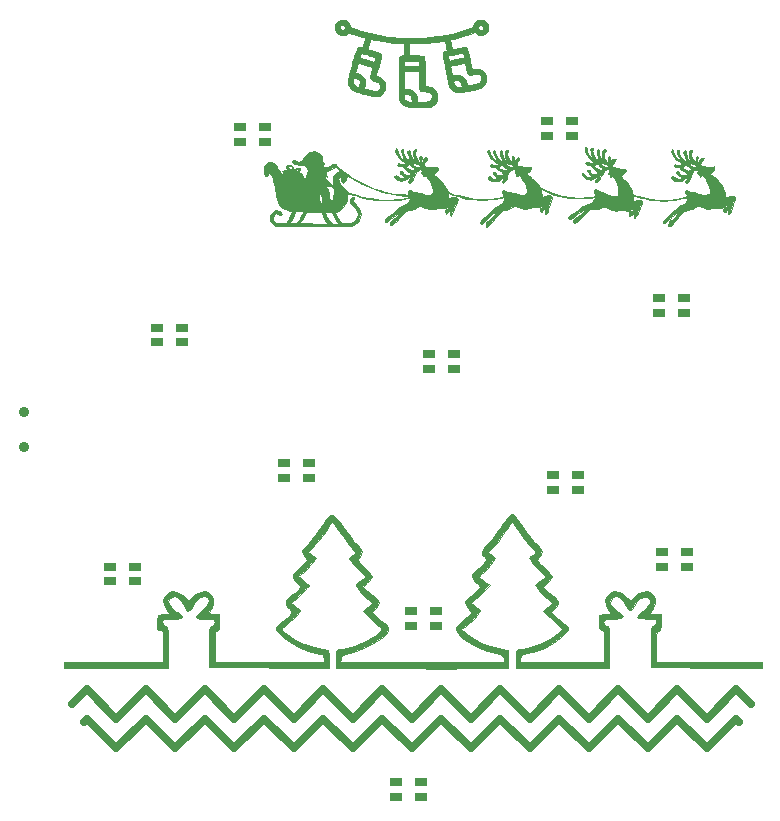
<source format=gbr>
%TF.GenerationSoftware,KiCad,Pcbnew,(5.1.10)-1*%
%TF.CreationDate,2021-12-02T14:29:14+01:00*%
%TF.ProjectId,TVZ_kuglica,54565a5f-6b75-4676-9c69-63612e6b6963,rev?*%
%TF.SameCoordinates,Original*%
%TF.FileFunction,Soldermask,Top*%
%TF.FilePolarity,Negative*%
%FSLAX46Y46*%
G04 Gerber Fmt 4.6, Leading zero omitted, Abs format (unit mm)*
G04 Created by KiCad (PCBNEW (5.1.10)-1) date 2021-12-02 14:29:14*
%MOMM*%
%LPD*%
G01*
G04 APERTURE LIST*
%ADD10C,0.010000*%
%ADD11C,0.001000*%
%ADD12C,0.700000*%
%ADD13C,0.900000*%
%ADD14R,1.100000X0.750000*%
G04 APERTURE END LIST*
D10*
G36*
X140740000Y-119475000D02*
G01*
X140760000Y-120025000D01*
X135640000Y-119950000D01*
X135630000Y-119420000D01*
X140740000Y-119475000D01*
G37*
X140740000Y-119475000D02*
X140760000Y-120025000D01*
X135640000Y-119950000D01*
X135630000Y-119420000D01*
X140740000Y-119475000D01*
D11*
G36*
X111050000Y-119950000D02*
G01*
X107530000Y-119930000D01*
X107525000Y-119410000D01*
X111035000Y-119410000D01*
X111050000Y-119950000D01*
G37*
X111050000Y-119950000D02*
X107530000Y-119930000D01*
X107525000Y-119410000D01*
X111035000Y-119410000D01*
X111050000Y-119950000D01*
D10*
G36*
X166660000Y-119970000D02*
G01*
X163140000Y-119950000D01*
X163130000Y-119420000D01*
X166640000Y-119420000D01*
X166660000Y-119970000D01*
G37*
X166660000Y-119970000D02*
X163140000Y-119950000D01*
X163130000Y-119420000D01*
X166640000Y-119420000D01*
X166660000Y-119970000D01*
D12*
X109500000Y-124250000D02*
X112000000Y-126750000D01*
X109250000Y-124500000D02*
X109500000Y-124250000D01*
X109500000Y-121750000D02*
X108250000Y-123000000D01*
X162000000Y-126750000D02*
X164500000Y-124250000D01*
X152000000Y-124250000D02*
X149500000Y-121750000D01*
X157000000Y-124250000D02*
X154500000Y-121750000D01*
X165750000Y-123000000D02*
X164500000Y-121750000D01*
X164500000Y-121750000D02*
X162000000Y-124250000D01*
X112000000Y-126750000D02*
X114500000Y-124250000D01*
X144500000Y-124250000D02*
X147000000Y-126750000D01*
X159500000Y-124250000D02*
X162000000Y-126750000D01*
X142000000Y-124250000D02*
X139500000Y-121750000D01*
X142000000Y-126750000D02*
X144500000Y-124250000D01*
X137000000Y-126750000D02*
X139500000Y-124250000D01*
X119500000Y-121750000D02*
X117000000Y-124250000D01*
X134500000Y-121750000D02*
X132000000Y-124250000D01*
X162000000Y-124250000D02*
X159500000Y-121750000D01*
X159500000Y-121750000D02*
X157000000Y-124250000D01*
X117000000Y-126750000D02*
X119500000Y-124250000D01*
X157000000Y-126750000D02*
X159500000Y-124250000D01*
X129500000Y-124250000D02*
X132000000Y-126750000D01*
X154500000Y-124250000D02*
X157000000Y-126750000D01*
X134500000Y-124250000D02*
X137000000Y-126750000D01*
X124500000Y-124250000D02*
X127000000Y-126750000D01*
X132000000Y-126750000D02*
X134500000Y-124250000D01*
X119500000Y-124250000D02*
X122000000Y-126750000D01*
X147000000Y-124250000D02*
X144500000Y-121750000D01*
X154500000Y-121750000D02*
X152000000Y-124250000D01*
X139500000Y-121750000D02*
X137000000Y-124250000D01*
X129500000Y-121750000D02*
X127000000Y-124250000D01*
X152000000Y-126750000D02*
X154500000Y-124250000D01*
X149500000Y-124250000D02*
X152000000Y-126750000D01*
X117000000Y-124250000D02*
X114500000Y-121750000D01*
X114500000Y-121750000D02*
X112000000Y-124250000D01*
X147000000Y-126750000D02*
X149500000Y-124250000D01*
X114500000Y-124250000D02*
X117000000Y-126750000D01*
X127000000Y-124250000D02*
X124500000Y-121750000D01*
X112000000Y-124250000D02*
X109500000Y-121750000D01*
X122000000Y-124250000D02*
X119500000Y-121750000D01*
X137000000Y-124250000D02*
X134500000Y-121750000D01*
X149500000Y-121750000D02*
X147000000Y-124250000D01*
X124500000Y-121750000D02*
X122000000Y-124250000D01*
X144500000Y-121750000D02*
X142000000Y-124250000D01*
X122000000Y-126750000D02*
X124500000Y-124250000D01*
X132000000Y-124250000D02*
X129500000Y-121750000D01*
X139500000Y-124250000D02*
X142000000Y-126750000D01*
X164500000Y-124250000D02*
X164750000Y-124500000D01*
X127000000Y-126750000D02*
X129500000Y-124250000D01*
D10*
%TO.C,G\u002A\u002A\u002A*%
G36*
X145684004Y-106991220D02*
G01*
X145775608Y-107095187D01*
X145952402Y-107333173D01*
X146188402Y-107669107D01*
X146441153Y-108042184D01*
X146755996Y-108490811D01*
X147087495Y-108924015D01*
X147390392Y-109284497D01*
X147569774Y-109470993D01*
X147881526Y-109806763D01*
X148016599Y-110077947D01*
X147981255Y-110308410D01*
X147834400Y-110479574D01*
X147680649Y-110654308D01*
X147631200Y-110777389D01*
X147702959Y-110898666D01*
X147893344Y-111109735D01*
X148165012Y-111370141D01*
X148240800Y-111437811D01*
X148539002Y-111723871D01*
X148753390Y-111975791D01*
X148848587Y-112151172D01*
X148850400Y-112168405D01*
X148780125Y-112347337D01*
X148601178Y-112586094D01*
X148474866Y-112716580D01*
X148099332Y-113070754D01*
X148557618Y-113490577D01*
X148845261Y-113749699D01*
X149105978Y-113977241D01*
X149237952Y-114087205D01*
X149419805Y-114295131D01*
X149428329Y-114514948D01*
X149259765Y-114779138D01*
X149143535Y-114902895D01*
X148827070Y-115219360D01*
X149327080Y-115682480D01*
X149622480Y-115951661D01*
X149890160Y-116188081D01*
X150049945Y-116322405D01*
X150214378Y-116493460D01*
X150272800Y-116623439D01*
X150193178Y-116785863D01*
X149980096Y-117023689D01*
X149672226Y-117304334D01*
X149308241Y-117595219D01*
X148926815Y-117863762D01*
X148566621Y-118077382D01*
X148517182Y-118102493D01*
X148052343Y-118305088D01*
X147530593Y-118492295D01*
X147155097Y-118600221D01*
X146790372Y-118688170D01*
X146496581Y-118759496D01*
X146336670Y-118798917D01*
X146335800Y-118799139D01*
X146246226Y-118912229D01*
X146208800Y-119138723D01*
X146208800Y-119447600D01*
X153320800Y-119447600D01*
X153320800Y-118150892D01*
X153319091Y-117616409D01*
X153310098Y-117249661D01*
X153288017Y-117015190D01*
X153247046Y-116877537D01*
X153181382Y-116801242D01*
X153092200Y-116753892D01*
X152962953Y-116672234D01*
X152893872Y-116535100D01*
X152866976Y-116286660D01*
X152863600Y-116044000D01*
X152863600Y-115434400D01*
X153346200Y-115403433D01*
X153627572Y-115376060D01*
X153801496Y-115341196D01*
X153828800Y-115323119D01*
X153774216Y-115217067D01*
X153639499Y-115018310D01*
X153605280Y-114971444D01*
X153417235Y-114584292D01*
X153392123Y-114196710D01*
X153512020Y-113851663D01*
X153759002Y-113592120D01*
X154115146Y-113461048D01*
X154238606Y-113453199D01*
X154511673Y-113490095D01*
X154777240Y-113623058D01*
X155076125Y-113860866D01*
X155539259Y-114268533D01*
X155725429Y-114035017D01*
X156094280Y-113683555D01*
X156495769Y-113487685D01*
X156893261Y-113454570D01*
X157250125Y-113591377D01*
X157387409Y-113709977D01*
X157587985Y-114059947D01*
X157610431Y-114463370D01*
X157454098Y-114874745D01*
X157405120Y-114948663D01*
X157260309Y-115166541D01*
X157184740Y-115308566D01*
X157181600Y-115323084D01*
X157272352Y-115359529D01*
X157501406Y-115381089D01*
X157628569Y-115383600D01*
X158075539Y-115383600D01*
X158118823Y-115866200D01*
X158123499Y-116314034D01*
X158052465Y-116631743D01*
X157913686Y-116792037D01*
X157844514Y-116806000D01*
X157780140Y-116833911D01*
X157736030Y-116937879D01*
X157708627Y-117148251D01*
X157694369Y-117495378D01*
X157689697Y-118009608D01*
X157689600Y-118126800D01*
X157689600Y-119447600D01*
X163785600Y-119447600D01*
X163785600Y-119958414D01*
X157232400Y-119904800D01*
X157232400Y-118177600D01*
X157233133Y-117548723D01*
X157237845Y-117094053D01*
X157250301Y-116784600D01*
X157274268Y-116591369D01*
X157313513Y-116485369D01*
X157371801Y-116437607D01*
X157452899Y-116419092D01*
X157461000Y-116417933D01*
X157632230Y-116342816D01*
X157688444Y-116146378D01*
X157689600Y-116092007D01*
X157689600Y-115798547D01*
X156910353Y-115768873D01*
X156497696Y-115738866D01*
X156212846Y-115688612D01*
X156093276Y-115624748D01*
X156093068Y-115624145D01*
X156148743Y-115508840D01*
X156331658Y-115322855D01*
X156567804Y-115132679D01*
X156948735Y-114792016D01*
X157147404Y-114468341D01*
X157157344Y-114174300D01*
X157109984Y-114072474D01*
X156913388Y-113914981D01*
X156651582Y-113915387D01*
X156360762Y-114055505D01*
X156077125Y-114317146D01*
X155836866Y-114682120D01*
X155817370Y-114722019D01*
X155647013Y-114989777D01*
X155478548Y-115057389D01*
X155302513Y-114924284D01*
X155154499Y-114682003D01*
X154915684Y-114319305D01*
X154628414Y-114036613D01*
X154342795Y-113878369D01*
X154227259Y-113859600D01*
X154006445Y-113947891D01*
X153847964Y-114160357D01*
X153801213Y-114418385D01*
X153820899Y-114506334D01*
X153941683Y-114682818D01*
X154173716Y-114916694D01*
X154397484Y-115102883D01*
X154720310Y-115367607D01*
X154867260Y-115549901D01*
X154831802Y-115666274D01*
X154607404Y-115733236D01*
X154187535Y-115767296D01*
X154133718Y-115769561D01*
X153754480Y-115795086D01*
X153455375Y-115834496D01*
X153293859Y-115879882D01*
X153285426Y-115886333D01*
X153234878Y-116056147D01*
X153306694Y-116252632D01*
X153457450Y-116384968D01*
X153530846Y-116399600D01*
X153601549Y-116409862D01*
X153652895Y-116459262D01*
X153687967Y-116575719D01*
X153709850Y-116787154D01*
X153721626Y-117121485D01*
X153726379Y-117606634D01*
X153727200Y-118177600D01*
X153727200Y-119955600D01*
X145802400Y-119955600D01*
X145802400Y-119190411D01*
X145817240Y-118738610D01*
X145863083Y-118475427D01*
X145929400Y-118390250D01*
X146089857Y-118357761D01*
X146385855Y-118306845D01*
X146735659Y-118251274D01*
X147374795Y-118093333D01*
X148067330Y-117823868D01*
X148730784Y-117480723D01*
X149282679Y-117101741D01*
X149333007Y-117059515D01*
X149764815Y-116688552D01*
X148949169Y-115921251D01*
X148133523Y-115153951D01*
X148544761Y-114801946D01*
X148955999Y-114449942D01*
X148522199Y-114117066D01*
X148221591Y-113859655D01*
X147935627Y-113569550D01*
X147695537Y-113285032D01*
X147532552Y-113044386D01*
X147477899Y-112885895D01*
X147492491Y-112854782D01*
X147622152Y-112754529D01*
X147849601Y-112584658D01*
X147972733Y-112493979D01*
X148365066Y-112206370D01*
X147916991Y-111823366D01*
X147598678Y-111518249D01*
X147294615Y-111174384D01*
X147173834Y-111014561D01*
X147006253Y-110752901D01*
X146955188Y-110601904D01*
X147007429Y-110515830D01*
X147026377Y-110503936D01*
X147288718Y-110345110D01*
X147416751Y-110216729D01*
X147409109Y-110073747D01*
X147264422Y-109871114D01*
X146998372Y-109581891D01*
X146668316Y-109199104D01*
X146313835Y-108738041D01*
X146010622Y-108297251D01*
X146005600Y-108289316D01*
X145790782Y-107959355D01*
X145614743Y-107707567D01*
X145506131Y-107574239D01*
X145489115Y-107562999D01*
X145412078Y-107641467D01*
X145252690Y-107854783D01*
X145037537Y-108166263D01*
X144887050Y-108393738D01*
X144591033Y-108821619D01*
X144270578Y-109242689D01*
X143980248Y-109586465D01*
X143890980Y-109680367D01*
X143437691Y-110133656D01*
X144075325Y-110659200D01*
X143620225Y-111230298D01*
X143352978Y-111543973D01*
X143094489Y-111811570D01*
X142905724Y-111971361D01*
X142749925Y-112096855D01*
X142719185Y-112216624D01*
X142828010Y-112365264D01*
X143090903Y-112577367D01*
X143190289Y-112650082D01*
X143605892Y-112951143D01*
X142045800Y-114481183D01*
X142323900Y-114725981D01*
X142526558Y-114888379D01*
X142665529Y-114971368D01*
X142678200Y-114973989D01*
X142753854Y-115041479D01*
X142693201Y-115214647D01*
X142515569Y-115468529D01*
X142240290Y-115778164D01*
X141886694Y-116118587D01*
X141604448Y-116360595D01*
X141217111Y-116677191D01*
X141655555Y-117053834D01*
X142212136Y-117448958D01*
X142898428Y-117809083D01*
X143640948Y-118100452D01*
X144330563Y-118282646D01*
X144703126Y-118352973D01*
X144990390Y-118405404D01*
X145141067Y-118430626D01*
X145150937Y-118431600D01*
X145170949Y-118524915D01*
X145185752Y-118771752D01*
X145192617Y-119122448D01*
X145192800Y-119193600D01*
X145192800Y-119955600D01*
X140214400Y-119955600D01*
X140214400Y-119447600D01*
X144786400Y-119447600D01*
X144786400Y-119144735D01*
X144750306Y-118916306D01*
X144603309Y-118809347D01*
X144507000Y-118785148D01*
X143357359Y-118483986D01*
X142366844Y-118076495D01*
X141516477Y-117554174D01*
X141205000Y-117305773D01*
X140897432Y-117012933D01*
X140746533Y-116769971D01*
X140756836Y-116541011D01*
X140932877Y-116290179D01*
X141279190Y-115981599D01*
X141382800Y-115899160D01*
X141687970Y-115644189D01*
X141918441Y-115422786D01*
X142035794Y-115272880D01*
X142043200Y-115247196D01*
X141974483Y-115091915D01*
X141807241Y-114892883D01*
X141789200Y-114875600D01*
X141580359Y-114611215D01*
X141550926Y-114359948D01*
X141706264Y-114098266D01*
X142030232Y-113818318D01*
X142325761Y-113582606D01*
X142568297Y-113356142D01*
X142673063Y-113232335D01*
X142751645Y-113082416D01*
X142727026Y-112958302D01*
X142575662Y-112795714D01*
X142482830Y-112712945D01*
X142210160Y-112397102D01*
X142139300Y-112101900D01*
X142270519Y-111822055D01*
X142540057Y-111593033D01*
X142837323Y-111360810D01*
X143093343Y-111102890D01*
X143147046Y-111034115D01*
X143280996Y-110830485D01*
X143297822Y-110710497D01*
X143201138Y-110594355D01*
X143168317Y-110564403D01*
X142988190Y-110363612D01*
X142929880Y-110168446D01*
X143002934Y-109943950D01*
X143216899Y-109655169D01*
X143499923Y-109350272D01*
X143858019Y-108945437D01*
X144240771Y-108455112D01*
X144576203Y-107972563D01*
X144634000Y-107880776D01*
X144965992Y-107389105D01*
X145245820Y-107082801D01*
X145483156Y-106953671D01*
X145684004Y-106991220D01*
G37*
X145684004Y-106991220D02*
X145775608Y-107095187D01*
X145952402Y-107333173D01*
X146188402Y-107669107D01*
X146441153Y-108042184D01*
X146755996Y-108490811D01*
X147087495Y-108924015D01*
X147390392Y-109284497D01*
X147569774Y-109470993D01*
X147881526Y-109806763D01*
X148016599Y-110077947D01*
X147981255Y-110308410D01*
X147834400Y-110479574D01*
X147680649Y-110654308D01*
X147631200Y-110777389D01*
X147702959Y-110898666D01*
X147893344Y-111109735D01*
X148165012Y-111370141D01*
X148240800Y-111437811D01*
X148539002Y-111723871D01*
X148753390Y-111975791D01*
X148848587Y-112151172D01*
X148850400Y-112168405D01*
X148780125Y-112347337D01*
X148601178Y-112586094D01*
X148474866Y-112716580D01*
X148099332Y-113070754D01*
X148557618Y-113490577D01*
X148845261Y-113749699D01*
X149105978Y-113977241D01*
X149237952Y-114087205D01*
X149419805Y-114295131D01*
X149428329Y-114514948D01*
X149259765Y-114779138D01*
X149143535Y-114902895D01*
X148827070Y-115219360D01*
X149327080Y-115682480D01*
X149622480Y-115951661D01*
X149890160Y-116188081D01*
X150049945Y-116322405D01*
X150214378Y-116493460D01*
X150272800Y-116623439D01*
X150193178Y-116785863D01*
X149980096Y-117023689D01*
X149672226Y-117304334D01*
X149308241Y-117595219D01*
X148926815Y-117863762D01*
X148566621Y-118077382D01*
X148517182Y-118102493D01*
X148052343Y-118305088D01*
X147530593Y-118492295D01*
X147155097Y-118600221D01*
X146790372Y-118688170D01*
X146496581Y-118759496D01*
X146336670Y-118798917D01*
X146335800Y-118799139D01*
X146246226Y-118912229D01*
X146208800Y-119138723D01*
X146208800Y-119447600D01*
X153320800Y-119447600D01*
X153320800Y-118150892D01*
X153319091Y-117616409D01*
X153310098Y-117249661D01*
X153288017Y-117015190D01*
X153247046Y-116877537D01*
X153181382Y-116801242D01*
X153092200Y-116753892D01*
X152962953Y-116672234D01*
X152893872Y-116535100D01*
X152866976Y-116286660D01*
X152863600Y-116044000D01*
X152863600Y-115434400D01*
X153346200Y-115403433D01*
X153627572Y-115376060D01*
X153801496Y-115341196D01*
X153828800Y-115323119D01*
X153774216Y-115217067D01*
X153639499Y-115018310D01*
X153605280Y-114971444D01*
X153417235Y-114584292D01*
X153392123Y-114196710D01*
X153512020Y-113851663D01*
X153759002Y-113592120D01*
X154115146Y-113461048D01*
X154238606Y-113453199D01*
X154511673Y-113490095D01*
X154777240Y-113623058D01*
X155076125Y-113860866D01*
X155539259Y-114268533D01*
X155725429Y-114035017D01*
X156094280Y-113683555D01*
X156495769Y-113487685D01*
X156893261Y-113454570D01*
X157250125Y-113591377D01*
X157387409Y-113709977D01*
X157587985Y-114059947D01*
X157610431Y-114463370D01*
X157454098Y-114874745D01*
X157405120Y-114948663D01*
X157260309Y-115166541D01*
X157184740Y-115308566D01*
X157181600Y-115323084D01*
X157272352Y-115359529D01*
X157501406Y-115381089D01*
X157628569Y-115383600D01*
X158075539Y-115383600D01*
X158118823Y-115866200D01*
X158123499Y-116314034D01*
X158052465Y-116631743D01*
X157913686Y-116792037D01*
X157844514Y-116806000D01*
X157780140Y-116833911D01*
X157736030Y-116937879D01*
X157708627Y-117148251D01*
X157694369Y-117495378D01*
X157689697Y-118009608D01*
X157689600Y-118126800D01*
X157689600Y-119447600D01*
X163785600Y-119447600D01*
X163785600Y-119958414D01*
X157232400Y-119904800D01*
X157232400Y-118177600D01*
X157233133Y-117548723D01*
X157237845Y-117094053D01*
X157250301Y-116784600D01*
X157274268Y-116591369D01*
X157313513Y-116485369D01*
X157371801Y-116437607D01*
X157452899Y-116419092D01*
X157461000Y-116417933D01*
X157632230Y-116342816D01*
X157688444Y-116146378D01*
X157689600Y-116092007D01*
X157689600Y-115798547D01*
X156910353Y-115768873D01*
X156497696Y-115738866D01*
X156212846Y-115688612D01*
X156093276Y-115624748D01*
X156093068Y-115624145D01*
X156148743Y-115508840D01*
X156331658Y-115322855D01*
X156567804Y-115132679D01*
X156948735Y-114792016D01*
X157147404Y-114468341D01*
X157157344Y-114174300D01*
X157109984Y-114072474D01*
X156913388Y-113914981D01*
X156651582Y-113915387D01*
X156360762Y-114055505D01*
X156077125Y-114317146D01*
X155836866Y-114682120D01*
X155817370Y-114722019D01*
X155647013Y-114989777D01*
X155478548Y-115057389D01*
X155302513Y-114924284D01*
X155154499Y-114682003D01*
X154915684Y-114319305D01*
X154628414Y-114036613D01*
X154342795Y-113878369D01*
X154227259Y-113859600D01*
X154006445Y-113947891D01*
X153847964Y-114160357D01*
X153801213Y-114418385D01*
X153820899Y-114506334D01*
X153941683Y-114682818D01*
X154173716Y-114916694D01*
X154397484Y-115102883D01*
X154720310Y-115367607D01*
X154867260Y-115549901D01*
X154831802Y-115666274D01*
X154607404Y-115733236D01*
X154187535Y-115767296D01*
X154133718Y-115769561D01*
X153754480Y-115795086D01*
X153455375Y-115834496D01*
X153293859Y-115879882D01*
X153285426Y-115886333D01*
X153234878Y-116056147D01*
X153306694Y-116252632D01*
X153457450Y-116384968D01*
X153530846Y-116399600D01*
X153601549Y-116409862D01*
X153652895Y-116459262D01*
X153687967Y-116575719D01*
X153709850Y-116787154D01*
X153721626Y-117121485D01*
X153726379Y-117606634D01*
X153727200Y-118177600D01*
X153727200Y-119955600D01*
X145802400Y-119955600D01*
X145802400Y-119190411D01*
X145817240Y-118738610D01*
X145863083Y-118475427D01*
X145929400Y-118390250D01*
X146089857Y-118357761D01*
X146385855Y-118306845D01*
X146735659Y-118251274D01*
X147374795Y-118093333D01*
X148067330Y-117823868D01*
X148730784Y-117480723D01*
X149282679Y-117101741D01*
X149333007Y-117059515D01*
X149764815Y-116688552D01*
X148949169Y-115921251D01*
X148133523Y-115153951D01*
X148544761Y-114801946D01*
X148955999Y-114449942D01*
X148522199Y-114117066D01*
X148221591Y-113859655D01*
X147935627Y-113569550D01*
X147695537Y-113285032D01*
X147532552Y-113044386D01*
X147477899Y-112885895D01*
X147492491Y-112854782D01*
X147622152Y-112754529D01*
X147849601Y-112584658D01*
X147972733Y-112493979D01*
X148365066Y-112206370D01*
X147916991Y-111823366D01*
X147598678Y-111518249D01*
X147294615Y-111174384D01*
X147173834Y-111014561D01*
X147006253Y-110752901D01*
X146955188Y-110601904D01*
X147007429Y-110515830D01*
X147026377Y-110503936D01*
X147288718Y-110345110D01*
X147416751Y-110216729D01*
X147409109Y-110073747D01*
X147264422Y-109871114D01*
X146998372Y-109581891D01*
X146668316Y-109199104D01*
X146313835Y-108738041D01*
X146010622Y-108297251D01*
X146005600Y-108289316D01*
X145790782Y-107959355D01*
X145614743Y-107707567D01*
X145506131Y-107574239D01*
X145489115Y-107562999D01*
X145412078Y-107641467D01*
X145252690Y-107854783D01*
X145037537Y-108166263D01*
X144887050Y-108393738D01*
X144591033Y-108821619D01*
X144270578Y-109242689D01*
X143980248Y-109586465D01*
X143890980Y-109680367D01*
X143437691Y-110133656D01*
X144075325Y-110659200D01*
X143620225Y-111230298D01*
X143352978Y-111543973D01*
X143094489Y-111811570D01*
X142905724Y-111971361D01*
X142749925Y-112096855D01*
X142719185Y-112216624D01*
X142828010Y-112365264D01*
X143090903Y-112577367D01*
X143190289Y-112650082D01*
X143605892Y-112951143D01*
X142045800Y-114481183D01*
X142323900Y-114725981D01*
X142526558Y-114888379D01*
X142665529Y-114971368D01*
X142678200Y-114973989D01*
X142753854Y-115041479D01*
X142693201Y-115214647D01*
X142515569Y-115468529D01*
X142240290Y-115778164D01*
X141886694Y-116118587D01*
X141604448Y-116360595D01*
X141217111Y-116677191D01*
X141655555Y-117053834D01*
X142212136Y-117448958D01*
X142898428Y-117809083D01*
X143640948Y-118100452D01*
X144330563Y-118282646D01*
X144703126Y-118352973D01*
X144990390Y-118405404D01*
X145141067Y-118430626D01*
X145150937Y-118431600D01*
X145170949Y-118524915D01*
X145185752Y-118771752D01*
X145192617Y-119122448D01*
X145192800Y-119193600D01*
X145192800Y-119955600D01*
X140214400Y-119955600D01*
X140214400Y-119447600D01*
X144786400Y-119447600D01*
X144786400Y-119144735D01*
X144750306Y-118916306D01*
X144603309Y-118809347D01*
X144507000Y-118785148D01*
X143357359Y-118483986D01*
X142366844Y-118076495D01*
X141516477Y-117554174D01*
X141205000Y-117305773D01*
X140897432Y-117012933D01*
X140746533Y-116769971D01*
X140756836Y-116541011D01*
X140932877Y-116290179D01*
X141279190Y-115981599D01*
X141382800Y-115899160D01*
X141687970Y-115644189D01*
X141918441Y-115422786D01*
X142035794Y-115272880D01*
X142043200Y-115247196D01*
X141974483Y-115091915D01*
X141807241Y-114892883D01*
X141789200Y-114875600D01*
X141580359Y-114611215D01*
X141550926Y-114359948D01*
X141706264Y-114098266D01*
X142030232Y-113818318D01*
X142325761Y-113582606D01*
X142568297Y-113356142D01*
X142673063Y-113232335D01*
X142751645Y-113082416D01*
X142727026Y-112958302D01*
X142575662Y-112795714D01*
X142482830Y-112712945D01*
X142210160Y-112397102D01*
X142139300Y-112101900D01*
X142270519Y-111822055D01*
X142540057Y-111593033D01*
X142837323Y-111360810D01*
X143093343Y-111102890D01*
X143147046Y-111034115D01*
X143280996Y-110830485D01*
X143297822Y-110710497D01*
X143201138Y-110594355D01*
X143168317Y-110564403D01*
X142988190Y-110363612D01*
X142929880Y-110168446D01*
X143002934Y-109943950D01*
X143216899Y-109655169D01*
X143499923Y-109350272D01*
X143858019Y-108945437D01*
X144240771Y-108455112D01*
X144576203Y-107972563D01*
X144634000Y-107880776D01*
X144965992Y-107389105D01*
X145245820Y-107082801D01*
X145483156Y-106953671D01*
X145684004Y-106991220D01*
G36*
X130306319Y-106976283D02*
G01*
X130525318Y-107137293D01*
X130799472Y-107454123D01*
X131144937Y-107939213D01*
X131197473Y-108017600D01*
X131513625Y-108466816D01*
X131845157Y-108896236D01*
X132148352Y-109251297D01*
X132341532Y-109445497D01*
X132659346Y-109775489D01*
X132794036Y-110056287D01*
X132751622Y-110312955D01*
X132598140Y-110513859D01*
X132458754Y-110681335D01*
X132462501Y-110822560D01*
X132542774Y-110960515D01*
X132707896Y-111156810D01*
X132966739Y-111408654D01*
X133159433Y-111575294D01*
X133429818Y-111831793D01*
X133592104Y-112057967D01*
X133621200Y-112158042D01*
X133550726Y-112344358D01*
X133371692Y-112586739D01*
X133252811Y-112709842D01*
X132884422Y-113057277D01*
X133125811Y-113316832D01*
X133358423Y-113533461D01*
X133665190Y-113778764D01*
X133798999Y-113875274D01*
X134106222Y-114139157D01*
X134218819Y-114390014D01*
X134140453Y-114659230D01*
X133922097Y-114930426D01*
X133613395Y-115248926D01*
X134054470Y-115646463D01*
X134356302Y-115908850D01*
X134648226Y-116147255D01*
X134785909Y-116251397D01*
X134989988Y-116463701D01*
X135022544Y-116698289D01*
X134878199Y-116968908D01*
X134551581Y-117289308D01*
X134304560Y-117482647D01*
X133323953Y-118099872D01*
X132315691Y-118517077D01*
X131741600Y-118662584D01*
X131371684Y-118740239D01*
X131156418Y-118809439D01*
X131050580Y-118898346D01*
X131008946Y-119035122D01*
X130998562Y-119125293D01*
X130966725Y-119447600D01*
X135856400Y-119447600D01*
X135856400Y-119955600D01*
X130573200Y-119955600D01*
X130573200Y-119195535D01*
X130572765Y-118819870D01*
X130597141Y-118584773D01*
X130684849Y-118449265D01*
X130874408Y-118372369D01*
X131204338Y-118313107D01*
X131436800Y-118276833D01*
X131954648Y-118147326D01*
X132555532Y-117924287D01*
X133162954Y-117640040D01*
X133700415Y-117326907D01*
X133726893Y-117309174D01*
X134117693Y-117038768D01*
X134349437Y-116845574D01*
X134433380Y-116695974D01*
X134380777Y-116556346D01*
X134202885Y-116393072D01*
X134068029Y-116290230D01*
X133725655Y-116001981D01*
X133388930Y-115669332D01*
X133261522Y-115524388D01*
X132918600Y-115105897D01*
X133327153Y-114777574D01*
X133735706Y-114449252D01*
X133348253Y-114162282D01*
X133072353Y-113930618D01*
X132792591Y-113651543D01*
X132541572Y-113364326D01*
X132351896Y-113108239D01*
X132256168Y-112922552D01*
X132262993Y-112855080D01*
X132393934Y-112753840D01*
X132620344Y-112584992D01*
X132726490Y-112506978D01*
X133101781Y-112232368D01*
X132396290Y-111517010D01*
X132095919Y-111200420D01*
X131859176Y-110928020D01*
X131717346Y-110737102D01*
X131690800Y-110676132D01*
X131770655Y-110544859D01*
X131966169Y-110388651D01*
X131998811Y-110368664D01*
X132306822Y-110186717D01*
X131799873Y-109632035D01*
X131492077Y-109266873D01*
X131149209Y-108816835D01*
X130839529Y-108372004D01*
X130806062Y-108320491D01*
X130583141Y-107983342D01*
X130399574Y-107723102D01*
X130283393Y-107578764D01*
X130260732Y-107562015D01*
X130183950Y-107641217D01*
X130028525Y-107854265D01*
X129822378Y-108161988D01*
X129725919Y-108312357D01*
X129428317Y-108748656D01*
X129086753Y-109199546D01*
X128770054Y-109574652D01*
X128739543Y-109607564D01*
X128229513Y-110150814D01*
X128546908Y-110409858D01*
X128864303Y-110668903D01*
X128406394Y-111231034D01*
X128132404Y-111544609D01*
X127863289Y-111815427D01*
X127667519Y-111977261D01*
X127386554Y-112161357D01*
X127699045Y-112440568D01*
X127947783Y-112649181D01*
X128165720Y-112810212D01*
X128200168Y-112831908D01*
X128270596Y-112893813D01*
X128270171Y-112979597D01*
X128179999Y-113116897D01*
X127981184Y-113333351D01*
X127654833Y-113656598D01*
X127599788Y-113710105D01*
X126810777Y-114476174D01*
X127091788Y-114723476D01*
X127295387Y-114886822D01*
X127435406Y-114971053D01*
X127449000Y-114973989D01*
X127518818Y-115058777D01*
X127525200Y-115113495D01*
X127454855Y-115241354D01*
X127271458Y-115460496D01*
X127016462Y-115730226D01*
X126731322Y-116009848D01*
X126457492Y-116258670D01*
X126236425Y-116435996D01*
X126111593Y-116501200D01*
X126006130Y-116556641D01*
X126059652Y-116711484D01*
X126264741Y-116948503D01*
X126331400Y-117011750D01*
X126895505Y-117427413D01*
X127621780Y-117797254D01*
X128471515Y-118106071D01*
X129405999Y-118338665D01*
X129938200Y-118428055D01*
X129950341Y-118523166D01*
X129959322Y-118771528D01*
X129963489Y-119123197D01*
X129963600Y-119194548D01*
X129963600Y-119957496D01*
X119854400Y-119904800D01*
X119850098Y-118192463D01*
X119849330Y-117566357D01*
X119853203Y-117113374D01*
X119865533Y-116803439D01*
X119890138Y-116606478D01*
X119930837Y-116492416D01*
X119991446Y-116431177D01*
X120075784Y-116392687D01*
X120078698Y-116391578D01*
X120272929Y-116230185D01*
X120311600Y-116046514D01*
X120302285Y-115915647D01*
X120245691Y-115839142D01*
X120098840Y-115802417D01*
X119818753Y-115790889D01*
X119555596Y-115790000D01*
X119082238Y-115770595D01*
X118803109Y-115709751D01*
X118712728Y-115603523D01*
X118805613Y-115447964D01*
X118931599Y-115340884D01*
X119414756Y-114934716D01*
X119708833Y-114588847D01*
X119816883Y-114297436D01*
X119741960Y-114054643D01*
X119652519Y-113962294D01*
X119406331Y-113875697D01*
X119116030Y-113950837D01*
X118819538Y-114163549D01*
X118554777Y-114489665D01*
X118418692Y-114748600D01*
X118279562Y-114952851D01*
X118105740Y-115071183D01*
X117952444Y-115084056D01*
X117874890Y-114971927D01*
X117873200Y-114941643D01*
X117816986Y-114784808D01*
X117673673Y-114537430D01*
X117569334Y-114385014D01*
X117255978Y-114045204D01*
X116950602Y-113893062D01*
X116666262Y-113933286D01*
X116546869Y-114017004D01*
X116406735Y-114257058D01*
X116454558Y-114539921D01*
X116683152Y-114851762D01*
X117085327Y-115178751D01*
X117184439Y-115243783D01*
X117453525Y-115451081D01*
X117527932Y-115608271D01*
X117406830Y-115716310D01*
X117089390Y-115776156D01*
X116710863Y-115790000D01*
X116344603Y-115796853D01*
X116064864Y-115814911D01*
X115927238Y-115840418D01*
X115923478Y-115843187D01*
X115881778Y-116005710D01*
X115945031Y-116213528D01*
X116072606Y-116370178D01*
X116157844Y-116399600D01*
X116226792Y-116411004D01*
X116276870Y-116463795D01*
X116311077Y-116585836D01*
X116332413Y-116804992D01*
X116343875Y-117149128D01*
X116348463Y-117646108D01*
X116349200Y-118177600D01*
X116349200Y-119955600D01*
X109745200Y-119955600D01*
X109745200Y-119447600D01*
X115942800Y-119447600D01*
X115942800Y-116828028D01*
X115684033Y-116763082D01*
X115542983Y-116714582D01*
X115468841Y-116624923D01*
X115444577Y-116442197D01*
X115453162Y-116114494D01*
X115455433Y-116066267D01*
X115485600Y-115434400D01*
X115968199Y-115403433D01*
X116249551Y-115377692D01*
X116423479Y-115346974D01*
X116450800Y-115331745D01*
X116398977Y-115230803D01*
X116268253Y-115023677D01*
X116196800Y-114916734D01*
X116000611Y-114562679D01*
X115956412Y-114260667D01*
X116056779Y-113936730D01*
X116091442Y-113866866D01*
X116334678Y-113586619D01*
X116667677Y-113459011D01*
X117050489Y-113480269D01*
X117443161Y-113646620D01*
X117805742Y-113954291D01*
X117873237Y-114035124D01*
X118094416Y-114316308D01*
X118314682Y-114060233D01*
X118722778Y-113682795D01*
X119134001Y-113482232D01*
X119526943Y-113463195D01*
X119880192Y-113630337D01*
X119960618Y-113702581D01*
X120158467Y-114032276D01*
X120207410Y-114429487D01*
X120104779Y-114820652D01*
X120006800Y-114977200D01*
X119849939Y-115203044D01*
X119842149Y-115325610D01*
X120002546Y-115375485D01*
X120260800Y-115383600D01*
X120718000Y-115383600D01*
X120718000Y-116053511D01*
X120710398Y-116419687D01*
X120678558Y-116631177D01*
X120608923Y-116736213D01*
X120514800Y-116776561D01*
X120431335Y-116811466D01*
X120374453Y-116887289D01*
X120339099Y-117037917D01*
X120320216Y-117297241D01*
X120312750Y-117699148D01*
X120311600Y-118138649D01*
X120311600Y-119447600D01*
X129557200Y-119447600D01*
X129557200Y-119149646D01*
X129498239Y-118889902D01*
X129379400Y-118803388D01*
X129194766Y-118756692D01*
X128879538Y-118680148D01*
X128501002Y-118590088D01*
X128490400Y-118587591D01*
X127587541Y-118279079D01*
X126680613Y-117782526D01*
X126100602Y-117364800D01*
X125726738Y-117026618D01*
X125539065Y-116743815D01*
X125532991Y-116501824D01*
X125703926Y-116286078D01*
X125749654Y-116251397D01*
X126103363Y-115979736D01*
X126421582Y-115703604D01*
X126666456Y-115459081D01*
X126800125Y-115282243D01*
X126814000Y-115237087D01*
X126745559Y-115089107D01*
X126578896Y-114893691D01*
X126559999Y-114875599D01*
X126351880Y-114613603D01*
X126320583Y-114364950D01*
X126471902Y-114105357D01*
X126811629Y-113810542D01*
X126814617Y-113808347D01*
X127111892Y-113574303D01*
X127355589Y-113354470D01*
X127466558Y-113230363D01*
X127539948Y-113091008D01*
X127509610Y-112967616D01*
X127351490Y-112800064D01*
X127262741Y-112720944D01*
X127050822Y-112491340D01*
X126927966Y-112273969D01*
X126915600Y-112208182D01*
X126990964Y-112031249D01*
X127198478Y-111764470D01*
X127510274Y-111443238D01*
X127539935Y-111415265D01*
X128164270Y-110830316D01*
X127946335Y-110553256D01*
X127785594Y-110298732D01*
X127752255Y-110068642D01*
X127857485Y-109821410D01*
X128112450Y-109515458D01*
X128266956Y-109359364D01*
X128579218Y-109018036D01*
X128929827Y-108581718D01*
X129254910Y-108131040D01*
X129329862Y-108017600D01*
X129570828Y-107648672D01*
X129780474Y-107336018D01*
X129927826Y-107125456D01*
X129969156Y-107071971D01*
X130126317Y-106958656D01*
X130306319Y-106976283D01*
G37*
X130306319Y-106976283D02*
X130525318Y-107137293D01*
X130799472Y-107454123D01*
X131144937Y-107939213D01*
X131197473Y-108017600D01*
X131513625Y-108466816D01*
X131845157Y-108896236D01*
X132148352Y-109251297D01*
X132341532Y-109445497D01*
X132659346Y-109775489D01*
X132794036Y-110056287D01*
X132751622Y-110312955D01*
X132598140Y-110513859D01*
X132458754Y-110681335D01*
X132462501Y-110822560D01*
X132542774Y-110960515D01*
X132707896Y-111156810D01*
X132966739Y-111408654D01*
X133159433Y-111575294D01*
X133429818Y-111831793D01*
X133592104Y-112057967D01*
X133621200Y-112158042D01*
X133550726Y-112344358D01*
X133371692Y-112586739D01*
X133252811Y-112709842D01*
X132884422Y-113057277D01*
X133125811Y-113316832D01*
X133358423Y-113533461D01*
X133665190Y-113778764D01*
X133798999Y-113875274D01*
X134106222Y-114139157D01*
X134218819Y-114390014D01*
X134140453Y-114659230D01*
X133922097Y-114930426D01*
X133613395Y-115248926D01*
X134054470Y-115646463D01*
X134356302Y-115908850D01*
X134648226Y-116147255D01*
X134785909Y-116251397D01*
X134989988Y-116463701D01*
X135022544Y-116698289D01*
X134878199Y-116968908D01*
X134551581Y-117289308D01*
X134304560Y-117482647D01*
X133323953Y-118099872D01*
X132315691Y-118517077D01*
X131741600Y-118662584D01*
X131371684Y-118740239D01*
X131156418Y-118809439D01*
X131050580Y-118898346D01*
X131008946Y-119035122D01*
X130998562Y-119125293D01*
X130966725Y-119447600D01*
X135856400Y-119447600D01*
X135856400Y-119955600D01*
X130573200Y-119955600D01*
X130573200Y-119195535D01*
X130572765Y-118819870D01*
X130597141Y-118584773D01*
X130684849Y-118449265D01*
X130874408Y-118372369D01*
X131204338Y-118313107D01*
X131436800Y-118276833D01*
X131954648Y-118147326D01*
X132555532Y-117924287D01*
X133162954Y-117640040D01*
X133700415Y-117326907D01*
X133726893Y-117309174D01*
X134117693Y-117038768D01*
X134349437Y-116845574D01*
X134433380Y-116695974D01*
X134380777Y-116556346D01*
X134202885Y-116393072D01*
X134068029Y-116290230D01*
X133725655Y-116001981D01*
X133388930Y-115669332D01*
X133261522Y-115524388D01*
X132918600Y-115105897D01*
X133327153Y-114777574D01*
X133735706Y-114449252D01*
X133348253Y-114162282D01*
X133072353Y-113930618D01*
X132792591Y-113651543D01*
X132541572Y-113364326D01*
X132351896Y-113108239D01*
X132256168Y-112922552D01*
X132262993Y-112855080D01*
X132393934Y-112753840D01*
X132620344Y-112584992D01*
X132726490Y-112506978D01*
X133101781Y-112232368D01*
X132396290Y-111517010D01*
X132095919Y-111200420D01*
X131859176Y-110928020D01*
X131717346Y-110737102D01*
X131690800Y-110676132D01*
X131770655Y-110544859D01*
X131966169Y-110388651D01*
X131998811Y-110368664D01*
X132306822Y-110186717D01*
X131799873Y-109632035D01*
X131492077Y-109266873D01*
X131149209Y-108816835D01*
X130839529Y-108372004D01*
X130806062Y-108320491D01*
X130583141Y-107983342D01*
X130399574Y-107723102D01*
X130283393Y-107578764D01*
X130260732Y-107562015D01*
X130183950Y-107641217D01*
X130028525Y-107854265D01*
X129822378Y-108161988D01*
X129725919Y-108312357D01*
X129428317Y-108748656D01*
X129086753Y-109199546D01*
X128770054Y-109574652D01*
X128739543Y-109607564D01*
X128229513Y-110150814D01*
X128546908Y-110409858D01*
X128864303Y-110668903D01*
X128406394Y-111231034D01*
X128132404Y-111544609D01*
X127863289Y-111815427D01*
X127667519Y-111977261D01*
X127386554Y-112161357D01*
X127699045Y-112440568D01*
X127947783Y-112649181D01*
X128165720Y-112810212D01*
X128200168Y-112831908D01*
X128270596Y-112893813D01*
X128270171Y-112979597D01*
X128179999Y-113116897D01*
X127981184Y-113333351D01*
X127654833Y-113656598D01*
X127599788Y-113710105D01*
X126810777Y-114476174D01*
X127091788Y-114723476D01*
X127295387Y-114886822D01*
X127435406Y-114971053D01*
X127449000Y-114973989D01*
X127518818Y-115058777D01*
X127525200Y-115113495D01*
X127454855Y-115241354D01*
X127271458Y-115460496D01*
X127016462Y-115730226D01*
X126731322Y-116009848D01*
X126457492Y-116258670D01*
X126236425Y-116435996D01*
X126111593Y-116501200D01*
X126006130Y-116556641D01*
X126059652Y-116711484D01*
X126264741Y-116948503D01*
X126331400Y-117011750D01*
X126895505Y-117427413D01*
X127621780Y-117797254D01*
X128471515Y-118106071D01*
X129405999Y-118338665D01*
X129938200Y-118428055D01*
X129950341Y-118523166D01*
X129959322Y-118771528D01*
X129963489Y-119123197D01*
X129963600Y-119194548D01*
X129963600Y-119957496D01*
X119854400Y-119904800D01*
X119850098Y-118192463D01*
X119849330Y-117566357D01*
X119853203Y-117113374D01*
X119865533Y-116803439D01*
X119890138Y-116606478D01*
X119930837Y-116492416D01*
X119991446Y-116431177D01*
X120075784Y-116392687D01*
X120078698Y-116391578D01*
X120272929Y-116230185D01*
X120311600Y-116046514D01*
X120302285Y-115915647D01*
X120245691Y-115839142D01*
X120098840Y-115802417D01*
X119818753Y-115790889D01*
X119555596Y-115790000D01*
X119082238Y-115770595D01*
X118803109Y-115709751D01*
X118712728Y-115603523D01*
X118805613Y-115447964D01*
X118931599Y-115340884D01*
X119414756Y-114934716D01*
X119708833Y-114588847D01*
X119816883Y-114297436D01*
X119741960Y-114054643D01*
X119652519Y-113962294D01*
X119406331Y-113875697D01*
X119116030Y-113950837D01*
X118819538Y-114163549D01*
X118554777Y-114489665D01*
X118418692Y-114748600D01*
X118279562Y-114952851D01*
X118105740Y-115071183D01*
X117952444Y-115084056D01*
X117874890Y-114971927D01*
X117873200Y-114941643D01*
X117816986Y-114784808D01*
X117673673Y-114537430D01*
X117569334Y-114385014D01*
X117255978Y-114045204D01*
X116950602Y-113893062D01*
X116666262Y-113933286D01*
X116546869Y-114017004D01*
X116406735Y-114257058D01*
X116454558Y-114539921D01*
X116683152Y-114851762D01*
X117085327Y-115178751D01*
X117184439Y-115243783D01*
X117453525Y-115451081D01*
X117527932Y-115608271D01*
X117406830Y-115716310D01*
X117089390Y-115776156D01*
X116710863Y-115790000D01*
X116344603Y-115796853D01*
X116064864Y-115814911D01*
X115927238Y-115840418D01*
X115923478Y-115843187D01*
X115881778Y-116005710D01*
X115945031Y-116213528D01*
X116072606Y-116370178D01*
X116157844Y-116399600D01*
X116226792Y-116411004D01*
X116276870Y-116463795D01*
X116311077Y-116585836D01*
X116332413Y-116804992D01*
X116343875Y-117149128D01*
X116348463Y-117646108D01*
X116349200Y-118177600D01*
X116349200Y-119955600D01*
X109745200Y-119955600D01*
X109745200Y-119447600D01*
X115942800Y-119447600D01*
X115942800Y-116828028D01*
X115684033Y-116763082D01*
X115542983Y-116714582D01*
X115468841Y-116624923D01*
X115444577Y-116442197D01*
X115453162Y-116114494D01*
X115455433Y-116066267D01*
X115485600Y-115434400D01*
X115968199Y-115403433D01*
X116249551Y-115377692D01*
X116423479Y-115346974D01*
X116450800Y-115331745D01*
X116398977Y-115230803D01*
X116268253Y-115023677D01*
X116196800Y-114916734D01*
X116000611Y-114562679D01*
X115956412Y-114260667D01*
X116056779Y-113936730D01*
X116091442Y-113866866D01*
X116334678Y-113586619D01*
X116667677Y-113459011D01*
X117050489Y-113480269D01*
X117443161Y-113646620D01*
X117805742Y-113954291D01*
X117873237Y-114035124D01*
X118094416Y-114316308D01*
X118314682Y-114060233D01*
X118722778Y-113682795D01*
X119134001Y-113482232D01*
X119526943Y-113463195D01*
X119880192Y-113630337D01*
X119960618Y-113702581D01*
X120158467Y-114032276D01*
X120207410Y-114429487D01*
X120104779Y-114820652D01*
X120006800Y-114977200D01*
X119849939Y-115203044D01*
X119842149Y-115325610D01*
X120002546Y-115375485D01*
X120260800Y-115383600D01*
X120718000Y-115383600D01*
X120718000Y-116053511D01*
X120710398Y-116419687D01*
X120678558Y-116631177D01*
X120608923Y-116736213D01*
X120514800Y-116776561D01*
X120431335Y-116811466D01*
X120374453Y-116887289D01*
X120339099Y-117037917D01*
X120320216Y-117297241D01*
X120312750Y-117699148D01*
X120311600Y-118138649D01*
X120311600Y-119447600D01*
X129557200Y-119447600D01*
X129557200Y-119149646D01*
X129498239Y-118889902D01*
X129379400Y-118803388D01*
X129194766Y-118756692D01*
X128879538Y-118680148D01*
X128501002Y-118590088D01*
X128490400Y-118587591D01*
X127587541Y-118279079D01*
X126680613Y-117782526D01*
X126100602Y-117364800D01*
X125726738Y-117026618D01*
X125539065Y-116743815D01*
X125532991Y-116501824D01*
X125703926Y-116286078D01*
X125749654Y-116251397D01*
X126103363Y-115979736D01*
X126421582Y-115703604D01*
X126666456Y-115459081D01*
X126800125Y-115282243D01*
X126814000Y-115237087D01*
X126745559Y-115089107D01*
X126578896Y-114893691D01*
X126559999Y-114875599D01*
X126351880Y-114613603D01*
X126320583Y-114364950D01*
X126471902Y-114105357D01*
X126811629Y-113810542D01*
X126814617Y-113808347D01*
X127111892Y-113574303D01*
X127355589Y-113354470D01*
X127466558Y-113230363D01*
X127539948Y-113091008D01*
X127509610Y-112967616D01*
X127351490Y-112800064D01*
X127262741Y-112720944D01*
X127050822Y-112491340D01*
X126927966Y-112273969D01*
X126915600Y-112208182D01*
X126990964Y-112031249D01*
X127198478Y-111764470D01*
X127510274Y-111443238D01*
X127539935Y-111415265D01*
X128164270Y-110830316D01*
X127946335Y-110553256D01*
X127785594Y-110298732D01*
X127752255Y-110068642D01*
X127857485Y-109821410D01*
X128112450Y-109515458D01*
X128266956Y-109359364D01*
X128579218Y-109018036D01*
X128929827Y-108581718D01*
X129254910Y-108131040D01*
X129329862Y-108017600D01*
X129570828Y-107648672D01*
X129780474Y-107336018D01*
X129927826Y-107125456D01*
X129969156Y-107071971D01*
X130126317Y-106958656D01*
X130306319Y-106976283D01*
G36*
X151795978Y-75869444D02*
G01*
X151819763Y-75997818D01*
X151820315Y-76022498D01*
X151853273Y-76220916D01*
X151936664Y-76428828D01*
X152050985Y-76606024D01*
X152146728Y-76695521D01*
X152245277Y-76749553D01*
X152301254Y-76760729D01*
X152302179Y-76759953D01*
X152297905Y-76704258D01*
X152263418Y-76583677D01*
X152221745Y-76466155D01*
X152150480Y-76227392D01*
X152139028Y-76049777D01*
X152187031Y-75941599D01*
X152245564Y-75913210D01*
X152313255Y-75916949D01*
X152317943Y-75983210D01*
X152310896Y-76012858D01*
X152302143Y-76179981D01*
X152343302Y-76374584D01*
X152421794Y-76571329D01*
X152525040Y-76744878D01*
X152640462Y-76869892D01*
X152755480Y-76921033D01*
X152761832Y-76921199D01*
X152809788Y-76919910D01*
X152828302Y-76900258D01*
X152816827Y-76838565D01*
X152774816Y-76711154D01*
X152755678Y-76655117D01*
X152707957Y-76464223D01*
X152691599Y-76282559D01*
X152705455Y-76135050D01*
X152748374Y-76046622D01*
X152784400Y-76032200D01*
X152834975Y-76060451D01*
X152847983Y-76158481D01*
X152844254Y-76219832D01*
X152852715Y-76353713D01*
X152889982Y-76515623D01*
X152945189Y-76675361D01*
X153007466Y-76802726D01*
X153065946Y-76867516D01*
X153078356Y-76870400D01*
X153101111Y-76824130D01*
X153115829Y-76703230D01*
X153119312Y-76545805D01*
X153124546Y-76343233D01*
X153151729Y-76210889D01*
X153207297Y-76118595D01*
X153211373Y-76114005D01*
X153315543Y-76022805D01*
X153387225Y-76022554D01*
X153427520Y-76085843D01*
X153414939Y-76178593D01*
X153346157Y-76268947D01*
X153275107Y-76355165D01*
X153254986Y-76456905D01*
X153268877Y-76583604D01*
X153311908Y-76730654D01*
X153385820Y-76886744D01*
X153472926Y-77022541D01*
X153555542Y-77108713D01*
X153594951Y-77124400D01*
X153616607Y-77080117D01*
X153616757Y-76969981D01*
X153612497Y-76931792D01*
X153611712Y-76766595D01*
X153661391Y-76677165D01*
X153747473Y-76643579D01*
X153804490Y-76689906D01*
X153820766Y-76795960D01*
X153796453Y-76910685D01*
X153763333Y-77059497D01*
X153762005Y-77184905D01*
X153778732Y-77257324D01*
X153800510Y-77247567D01*
X153842100Y-77149800D01*
X153916071Y-76979074D01*
X153981093Y-76882959D01*
X154055958Y-76838326D01*
X154103547Y-76827999D01*
X154231867Y-76830607D01*
X154275768Y-76884236D01*
X154234359Y-76982069D01*
X154137584Y-77089122D01*
X154010391Y-77239908D01*
X153955467Y-77375989D01*
X153977935Y-77480229D01*
X154011659Y-77510380D01*
X154112787Y-77549122D01*
X154281990Y-77591805D01*
X154486259Y-77632112D01*
X154692588Y-77663725D01*
X154867969Y-77680329D01*
X154905300Y-77681415D01*
X155041573Y-77688819D01*
X155104198Y-77718741D01*
X155120921Y-77787265D01*
X155121200Y-77806571D01*
X155074338Y-77962775D01*
X154948048Y-78080439D01*
X154871592Y-78113605D01*
X154760118Y-78183462D01*
X154742068Y-78292216D01*
X154817233Y-78439332D01*
X154985401Y-78624272D01*
X155118371Y-78742687D01*
X155278245Y-78906720D01*
X155431100Y-79113651D01*
X155560173Y-79334897D01*
X155648707Y-79541872D01*
X155680000Y-79700506D01*
X155695263Y-79771258D01*
X155749520Y-79833507D01*
X155855471Y-79893162D01*
X156025816Y-79956134D01*
X156273256Y-80028332D01*
X156526947Y-80094598D01*
X157230760Y-80230795D01*
X157972865Y-80296846D01*
X158722253Y-80292285D01*
X159447912Y-80216646D01*
X159827582Y-80144149D01*
X160054639Y-80090315D01*
X160196046Y-80045474D01*
X160265768Y-79998629D01*
X160277767Y-79938779D01*
X160246007Y-79854925D01*
X160231390Y-79826063D01*
X160175805Y-79698467D01*
X160150541Y-79600775D01*
X160150400Y-79596157D01*
X160188679Y-79513289D01*
X160284184Y-79488140D01*
X160407914Y-79524691D01*
X160454677Y-79554381D01*
X160581719Y-79617602D01*
X160759461Y-79670685D01*
X160863851Y-79689945D01*
X161076488Y-79728902D01*
X161314967Y-79786698D01*
X161439717Y-79823149D01*
X161657534Y-79886696D01*
X161812530Y-79912357D01*
X161935808Y-79900991D01*
X162058470Y-79853453D01*
X162083322Y-79840895D01*
X162174281Y-79782901D01*
X162218547Y-79708938D01*
X162232467Y-79583255D01*
X162233200Y-79513085D01*
X162227775Y-79368165D01*
X162205814Y-79238120D01*
X162158780Y-79100447D01*
X162078141Y-78932644D01*
X161955362Y-78712209D01*
X161881187Y-78584899D01*
X161747526Y-78370076D01*
X161647807Y-78242690D01*
X161575292Y-78197077D01*
X161523248Y-78227573D01*
X161503629Y-78267400D01*
X161447372Y-78337942D01*
X161391380Y-78320501D01*
X161369600Y-78237244D01*
X161326045Y-78135828D01*
X161268000Y-78104319D01*
X161178457Y-78060741D01*
X161186390Y-77994517D01*
X161223945Y-77950774D01*
X161270643Y-77861860D01*
X161238293Y-77790304D01*
X161149291Y-77747823D01*
X161026033Y-77746133D01*
X160909586Y-77786305D01*
X160806102Y-77882207D01*
X160714450Y-78030674D01*
X160661966Y-78183860D01*
X160657903Y-78226777D01*
X160634083Y-78341005D01*
X160574447Y-78494232D01*
X160495364Y-78653938D01*
X160413203Y-78787603D01*
X160344334Y-78862705D01*
X160335575Y-78867140D01*
X160239862Y-78859203D01*
X160170975Y-78814118D01*
X160122607Y-78752931D01*
X160136246Y-78699924D01*
X160221792Y-78622706D01*
X160231962Y-78614573D01*
X160325316Y-78522080D01*
X160332485Y-78457162D01*
X160322179Y-78444259D01*
X160260569Y-78433188D01*
X160154261Y-78490283D01*
X160044673Y-78575647D01*
X159910168Y-78681489D01*
X159806414Y-78733122D01*
X159688889Y-78744570D01*
X159544639Y-78733152D01*
X159327602Y-78688053D01*
X159152150Y-78609177D01*
X159032182Y-78508947D01*
X158981593Y-78399787D01*
X159014281Y-78294121D01*
X159031827Y-78274704D01*
X159090845Y-78254559D01*
X159167270Y-78312509D01*
X159201691Y-78352659D01*
X159360439Y-78482609D01*
X159548260Y-78538036D01*
X159689533Y-78522563D01*
X159779907Y-78463789D01*
X159778553Y-78383971D01*
X159689158Y-78296970D01*
X159619233Y-78258234D01*
X159466169Y-78161824D01*
X159406726Y-78057895D01*
X159420829Y-77962600D01*
X159482565Y-77892685D01*
X159562761Y-77907138D01*
X159635681Y-77998848D01*
X159646835Y-78025066D01*
X159705001Y-78139234D01*
X159759878Y-78202088D01*
X159880950Y-78236280D01*
X160041673Y-78234326D01*
X160187356Y-78197785D01*
X160204539Y-78189412D01*
X160291343Y-78112159D01*
X160277155Y-78027888D01*
X160162292Y-77937218D01*
X160044453Y-77879686D01*
X159859204Y-77778854D01*
X159752568Y-77673495D01*
X159740910Y-77649674D01*
X159696119Y-77574499D01*
X159616079Y-77539527D01*
X159468309Y-77530802D01*
X159464262Y-77530800D01*
X159456234Y-77530121D01*
X159921800Y-77530121D01*
X160087701Y-77682860D01*
X160232071Y-77793760D01*
X160365465Y-77831140D01*
X160532197Y-77806721D01*
X160544100Y-77803581D01*
X160640188Y-77749822D01*
X160645008Y-77675154D01*
X160562348Y-77594537D01*
X160480600Y-77552926D01*
X160365316Y-77486616D01*
X160305255Y-77416651D01*
X160302800Y-77403118D01*
X160269727Y-77337564D01*
X160182947Y-77341486D01*
X160061117Y-77413044D01*
X160041727Y-77428860D01*
X159921800Y-77530121D01*
X159456234Y-77530121D01*
X159297392Y-77516688D01*
X159213428Y-77471288D01*
X159202260Y-77451185D01*
X159198668Y-77350087D01*
X159265213Y-77301706D01*
X159377294Y-77322056D01*
X159390437Y-77328690D01*
X159503457Y-77363743D01*
X159644511Y-77346929D01*
X159700691Y-77331357D01*
X159800628Y-77294861D01*
X160525117Y-77294861D01*
X160534104Y-77341728D01*
X160602507Y-77420379D01*
X160720557Y-77478358D01*
X160858060Y-77510710D01*
X160984818Y-77512479D01*
X161070636Y-77478710D01*
X161090200Y-77432984D01*
X161046277Y-77371108D01*
X160937595Y-77302564D01*
X160798782Y-77241708D01*
X160664469Y-77202895D01*
X160569283Y-77200481D01*
X160552428Y-77210051D01*
X160525117Y-77294861D01*
X159800628Y-77294861D01*
X159823543Y-77286493D01*
X159891492Y-77246022D01*
X159896255Y-77236660D01*
X159854710Y-77196372D01*
X159746318Y-77126484D01*
X159605819Y-77048200D01*
X159405798Y-76925223D01*
X159260441Y-76782635D01*
X159147668Y-76616400D01*
X159030837Y-76383046D01*
X158992615Y-76204351D01*
X158993604Y-76184600D01*
X159018916Y-76070167D01*
X159060612Y-76050363D01*
X159111640Y-76120956D01*
X159164949Y-76277715D01*
X159167924Y-76289210D01*
X159265925Y-76521542D01*
X159422662Y-76731259D01*
X159608620Y-76878871D01*
X159608650Y-76878887D01*
X159689504Y-76911874D01*
X159718061Y-76888868D01*
X159693741Y-76800594D01*
X159615960Y-76637777D01*
X159590452Y-76588819D01*
X159486361Y-76355053D01*
X159455231Y-76188876D01*
X159497145Y-76091417D01*
X159553500Y-76067094D01*
X159617194Y-76077938D01*
X159640966Y-76158632D01*
X159642399Y-76207963D01*
X159675408Y-76393089D01*
X159761098Y-76597784D01*
X159879468Y-76786007D01*
X160010515Y-76921720D01*
X160053784Y-76949177D01*
X160163469Y-76998002D01*
X160227536Y-77011765D01*
X160230992Y-77009940D01*
X160224001Y-76956252D01*
X160186314Y-76834517D01*
X160125983Y-76670611D01*
X160123115Y-76663294D01*
X160039984Y-76419325D01*
X160014183Y-76251626D01*
X160045564Y-76152688D01*
X160112300Y-76117894D01*
X160172576Y-76126443D01*
X160197809Y-76198516D01*
X160201200Y-76284498D01*
X160221063Y-76433070D01*
X160272426Y-76593484D01*
X160342952Y-76742810D01*
X160420303Y-76858119D01*
X160492140Y-76916483D01*
X160536505Y-76907627D01*
X160540148Y-76848607D01*
X160522896Y-76724828D01*
X160506004Y-76641819D01*
X160480947Y-76430184D01*
X160499996Y-76247806D01*
X160557275Y-76116639D01*
X160646911Y-76058634D01*
X160662339Y-76057599D01*
X160741198Y-76093075D01*
X160755411Y-76180207D01*
X160702192Y-76290054D01*
X160686511Y-76308603D01*
X160638870Y-76431325D01*
X160658955Y-76596851D01*
X160739154Y-76779822D01*
X160871850Y-76954879D01*
X160884420Y-76967697D01*
X161066552Y-77149800D01*
X161052976Y-76897701D01*
X161050799Y-76743126D01*
X161071206Y-76662443D01*
X161122223Y-76628990D01*
X161134774Y-76626029D01*
X161188047Y-76623913D01*
X161211231Y-76661151D01*
X161209505Y-76760004D01*
X161195228Y-76885947D01*
X161184265Y-77063438D01*
X161198938Y-77171607D01*
X161232132Y-77202008D01*
X161276730Y-77146192D01*
X161316793Y-77030250D01*
X161394049Y-76838037D01*
X161496791Y-76743188D01*
X161621162Y-76742626D01*
X161712265Y-76796249D01*
X161703526Y-76862876D01*
X161627668Y-76919022D01*
X161548042Y-76999958D01*
X161477887Y-77131825D01*
X161468536Y-77157869D01*
X161433991Y-77286442D01*
X161443927Y-77359276D01*
X161490013Y-77405265D01*
X161589489Y-77443134D01*
X161758894Y-77475793D01*
X161966580Y-77500197D01*
X162180898Y-77513299D01*
X162370199Y-77512054D01*
X162475540Y-77500111D01*
X162587376Y-77485118D01*
X162631715Y-77517774D01*
X162639599Y-77620977D01*
X162639600Y-77621122D01*
X162613540Y-77747291D01*
X162522663Y-77867556D01*
X162449100Y-77933461D01*
X162258600Y-78091978D01*
X162535833Y-78332089D01*
X162812935Y-78578053D01*
X163021266Y-78779052D01*
X163173865Y-78950371D01*
X163283770Y-79107294D01*
X163364018Y-79265104D01*
X163392313Y-79336124D01*
X163458041Y-79539915D01*
X163508261Y-79744997D01*
X163526657Y-79860487D01*
X163543892Y-79999437D01*
X163561841Y-80088231D01*
X163567906Y-80101639D01*
X163622976Y-80098165D01*
X163741295Y-80067364D01*
X163821580Y-80041568D01*
X163993416Y-79996504D01*
X164151003Y-79976769D01*
X164198495Y-79978216D01*
X164294482Y-80009238D01*
X164344813Y-80082747D01*
X164349517Y-80210279D01*
X164308625Y-80403367D01*
X164222167Y-80673547D01*
X164200489Y-80734834D01*
X164089288Y-81038063D01*
X164001764Y-81256760D01*
X163931810Y-81403529D01*
X163873320Y-81490977D01*
X163820191Y-81531708D01*
X163813265Y-81534260D01*
X163773839Y-81529297D01*
X163760234Y-81466912D01*
X163769505Y-81328093D01*
X163774485Y-81284011D01*
X163790210Y-81132037D01*
X163788080Y-81066268D01*
X163764652Y-81072339D01*
X163733333Y-81112200D01*
X163642270Y-81237826D01*
X163588958Y-81310953D01*
X163497474Y-81384382D01*
X163415606Y-81369725D01*
X163365092Y-81279769D01*
X163360255Y-81176402D01*
X163404127Y-81032938D01*
X163515491Y-80944877D01*
X163603854Y-80885436D01*
X163686011Y-80804862D01*
X163740613Y-80729099D01*
X163746309Y-80684088D01*
X163733147Y-80680400D01*
X163679747Y-80707773D01*
X163572911Y-80777909D01*
X163491019Y-80835783D01*
X163366773Y-80918721D01*
X163258492Y-80963901D01*
X163128031Y-80980855D01*
X162937247Y-80979118D01*
X162919959Y-80978518D01*
X162695032Y-80982620D01*
X162470598Y-81006054D01*
X162322003Y-81036897D01*
X162199959Y-81069044D01*
X162098190Y-81079489D01*
X161986602Y-81064774D01*
X161835101Y-81021437D01*
X161654190Y-80960112D01*
X161227775Y-80812300D01*
X161014948Y-80953142D01*
X160905367Y-81017979D01*
X160783314Y-81070340D01*
X160626748Y-81116757D01*
X160413629Y-81163763D01*
X160121917Y-81217889D01*
X160121246Y-81218007D01*
X160049961Y-81264132D01*
X159929836Y-81378917D01*
X159772951Y-81549710D01*
X159591387Y-81763861D01*
X159541913Y-81824728D01*
X159319433Y-82096582D01*
X159147293Y-82295938D01*
X159015828Y-82432284D01*
X158915372Y-82515109D01*
X158836259Y-82553899D01*
X158792896Y-82560000D01*
X158743821Y-82516702D01*
X158728000Y-82435390D01*
X158752638Y-82273597D01*
X158815279Y-82138068D01*
X158899011Y-82060080D01*
X158935290Y-82052000D01*
X159010003Y-82015150D01*
X159123819Y-81920079D01*
X159255090Y-81790001D01*
X159382169Y-81648132D01*
X159483408Y-81517687D01*
X159537162Y-81421881D01*
X159540800Y-81402626D01*
X159533517Y-81361673D01*
X159504955Y-81353890D01*
X159445040Y-81386501D01*
X159343701Y-81466732D01*
X159190864Y-81601806D01*
X158976458Y-81798947D01*
X158936448Y-81836100D01*
X158696942Y-82052943D01*
X158518923Y-82199140D01*
X158394884Y-82278621D01*
X158317314Y-82295317D01*
X158278705Y-82253161D01*
X158270800Y-82184627D01*
X158284004Y-82096172D01*
X158332044Y-82005992D01*
X158427554Y-81899718D01*
X158583173Y-81762975D01*
X158778800Y-81606862D01*
X158968520Y-81451853D01*
X159156696Y-81286548D01*
X159304548Y-81145094D01*
X159312200Y-81137162D01*
X159472653Y-80998138D01*
X159676394Y-80859121D01*
X159827926Y-80775961D01*
X160067961Y-80639010D01*
X160224198Y-80489878D01*
X160314204Y-80309489D01*
X160335497Y-80224812D01*
X160350428Y-80125840D01*
X160323218Y-80095004D01*
X160229180Y-80114838D01*
X160194484Y-80125032D01*
X159910941Y-80194267D01*
X159559298Y-80258129D01*
X159173049Y-80312200D01*
X158785690Y-80352061D01*
X158430713Y-80373296D01*
X158294827Y-80375600D01*
X157722106Y-80357320D01*
X157193350Y-80298057D01*
X156656909Y-80191178D01*
X156445526Y-80138075D01*
X156165109Y-80063542D01*
X155968841Y-80013155D01*
X155841886Y-79988152D01*
X155769409Y-79989775D01*
X155736574Y-80019262D01*
X155728546Y-80077853D01*
X155730489Y-80166789D01*
X155730800Y-80197802D01*
X155734652Y-80341725D01*
X155754555Y-80406940D01*
X155803029Y-80416279D01*
X155845100Y-80406236D01*
X156132061Y-80345083D01*
X156346564Y-80341433D01*
X156484586Y-80394571D01*
X156542104Y-80503781D01*
X156543600Y-80530451D01*
X156520722Y-80619236D01*
X156459198Y-80771106D01*
X156369695Y-80965395D01*
X156262879Y-81181434D01*
X156149414Y-81398556D01*
X156039968Y-81596092D01*
X155945206Y-81753374D01*
X155875793Y-81849734D01*
X155852778Y-81869097D01*
X155798931Y-81874356D01*
X155786363Y-81816530D01*
X155796079Y-81735063D01*
X155826717Y-81574034D01*
X155859284Y-81442400D01*
X155873617Y-81376815D01*
X155852488Y-81373180D01*
X155783557Y-81437044D01*
X155718030Y-81505900D01*
X155581653Y-81637548D01*
X155489840Y-81687204D01*
X155430454Y-81657180D01*
X155395546Y-81567353D01*
X155405302Y-81419378D01*
X155498960Y-81294797D01*
X155656872Y-81217768D01*
X155774520Y-81154009D01*
X155832721Y-81086200D01*
X155864349Y-81017100D01*
X155852919Y-80993152D01*
X155785083Y-81016340D01*
X155647491Y-81088653D01*
X155585702Y-81122965D01*
X155450359Y-81195030D01*
X155347759Y-81230513D01*
X155239250Y-81234044D01*
X155086185Y-81210250D01*
X154999202Y-81193200D01*
X154783293Y-81157773D01*
X154620554Y-81153417D01*
X154467536Y-81179784D01*
X154434400Y-81188679D01*
X154318775Y-81216991D01*
X154223401Y-81222087D01*
X154118686Y-81198121D01*
X153975037Y-81139247D01*
X153821801Y-81067645D01*
X153589361Y-80963066D01*
X153418151Y-80905919D01*
X153281065Y-80893439D01*
X153150998Y-80922864D01*
X153013000Y-80985200D01*
X152816239Y-81055499D01*
X152567696Y-81084972D01*
X152468086Y-81086800D01*
X152122456Y-81086800D01*
X151514400Y-81671000D01*
X151261298Y-81909471D01*
X151068133Y-82079989D01*
X150926174Y-82189484D01*
X150826692Y-82244887D01*
X150778571Y-82255200D01*
X150674943Y-82228163D01*
X150650800Y-82176477D01*
X150678810Y-82050407D01*
X150747169Y-81921512D01*
X150832368Y-81826014D01*
X150896440Y-81798000D01*
X150975020Y-81766205D01*
X151101720Y-81684123D01*
X151251248Y-81571707D01*
X151398314Y-81448908D01*
X151517629Y-81335680D01*
X151580424Y-81258377D01*
X151599752Y-81191655D01*
X151547916Y-81186380D01*
X151431906Y-81239080D01*
X151258713Y-81346284D01*
X151035328Y-81504523D01*
X150940078Y-81576286D01*
X150740029Y-81724915D01*
X150563411Y-81848191D01*
X150428553Y-81933858D01*
X150353785Y-81969662D01*
X150351249Y-81969986D01*
X150280864Y-81929885D01*
X150253717Y-81836012D01*
X150255493Y-81755846D01*
X150293915Y-81686993D01*
X150386716Y-81609566D01*
X150548147Y-81505812D01*
X150731300Y-81388256D01*
X150957715Y-81235394D01*
X151189488Y-81073033D01*
X151283636Y-81005062D01*
X151525113Y-80841556D01*
X151746347Y-80715605D01*
X151921723Y-80641573D01*
X151941730Y-80636024D01*
X152160836Y-80547475D01*
X152348930Y-80410745D01*
X152477164Y-80249242D01*
X152506888Y-80177415D01*
X152522373Y-80092272D01*
X152484900Y-80081450D01*
X152447362Y-80095435D01*
X152366842Y-80110051D01*
X152203612Y-80125298D01*
X151976543Y-80139912D01*
X151704508Y-80152630D01*
X151480423Y-80160216D01*
X151093118Y-80167849D01*
X150779640Y-80165306D01*
X150512607Y-80151353D01*
X150264641Y-80124757D01*
X150083970Y-80097327D01*
X149416792Y-79959414D01*
X148809511Y-79780408D01*
X148331701Y-79589487D01*
X147958283Y-79416956D01*
X147990227Y-79705778D01*
X148013304Y-79869803D01*
X148039433Y-79990900D01*
X148056608Y-80032982D01*
X148120535Y-80040277D01*
X148244887Y-80015990D01*
X148326317Y-79991198D01*
X148558682Y-79932868D01*
X148732349Y-79933148D01*
X148837208Y-79990859D01*
X148863056Y-80053700D01*
X148851917Y-80168814D01*
X148799091Y-80374961D01*
X148705014Y-80670716D01*
X148570116Y-81054653D01*
X148507084Y-81226500D01*
X148424219Y-81404667D01*
X148350630Y-81487897D01*
X148295633Y-81482852D01*
X148268544Y-81396193D01*
X148278679Y-81234584D01*
X148311265Y-81086464D01*
X148359330Y-80909000D01*
X148273165Y-81033242D01*
X148149843Y-81202556D01*
X148062027Y-81297806D01*
X147994099Y-81332729D01*
X147940912Y-81325465D01*
X147877203Y-81254506D01*
X147858674Y-81139033D01*
X147888255Y-81026932D01*
X147920300Y-80988464D01*
X148000518Y-80923292D01*
X148115582Y-80829749D01*
X148136200Y-80812983D01*
X148223995Y-80725760D01*
X148254914Y-80661211D01*
X148250299Y-80650654D01*
X148190740Y-80653639D01*
X148100194Y-80714109D01*
X148097899Y-80716184D01*
X147947474Y-80832604D01*
X147790515Y-80900035D01*
X147591874Y-80929833D01*
X147422457Y-80934400D01*
X147201171Y-80947782D01*
X146980474Y-80982391D01*
X146847567Y-81018031D01*
X146726402Y-81057935D01*
X146629873Y-81073591D01*
X146526227Y-81062417D01*
X146383708Y-81021833D01*
X146222616Y-80967231D01*
X145993792Y-80891013D01*
X145835177Y-80849954D01*
X145721840Y-80843551D01*
X145628855Y-80871304D01*
X145531291Y-80932712D01*
X145503910Y-80952784D01*
X145232992Y-81104131D01*
X144942512Y-81181454D01*
X144833470Y-81188400D01*
X144721887Y-81201333D01*
X144613815Y-81247560D01*
X144496469Y-81338215D01*
X144357067Y-81484435D01*
X144182824Y-81697357D01*
X144047862Y-81872798D01*
X143824055Y-82156486D01*
X143631325Y-82377484D01*
X143476338Y-82528891D01*
X143365764Y-82603800D01*
X143335125Y-82610800D01*
X143285970Y-82569156D01*
X143261529Y-82515909D01*
X143260197Y-82359590D01*
X143335946Y-82204374D01*
X143470552Y-82086570D01*
X143479401Y-82081846D01*
X143582401Y-82007934D01*
X143710570Y-81888346D01*
X143842308Y-81747211D01*
X143956014Y-81608658D01*
X144030088Y-81496815D01*
X144046800Y-81448049D01*
X144030673Y-81400043D01*
X143977528Y-81405346D01*
X143880220Y-81468995D01*
X143731601Y-81596029D01*
X143524526Y-81791488D01*
X143433066Y-81880779D01*
X143196762Y-82105694D01*
X143022497Y-82254796D01*
X142907357Y-82330402D01*
X142855981Y-82339573D01*
X142783516Y-82282643D01*
X142786792Y-82192268D01*
X142868794Y-82063193D01*
X143032508Y-81890165D01*
X143195900Y-81741328D01*
X143389310Y-81567486D01*
X143572962Y-81394666D01*
X143721248Y-81247339D01*
X143786096Y-81177348D01*
X143921375Y-81052757D01*
X144108691Y-80918528D01*
X144298701Y-80808456D01*
X144547581Y-80662973D01*
X144712325Y-80513307D01*
X144809491Y-80341744D01*
X144840764Y-80228479D01*
X144870101Y-80081793D01*
X144394950Y-80185336D01*
X144053504Y-80240685D01*
X143641432Y-80277453D01*
X143188027Y-80295470D01*
X142722580Y-80294568D01*
X142274383Y-80274577D01*
X141872729Y-80235330D01*
X141659200Y-80201111D01*
X141321433Y-80123463D01*
X140927801Y-80012911D01*
X140514160Y-79880254D01*
X140119252Y-79737403D01*
X140062989Y-79726930D01*
X140039640Y-79768456D01*
X140040328Y-79883773D01*
X140043052Y-79924418D01*
X140053121Y-80035570D01*
X140076902Y-80103316D01*
X140133784Y-80134237D01*
X140243156Y-80134912D01*
X140424407Y-80111919D01*
X140543597Y-80094264D01*
X140701065Y-80080470D01*
X140795609Y-80102564D01*
X140846125Y-80146669D01*
X140880205Y-80204747D01*
X140884373Y-80280615D01*
X140855661Y-80400395D01*
X140797891Y-80571169D01*
X140702829Y-80824288D01*
X140601110Y-81071606D01*
X140501100Y-81295260D01*
X140411166Y-81477386D01*
X140339674Y-81600119D01*
X140294989Y-81645595D01*
X140294723Y-81645600D01*
X140233122Y-81604329D01*
X140226379Y-81487625D01*
X140267552Y-81328100D01*
X140302310Y-81208936D01*
X140308593Y-81142534D01*
X140303430Y-81137600D01*
X140255322Y-81172626D01*
X140166356Y-81261981D01*
X140106768Y-81328100D01*
X139995458Y-81441824D01*
X139921864Y-81478698D01*
X139881513Y-81461288D01*
X139836418Y-81356027D01*
X139849546Y-81221207D01*
X139911325Y-81102942D01*
X139964682Y-81060593D01*
X140139538Y-80950043D01*
X140227902Y-80837864D01*
X140236800Y-80792324D01*
X140223243Y-80749443D01*
X140170166Y-80776290D01*
X140122500Y-80817596D01*
X139984778Y-80925928D01*
X139841685Y-80992341D01*
X139662377Y-81026035D01*
X139416012Y-81036207D01*
X139389239Y-81036283D01*
X139167759Y-81043481D01*
X138959005Y-81062152D01*
X138805925Y-81088365D01*
X138798604Y-81090325D01*
X138693741Y-81111929D01*
X138587307Y-81111113D01*
X138452567Y-81083567D01*
X138262781Y-81024982D01*
X138145775Y-80985088D01*
X137686541Y-80826091D01*
X137492264Y-80960725D01*
X137313681Y-81055036D01*
X137085057Y-81117044D01*
X136925893Y-81141163D01*
X136794116Y-81158603D01*
X136685621Y-81181034D01*
X136588230Y-81218080D01*
X136489765Y-81279370D01*
X136378049Y-81374528D01*
X136240904Y-81513183D01*
X136066153Y-81704960D01*
X135841619Y-81959486D01*
X135731018Y-82085726D01*
X135523070Y-82306274D01*
X135362614Y-82438403D01*
X135248429Y-82482848D01*
X135179289Y-82440348D01*
X135171376Y-82423112D01*
X135166599Y-82288315D01*
X135226669Y-82143321D01*
X135331162Y-82033171D01*
X135354174Y-82019988D01*
X135455263Y-81951887D01*
X135588179Y-81839499D01*
X135731935Y-81703763D01*
X135865546Y-81565618D01*
X135968028Y-81446003D01*
X136018394Y-81365856D01*
X136020400Y-81355235D01*
X136011872Y-81310128D01*
X135979492Y-81301594D01*
X135913061Y-81336411D01*
X135802381Y-81421356D01*
X135637253Y-81563209D01*
X135433373Y-81745389D01*
X135193464Y-81955615D01*
X135013565Y-82097548D01*
X134883948Y-82176787D01*
X134794888Y-82198927D01*
X134736657Y-82169564D01*
X134724719Y-82153145D01*
X134709603Y-82056620D01*
X134775083Y-81937305D01*
X134925786Y-81789092D01*
X135106803Y-81648525D01*
X135326059Y-81481186D01*
X135567281Y-81285085D01*
X135779223Y-81101914D01*
X135784231Y-81097383D01*
X135987928Y-80929711D01*
X136178833Y-80803084D01*
X136316929Y-80739679D01*
X136491546Y-80660471D01*
X136652679Y-80542173D01*
X136774651Y-80408455D01*
X136831782Y-80282992D01*
X136833200Y-80263742D01*
X136819975Y-80195333D01*
X136760957Y-80179267D01*
X136668100Y-80194474D01*
X136297607Y-80268788D01*
X135987028Y-80320262D01*
X135702461Y-80351875D01*
X135410007Y-80366603D01*
X135075765Y-80367424D01*
X134775800Y-80360661D01*
X134423659Y-80348111D01*
X134113447Y-80330258D01*
X133827948Y-80303919D01*
X133549949Y-80265906D01*
X133262234Y-80213035D01*
X132947589Y-80142120D01*
X132588800Y-80049975D01*
X132168651Y-79933415D01*
X131669929Y-79789254D01*
X131638900Y-79780174D01*
X131584089Y-79778901D01*
X131557631Y-79831939D01*
X131550084Y-79961228D01*
X131550000Y-79986769D01*
X131503931Y-80324376D01*
X131375145Y-80646140D01*
X131177771Y-80929681D01*
X130925937Y-81152619D01*
X130753449Y-81248481D01*
X130624175Y-81315347D01*
X130545327Y-81374798D01*
X130534000Y-81395665D01*
X130560940Y-81490133D01*
X130630929Y-81638252D01*
X130727717Y-81811175D01*
X130835054Y-81980054D01*
X130936689Y-82116040D01*
X130945567Y-82126324D01*
X131036635Y-82222882D01*
X131118308Y-82276585D01*
X131224942Y-82299816D01*
X131390893Y-82304957D01*
X131440962Y-82304884D01*
X131792388Y-82268321D01*
X132071819Y-82161804D01*
X132277927Y-81986257D01*
X132409387Y-81742601D01*
X132444664Y-81606653D01*
X132452437Y-81446827D01*
X132405996Y-81290726D01*
X132295821Y-81120070D01*
X132112389Y-80916584D01*
X132055914Y-80860346D01*
X131898170Y-80697741D01*
X131804838Y-80577432D01*
X131761523Y-80477589D01*
X131753200Y-80401177D01*
X131790611Y-80241012D01*
X131886582Y-80121006D01*
X132016715Y-80070933D01*
X132023900Y-80070799D01*
X132088139Y-80110248D01*
X132109322Y-80196230D01*
X132080209Y-80280200D01*
X132058000Y-80299400D01*
X132014141Y-80350993D01*
X132027133Y-80427216D01*
X132103528Y-80540202D01*
X132249878Y-80702086D01*
X132306984Y-80760564D01*
X132531797Y-81026049D01*
X132661650Y-81278617D01*
X132699490Y-81532491D01*
X132648265Y-81801896D01*
X132564072Y-82001200D01*
X132454678Y-82179226D01*
X132315470Y-82311929D01*
X132114923Y-82427497D01*
X132057086Y-82454491D01*
X132007593Y-82475651D01*
X131954267Y-82493710D01*
X131889090Y-82508917D01*
X131804042Y-82521521D01*
X131691103Y-82531770D01*
X131542254Y-82539913D01*
X131349475Y-82546199D01*
X131104748Y-82550876D01*
X130800053Y-82554193D01*
X130427370Y-82556399D01*
X129978679Y-82557742D01*
X129445963Y-82558471D01*
X128821200Y-82558835D01*
X128690476Y-82558884D01*
X128046321Y-82558991D01*
X127495850Y-82558667D01*
X127031147Y-82557684D01*
X126644296Y-82555816D01*
X126327382Y-82552834D01*
X126072488Y-82548511D01*
X125871699Y-82542620D01*
X125717100Y-82534932D01*
X125600773Y-82525220D01*
X125514804Y-82513258D01*
X125451276Y-82498816D01*
X125402274Y-82481668D01*
X125363076Y-82463234D01*
X125158243Y-82305627D01*
X125034208Y-82089419D01*
X124996799Y-81851139D01*
X125037033Y-81597771D01*
X125148768Y-81392826D01*
X125318553Y-81251731D01*
X125532938Y-81189916D01*
X125574579Y-81188400D01*
X125692716Y-81220435D01*
X125826369Y-81299622D01*
X125942467Y-81400581D01*
X126007940Y-81497931D01*
X126012800Y-81524710D01*
X125976779Y-81607197D01*
X125888346Y-81626720D01*
X125776944Y-81580501D01*
X125740241Y-81550426D01*
X125631628Y-81472930D01*
X125539625Y-81442400D01*
X125410609Y-81488459D01*
X125309381Y-81608253D01*
X125256059Y-81774207D01*
X125252415Y-81836100D01*
X125281897Y-82032664D01*
X125372800Y-82171283D01*
X125534600Y-82258293D01*
X125776774Y-82300034D01*
X125954961Y-82306000D01*
X126143330Y-82303445D01*
X126262426Y-82287813D01*
X126279200Y-82279510D01*
X126673200Y-82279510D01*
X126719127Y-82294097D01*
X126837462Y-82303718D01*
X126949198Y-82306000D01*
X127113718Y-82300561D01*
X127219969Y-82270688D01*
X127230423Y-82262063D01*
X127536800Y-82262063D01*
X127585140Y-82275103D01*
X127720326Y-82287883D01*
X127927603Y-82299627D01*
X128192219Y-82309561D01*
X128499419Y-82316909D01*
X128616300Y-82318755D01*
X128939314Y-82323669D01*
X129228961Y-82329011D01*
X129469468Y-82334413D01*
X129645063Y-82339509D01*
X129739976Y-82343931D01*
X129750833Y-82345165D01*
X129829261Y-82331597D01*
X129838232Y-82324434D01*
X129833599Y-82266220D01*
X129780052Y-82165485D01*
X129767792Y-82147690D01*
X129693674Y-82026462D01*
X129600681Y-81851075D01*
X129514787Y-81672056D01*
X129410499Y-81442054D01*
X129677972Y-81442054D01*
X129724583Y-81577356D01*
X129766924Y-81671000D01*
X129884466Y-81889477D01*
X130018129Y-82083442D01*
X130150838Y-82231700D01*
X130265520Y-82313056D01*
X130290224Y-82320624D01*
X130469959Y-82344522D01*
X130628365Y-82347647D01*
X130734117Y-82330425D01*
X130757483Y-82314278D01*
X130749680Y-82247187D01*
X130696981Y-82153371D01*
X130629865Y-82049496D01*
X130536152Y-81889312D01*
X130435731Y-81706850D01*
X130432400Y-81700592D01*
X130254600Y-81366200D01*
X129962500Y-81349426D01*
X129786379Y-81345436D01*
X129695054Y-81370529D01*
X129677972Y-81442054D01*
X129410499Y-81442054D01*
X129364588Y-81340800D01*
X128052772Y-81340800D01*
X127889710Y-81694568D01*
X127797954Y-81878259D01*
X127707839Y-82033240D01*
X127637406Y-82128764D01*
X127631723Y-82134241D01*
X127559206Y-82214812D01*
X127536800Y-82262063D01*
X127230423Y-82262063D01*
X127310439Y-82196047D01*
X127400273Y-82090100D01*
X127534320Y-81906667D01*
X127653648Y-81711273D01*
X127743282Y-81531594D01*
X127788251Y-81395309D01*
X127790800Y-81368223D01*
X127770014Y-81324195D01*
X127694534Y-81299909D01*
X127544674Y-81290602D01*
X127467650Y-81290000D01*
X127144500Y-81290000D01*
X127033374Y-81582100D01*
X126949301Y-81779114D01*
X126853442Y-81969572D01*
X126797724Y-82063610D01*
X126722475Y-82183489D01*
X126678179Y-82264533D01*
X126673200Y-82279510D01*
X126279200Y-82279510D01*
X126344572Y-82247152D01*
X126422090Y-82169512D01*
X126465943Y-82117059D01*
X126598949Y-81930345D01*
X126717742Y-81719240D01*
X126804259Y-81519279D01*
X126839103Y-81383047D01*
X126832630Y-81319218D01*
X126781461Y-81275345D01*
X126663829Y-81238444D01*
X126558034Y-81215419D01*
X126248574Y-81112576D01*
X125978702Y-80946346D01*
X125773971Y-80733811D01*
X125726928Y-80659773D01*
X125649935Y-80475855D01*
X125573143Y-80198028D01*
X125553165Y-80101133D01*
X129186616Y-80101133D01*
X129192878Y-80308536D01*
X129210716Y-80439185D01*
X129245574Y-80517742D01*
X129287556Y-80558333D01*
X129400533Y-80622268D01*
X129453417Y-80606253D01*
X129445533Y-80515300D01*
X129419195Y-80401723D01*
X129387429Y-80232361D01*
X129367521Y-80110704D01*
X129337891Y-79943480D01*
X129308004Y-79815831D01*
X129290515Y-79767804D01*
X129241009Y-79716427D01*
X129208070Y-79753483D01*
X129190399Y-79883137D01*
X129186616Y-80101133D01*
X125553165Y-80101133D01*
X125496005Y-79823909D01*
X125417975Y-79351111D01*
X125400648Y-79233704D01*
X125395681Y-79205178D01*
X129675069Y-79205178D01*
X129716673Y-79254673D01*
X129771388Y-79272559D01*
X129871303Y-79342566D01*
X129936939Y-79494890D01*
X129970114Y-79735292D01*
X129975200Y-79918332D01*
X129977138Y-80102294D01*
X129988936Y-80208427D01*
X130019564Y-80260503D01*
X130077996Y-80282288D01*
X130114900Y-80288414D01*
X130229979Y-80306571D01*
X130290312Y-80317188D01*
X130325032Y-80278536D01*
X130367408Y-80172925D01*
X130378928Y-80134300D01*
X130429440Y-79775379D01*
X130400018Y-79399085D01*
X130335981Y-79235505D01*
X130212325Y-79154083D01*
X130066095Y-79149519D01*
X129953958Y-79136377D01*
X129869134Y-79103210D01*
X129775040Y-79070357D01*
X129718921Y-79107849D01*
X129715517Y-79113055D01*
X129675069Y-79205178D01*
X125395681Y-79205178D01*
X125353034Y-78960259D01*
X125292744Y-78695100D01*
X125226104Y-78459927D01*
X125159441Y-78276446D01*
X125099082Y-78166358D01*
X125085538Y-78152703D01*
X124988545Y-78100112D01*
X124895200Y-78067089D01*
X124878395Y-78064200D01*
X125098400Y-78064200D01*
X125123800Y-78089600D01*
X125149200Y-78064200D01*
X125123800Y-78038800D01*
X125098400Y-78064200D01*
X124878395Y-78064200D01*
X124821805Y-78054472D01*
X124828178Y-78074393D01*
X124854384Y-78129872D01*
X124806531Y-78223831D01*
X124792502Y-78242821D01*
X124721001Y-78325604D01*
X124669048Y-78332584D01*
X124611629Y-78284391D01*
X124553093Y-78169417D01*
X124525700Y-78013400D01*
X124996800Y-78013400D01*
X125022200Y-78038800D01*
X125047600Y-78013400D01*
X125022200Y-77988000D01*
X124996800Y-78013400D01*
X124525700Y-78013400D01*
X124521522Y-77989609D01*
X124516865Y-77778076D01*
X124529573Y-77657800D01*
X125250800Y-77657800D01*
X125276200Y-77683200D01*
X125301600Y-77657800D01*
X125276200Y-77632400D01*
X125250800Y-77657800D01*
X124529573Y-77657800D01*
X124539069Y-77567925D01*
X124588082Y-77392264D01*
X124613114Y-77342453D01*
X124761194Y-77174007D01*
X124937235Y-77097141D01*
X125126948Y-77111036D01*
X125316044Y-77214873D01*
X125479283Y-77392087D01*
X125563351Y-77520632D01*
X125612830Y-77615816D01*
X125618983Y-77645100D01*
X125643289Y-77682329D01*
X125652873Y-77683200D01*
X125705019Y-77721180D01*
X125794443Y-77820092D01*
X125887552Y-77939587D01*
X126008730Y-78092854D01*
X126082746Y-78159037D01*
X126108511Y-78137836D01*
X126084937Y-78028950D01*
X126072116Y-77990593D01*
X126041821Y-77884429D01*
X126062877Y-77842652D01*
X126139444Y-77835600D01*
X126246012Y-77816404D01*
X126292315Y-77784613D01*
X126360313Y-77754812D01*
X126447713Y-77759213D01*
X126597235Y-77790148D01*
X126711299Y-77813794D01*
X126800997Y-77824382D01*
X126809949Y-77806579D01*
X126792226Y-77795399D01*
X127109130Y-77795399D01*
X127175064Y-77828290D01*
X127276803Y-77835600D01*
X127412042Y-77825313D01*
X127497940Y-77799709D01*
X127507842Y-77790555D01*
X127508485Y-77721866D01*
X127439550Y-77674648D01*
X127332843Y-77663731D01*
X127268513Y-77678974D01*
X127140143Y-77743051D01*
X127109130Y-77795399D01*
X126792226Y-77795399D01*
X126751702Y-77769837D01*
X126639799Y-77723608D01*
X126533500Y-77689724D01*
X126378478Y-77625272D01*
X126333206Y-77561052D01*
X126533509Y-77561052D01*
X126592367Y-77640887D01*
X126657765Y-77674044D01*
X126817736Y-77722057D01*
X126903100Y-77718791D01*
X126927200Y-77667509D01*
X126884168Y-77539339D01*
X126779157Y-77453275D01*
X126670872Y-77437075D01*
X126560204Y-77483605D01*
X126533509Y-77561052D01*
X126333206Y-77561052D01*
X126322283Y-77545558D01*
X126362700Y-77445991D01*
X126397428Y-77407428D01*
X126528616Y-77338519D01*
X126681375Y-77344238D01*
X126826596Y-77411157D01*
X126935174Y-77525845D01*
X126977999Y-77674873D01*
X126978000Y-77675294D01*
X126978000Y-77787841D01*
X127123007Y-77680633D01*
X127275026Y-77602002D01*
X127415216Y-77585577D01*
X127519071Y-77628380D01*
X127562085Y-77727434D01*
X127562200Y-77734000D01*
X127544791Y-77823860D01*
X127473345Y-77870273D01*
X127384400Y-77889029D01*
X127206600Y-77917058D01*
X127422500Y-77956994D01*
X127573419Y-78000142D01*
X127635354Y-78060467D01*
X127638400Y-78081845D01*
X127677934Y-78172670D01*
X127743945Y-78232674D01*
X127813190Y-78285097D01*
X127816081Y-78340461D01*
X127763024Y-78430555D01*
X127707804Y-78519932D01*
X127711417Y-78544099D01*
X127771778Y-78523497D01*
X127895888Y-78477656D01*
X127950209Y-78460399D01*
X128011646Y-78399339D01*
X128047721Y-78329932D01*
X129620293Y-78329932D01*
X129668937Y-78512105D01*
X129811011Y-78668246D01*
X129905335Y-78730998D01*
X130032817Y-78816852D01*
X130113217Y-78892429D01*
X130127600Y-78922467D01*
X130164649Y-79013940D01*
X130245192Y-79089052D01*
X130296704Y-79105600D01*
X130318609Y-79059904D01*
X130319196Y-78939252D01*
X130310050Y-78850508D01*
X130300351Y-78637362D01*
X130319349Y-78554020D01*
X130784558Y-78554020D01*
X130833563Y-78741552D01*
X130965430Y-78954730D01*
X131138279Y-79147557D01*
X131288989Y-79302110D01*
X131419183Y-79447207D01*
X131504195Y-79555140D01*
X131512368Y-79567781D01*
X131567948Y-79633641D01*
X131658777Y-79692494D01*
X131803417Y-79752938D01*
X132020430Y-79823572D01*
X132143013Y-79859915D01*
X132813161Y-80039612D01*
X133436567Y-80175772D01*
X133994067Y-80264265D01*
X134049490Y-80270792D01*
X134311577Y-80290558D01*
X134636599Y-80300130D01*
X134996499Y-80300140D01*
X135363219Y-80291224D01*
X135708702Y-80274015D01*
X136004890Y-80249148D01*
X136198200Y-80222230D01*
X136517217Y-80158154D01*
X136737809Y-80101976D01*
X136858940Y-80053994D01*
X136884000Y-80025272D01*
X136836629Y-80005756D01*
X136708012Y-79984257D01*
X136518394Y-79963518D01*
X136312500Y-79947784D01*
X135409849Y-79840993D01*
X134509905Y-79635690D01*
X133621398Y-79334784D01*
X132753057Y-78941185D01*
X131992807Y-78508088D01*
X131781036Y-78376407D01*
X131640194Y-78294388D01*
X131555970Y-78256402D01*
X131514055Y-78256822D01*
X131500139Y-78290020D01*
X131499200Y-78313944D01*
X131471378Y-78504127D01*
X131398670Y-78674988D01*
X131297208Y-78799692D01*
X131183125Y-78851404D01*
X131175968Y-78851600D01*
X131096814Y-78806256D01*
X131030641Y-78691922D01*
X130993994Y-78541148D01*
X130991200Y-78488138D01*
X130974179Y-78349547D01*
X130927122Y-78303982D01*
X130856031Y-78354514D01*
X130822520Y-78401830D01*
X130784558Y-78554020D01*
X130319349Y-78554020D01*
X130342927Y-78450590D01*
X130373668Y-78375098D01*
X130463937Y-78224477D01*
X130590093Y-78077157D01*
X130726185Y-77958100D01*
X130846264Y-77892269D01*
X130881695Y-77886400D01*
X130937592Y-77861719D01*
X130908729Y-77791479D01*
X130798067Y-77681384D01*
X130758269Y-77648544D01*
X130576139Y-77502434D01*
X130186769Y-77696115D01*
X130003344Y-77792279D01*
X129854383Y-77879490D01*
X129764449Y-77943041D01*
X129751728Y-77956579D01*
X129740918Y-78056931D01*
X129788518Y-78188659D01*
X129870979Y-78353956D01*
X129745289Y-78322410D01*
X129652266Y-78311948D01*
X129620293Y-78329932D01*
X128047721Y-78329932D01*
X128083604Y-78260897D01*
X128142241Y-78104830D01*
X128251063Y-77773333D01*
X128085360Y-77557483D01*
X127977174Y-77428771D01*
X127886267Y-77364740D01*
X127775834Y-77344060D01*
X127715529Y-77343165D01*
X127445153Y-77332021D01*
X127210181Y-77297483D01*
X127031398Y-77244227D01*
X126929590Y-77176925D01*
X126921539Y-77164623D01*
X126899103Y-77050305D01*
X126948498Y-76967779D01*
X127041966Y-76928729D01*
X127151749Y-76944836D01*
X127249317Y-77026676D01*
X127360270Y-77116904D01*
X127494314Y-77112982D01*
X127643566Y-77017525D01*
X127790285Y-76847236D01*
X127992642Y-76580759D01*
X128166789Y-76396640D01*
X128324784Y-76283958D01*
X128467513Y-76233752D01*
X128743362Y-76218250D01*
X128983728Y-76289058D01*
X129209394Y-76453015D01*
X129247597Y-76490447D01*
X129369664Y-76622095D01*
X129429986Y-76717004D01*
X129443223Y-76805402D01*
X129433511Y-76873744D01*
X129425061Y-77003429D01*
X129472519Y-77074889D01*
X129484968Y-77082533D01*
X129550680Y-77158875D01*
X129566060Y-77256915D01*
X129526795Y-77330335D01*
X129508860Y-77339113D01*
X129473013Y-77390556D01*
X129496960Y-77472394D01*
X129565210Y-77546800D01*
X129601854Y-77566166D01*
X129694484Y-77560026D01*
X129853380Y-77505124D01*
X130047660Y-77414089D01*
X130294068Y-77304245D01*
X130477161Y-77259652D01*
X130592443Y-77280600D01*
X130635416Y-77367384D01*
X130635600Y-77375822D01*
X130676276Y-77461072D01*
X130783316Y-77575713D01*
X130934241Y-77699850D01*
X131106569Y-77813589D01*
X131169119Y-77847953D01*
X131311383Y-77940282D01*
X131423119Y-78039338D01*
X131516072Y-78117236D01*
X131681411Y-78231202D01*
X131901265Y-78370659D01*
X132157761Y-78525028D01*
X132433027Y-78683733D01*
X132709190Y-78836196D01*
X132968379Y-78971839D01*
X133142507Y-79056934D01*
X133483365Y-79203610D01*
X133884408Y-79355502D01*
X134310270Y-79500718D01*
X134725587Y-79627366D01*
X135094994Y-79723558D01*
X135182200Y-79742749D01*
X135408396Y-79780935D01*
X135693652Y-79815995D01*
X135995439Y-79843190D01*
X136186916Y-79854706D01*
X136785232Y-79881663D01*
X136730942Y-79738871D01*
X136699718Y-79614521D01*
X136702532Y-79528639D01*
X136770031Y-79469293D01*
X136877365Y-79473830D01*
X136988136Y-79538965D01*
X137004772Y-79555918D01*
X137118895Y-79626031D01*
X137298703Y-79674234D01*
X137345809Y-79680876D01*
X137523784Y-79713504D01*
X137749060Y-79770530D01*
X137974117Y-79839868D01*
X137982867Y-79842874D01*
X138188769Y-79909510D01*
X138330859Y-79941104D01*
X138439081Y-79941762D01*
X138534641Y-79918518D01*
X138693523Y-79820354D01*
X138775118Y-79656261D01*
X138779411Y-79426273D01*
X138759961Y-79317963D01*
X138710344Y-79163443D01*
X138625127Y-78959993D01*
X138518837Y-78736690D01*
X138406002Y-78522610D01*
X138301148Y-78346826D01*
X138222367Y-78242000D01*
X138158262Y-78193497D01*
X138112077Y-78230655D01*
X138097799Y-78254699D01*
X138027082Y-78333879D01*
X137971046Y-78323071D01*
X137950800Y-78237244D01*
X137907245Y-78135828D01*
X137849200Y-78104319D01*
X137760061Y-78059325D01*
X137768917Y-77992634D01*
X137824426Y-77936680D01*
X137872875Y-77865708D01*
X137843606Y-77803459D01*
X137734298Y-77735918D01*
X137604370Y-77752398D01*
X137468819Y-77841767D01*
X137342640Y-77992893D01*
X137240829Y-78194644D01*
X137215307Y-78269865D01*
X137121066Y-78525678D01*
X137015171Y-78715863D01*
X136906217Y-78827362D01*
X136832352Y-78851600D01*
X136726337Y-78819569D01*
X136694483Y-78740711D01*
X136739953Y-78640880D01*
X136799818Y-78585853D01*
X136884043Y-78506576D01*
X136908584Y-78444986D01*
X136906663Y-78440772D01*
X136862466Y-78401033D01*
X136794970Y-78413525D01*
X136684079Y-78485299D01*
X136604600Y-78546800D01*
X136381970Y-78663302D01*
X136132928Y-78696093D01*
X135884683Y-78647756D01*
X135664448Y-78520876D01*
X135591995Y-78450629D01*
X135527362Y-78366652D01*
X135531706Y-78309021D01*
X135579503Y-78254725D01*
X135638388Y-78207430D01*
X135692362Y-78214405D01*
X135770926Y-78285413D01*
X135814544Y-78332506D01*
X135980915Y-78458829D01*
X136158496Y-78498252D01*
X136323180Y-78447523D01*
X136367062Y-78401979D01*
X136340671Y-78340372D01*
X136303780Y-78297198D01*
X136200032Y-78207928D01*
X136119993Y-78165163D01*
X136021571Y-78093486D01*
X135992035Y-77986607D01*
X136025743Y-77905361D01*
X136104769Y-77842550D01*
X136173438Y-77869664D01*
X136243178Y-77991876D01*
X136249440Y-78006619D01*
X136358258Y-78151336D01*
X136518216Y-78219019D01*
X136705908Y-78201665D01*
X136759256Y-78180928D01*
X136857397Y-78106864D01*
X136855616Y-78021074D01*
X136754689Y-77925369D01*
X136617933Y-77849849D01*
X136440305Y-77742813D01*
X136353387Y-77630445D01*
X136346332Y-77608081D01*
X136312350Y-77526315D01*
X136268178Y-77502341D01*
X136539275Y-77502341D01*
X136597343Y-77587367D01*
X136667580Y-77655744D01*
X136794892Y-77737656D01*
X136943976Y-77783868D01*
X137086597Y-77792779D01*
X137194519Y-77762789D01*
X137239507Y-77692297D01*
X137239600Y-77688169D01*
X137191083Y-77595072D01*
X137082727Y-77536852D01*
X136964095Y-77467877D01*
X136898644Y-77378101D01*
X136898459Y-77377406D01*
X136877283Y-77329816D01*
X137151914Y-77329816D01*
X137237435Y-77430919D01*
X137397908Y-77499787D01*
X137582500Y-77525736D01*
X137675714Y-77501599D01*
X137696800Y-77455455D01*
X137654748Y-77392830D01*
X137546301Y-77310509D01*
X137441740Y-77250862D01*
X137295067Y-77180282D01*
X137212979Y-77155556D01*
X137171392Y-77172935D01*
X137154255Y-77206112D01*
X137151914Y-77329816D01*
X136877283Y-77329816D01*
X136864409Y-77300885D01*
X136839431Y-77289052D01*
X136775375Y-77321552D01*
X136668100Y-77375484D01*
X136562846Y-77439782D01*
X136539275Y-77502341D01*
X136268178Y-77502341D01*
X136243898Y-77489164D01*
X136108682Y-77480020D01*
X136097313Y-77479999D01*
X135930248Y-77459583D01*
X135817802Y-77406584D01*
X135776351Y-77333381D01*
X135810460Y-77263219D01*
X135881448Y-77229818D01*
X135975952Y-77268978D01*
X136083087Y-77302536D01*
X136221962Y-77306967D01*
X136357063Y-77286711D01*
X136452874Y-77246209D01*
X136477600Y-77206257D01*
X136435586Y-77150271D01*
X136328462Y-77075969D01*
X136250229Y-77034180D01*
X136066190Y-76910209D01*
X135896960Y-76735276D01*
X135756706Y-76532700D01*
X135659595Y-76325800D01*
X135619793Y-76137895D01*
X135636129Y-76023313D01*
X135668957Y-75959214D01*
X135707605Y-75980475D01*
X135738305Y-76020562D01*
X135789761Y-76129219D01*
X135831321Y-76281192D01*
X135836525Y-76310457D01*
X135912937Y-76517955D01*
X136053840Y-76690395D01*
X136201716Y-76819458D01*
X136296156Y-76870601D01*
X136333073Y-76844479D01*
X136308383Y-76741746D01*
X136268658Y-76655946D01*
X136151316Y-76395832D01*
X136101884Y-76207532D01*
X136119622Y-76087960D01*
X136129258Y-76074254D01*
X136210890Y-76010999D01*
X136262302Y-76043009D01*
X136274400Y-76123050D01*
X136302737Y-76332143D01*
X136378163Y-76544332D01*
X136486292Y-76735996D01*
X136612743Y-76883510D01*
X136743132Y-76963253D01*
X136790608Y-76970870D01*
X136829255Y-76960715D01*
X136838719Y-76916425D01*
X136816532Y-76819368D01*
X136760230Y-76650910D01*
X136741153Y-76597187D01*
X136674691Y-76400902D01*
X136643942Y-76274880D01*
X136645509Y-76195613D01*
X136675200Y-76140546D01*
X136753780Y-76083075D01*
X136808365Y-76120090D01*
X136832563Y-76246015D01*
X136833200Y-76278434D01*
X136855766Y-76418969D01*
X136913244Y-76585443D01*
X136990300Y-76745196D01*
X137071600Y-76865571D01*
X137130658Y-76911981D01*
X137172537Y-76905746D01*
X137172822Y-76834665D01*
X137156790Y-76762119D01*
X137118040Y-76507961D01*
X137131863Y-76288857D01*
X137196165Y-76130062D01*
X137210669Y-76112300D01*
X137292945Y-76045612D01*
X137347989Y-76036395D01*
X137390203Y-76112319D01*
X137369358Y-76214372D01*
X137312997Y-76281967D01*
X137265902Y-76339296D01*
X137259991Y-76432566D01*
X137282460Y-76555437D01*
X137333661Y-76704576D01*
X137414763Y-76863636D01*
X137507926Y-77004712D01*
X137595314Y-77099903D01*
X137646191Y-77124400D01*
X137666850Y-77079202D01*
X137669751Y-76963512D01*
X137661930Y-76870400D01*
X137647671Y-76720278D01*
X137656958Y-76645020D01*
X137698217Y-76619017D01*
X137745511Y-76616400D01*
X137807575Y-76622585D01*
X137837609Y-76656854D01*
X137841666Y-76742771D01*
X137825801Y-76903903D01*
X137823800Y-76921200D01*
X137813936Y-77093829D01*
X137826704Y-77201007D01*
X137855218Y-77233416D01*
X137892596Y-77181739D01*
X137927017Y-77060899D01*
X137990406Y-76880783D01*
X138081671Y-76765326D01*
X138185573Y-76725533D01*
X138286874Y-76772411D01*
X138302601Y-76789623D01*
X138330630Y-76858705D01*
X138272379Y-76924796D01*
X138266083Y-76929323D01*
X138140474Y-77056745D01*
X138070866Y-77205445D01*
X138062756Y-77348094D01*
X138121642Y-77457366D01*
X138155166Y-77480624D01*
X138249732Y-77505868D01*
X138417062Y-77527461D01*
X138628318Y-77542180D01*
X138739347Y-77545911D01*
X138962575Y-77551641D01*
X139103238Y-77560875D01*
X139180353Y-77579045D01*
X139212937Y-77611582D01*
X139220007Y-77663919D01*
X139220003Y-77683200D01*
X139204684Y-77806959D01*
X139144901Y-77899325D01*
X139017202Y-77995167D01*
X139004900Y-78003044D01*
X138932748Y-78048870D01*
X138887242Y-78088286D01*
X138875633Y-78132761D01*
X138905177Y-78193760D01*
X138983126Y-78282752D01*
X139116733Y-78411203D01*
X139313253Y-78590579D01*
X139461398Y-78724717D01*
X139740102Y-79044961D01*
X139881487Y-79291924D01*
X139954890Y-79436439D01*
X140030811Y-79547960D01*
X140126018Y-79637024D01*
X140257280Y-79714168D01*
X140441365Y-79789927D01*
X140695040Y-79874838D01*
X140919948Y-79944432D01*
X141579078Y-80106980D01*
X142273858Y-80207988D01*
X142979032Y-80246626D01*
X143669344Y-80222068D01*
X144319537Y-80133483D01*
X144618556Y-80065743D01*
X144809312Y-80015945D01*
X144732856Y-79868095D01*
X144663149Y-79689424D01*
X144667024Y-79569902D01*
X144743753Y-79515032D01*
X144779771Y-79511999D01*
X144905578Y-79539711D01*
X144973237Y-79582094D01*
X145061140Y-79627775D01*
X145210653Y-79669041D01*
X145319765Y-79687485D01*
X145515315Y-79720168D01*
X145753906Y-79770775D01*
X145965785Y-79823606D01*
X146267127Y-79880739D01*
X146495193Y-79868138D01*
X146649434Y-79786258D01*
X146729302Y-79635555D01*
X146734250Y-79416485D01*
X146692030Y-79219857D01*
X146642738Y-79095181D01*
X146558195Y-78925556D01*
X146452017Y-78733803D01*
X146337816Y-78542743D01*
X146229206Y-78375198D01*
X146139800Y-78253989D01*
X146085211Y-78202608D01*
X146006244Y-78217537D01*
X145968387Y-78259551D01*
X145898468Y-78336425D01*
X145843990Y-78317066D01*
X145824800Y-78222035D01*
X145799531Y-78118001D01*
X145756707Y-78074340D01*
X145709797Y-78004229D01*
X145711673Y-77891105D01*
X145718511Y-77782094D01*
X145676519Y-77740348D01*
X145581828Y-77733999D01*
X145445776Y-77765051D01*
X145311776Y-77869562D01*
X145271262Y-77913567D01*
X145176578Y-78039065D01*
X145120478Y-78147553D01*
X145113851Y-78180267D01*
X145095411Y-78302529D01*
X145048485Y-78452279D01*
X144986507Y-78597869D01*
X144922915Y-78707652D01*
X144871966Y-78750000D01*
X144827558Y-78777449D01*
X144834200Y-78800800D01*
X144819235Y-78841318D01*
X144765231Y-78851600D01*
X144666871Y-78822543D01*
X144649229Y-78746410D01*
X144713814Y-78639755D01*
X144743186Y-78610075D01*
X144826139Y-78505218D01*
X144829685Y-78438826D01*
X144764099Y-78428489D01*
X144664395Y-78475161D01*
X144534115Y-78570423D01*
X144438521Y-78655721D01*
X144312028Y-78728929D01*
X144138495Y-78756497D01*
X143943658Y-78744118D01*
X143753253Y-78697483D01*
X143593016Y-78622286D01*
X143488683Y-78524217D01*
X143462600Y-78439865D01*
X143494462Y-78338673D01*
X143565855Y-78297609D01*
X143640487Y-78325084D01*
X143675470Y-78390537D01*
X143750937Y-78491255D01*
X143902687Y-78540227D01*
X144074844Y-78538066D01*
X144199158Y-78502503D01*
X144227198Y-78438371D01*
X144159242Y-78348716D01*
X144050121Y-78269497D01*
X143900940Y-78154698D01*
X143847700Y-78055861D01*
X143887360Y-77966030D01*
X143908803Y-77946326D01*
X144001028Y-77918921D01*
X144087137Y-77989580D01*
X144143964Y-78103333D01*
X144191021Y-78191841D01*
X144265597Y-78232034D01*
X144403167Y-78241970D01*
X144416382Y-78241999D01*
X144614148Y-78220487D01*
X144727365Y-78164212D01*
X144752015Y-78085568D01*
X144684082Y-77996948D01*
X144523285Y-77912164D01*
X144317049Y-77799248D01*
X144205785Y-77673965D01*
X144149146Y-77595851D01*
X144417583Y-77595851D01*
X144506358Y-77693797D01*
X144567500Y-77734556D01*
X144789729Y-77825503D01*
X144996711Y-77817050D01*
X145033245Y-77804764D01*
X145106210Y-77742319D01*
X145093512Y-77662196D01*
X145001687Y-77589401D01*
X144973900Y-77577733D01*
X144839849Y-77501566D01*
X144753061Y-77420334D01*
X144690633Y-77351556D01*
X144631991Y-77347979D01*
X144537161Y-77403385D01*
X144428109Y-77501871D01*
X144417583Y-77595851D01*
X144149146Y-77595851D01*
X144131878Y-77572037D01*
X144045575Y-77544735D01*
X143979141Y-77553063D01*
X143828009Y-77553986D01*
X143705049Y-77506848D01*
X143642742Y-77425846D01*
X143640400Y-77405010D01*
X143674902Y-77315998D01*
X143763806Y-77302233D01*
X143833448Y-77333049D01*
X143942076Y-77362482D01*
X144088846Y-77360691D01*
X144229701Y-77332822D01*
X144279222Y-77306228D01*
X144969025Y-77306228D01*
X145019115Y-77399853D01*
X145131014Y-77474301D01*
X145169207Y-77487555D01*
X145329833Y-77514817D01*
X145462300Y-77504121D01*
X145537696Y-77459660D01*
X145545400Y-77432984D01*
X145501036Y-77366647D01*
X145391087Y-77297592D01*
X145250263Y-77239322D01*
X145113274Y-77205340D01*
X145014833Y-77209146D01*
X144997735Y-77219944D01*
X144969025Y-77306228D01*
X144279222Y-77306228D01*
X144320583Y-77284017D01*
X144327051Y-77275421D01*
X144301113Y-77230498D01*
X144203762Y-77161831D01*
X144077935Y-77095111D01*
X143861769Y-76956554D01*
X143668247Y-76767312D01*
X143518086Y-76553710D01*
X143432007Y-76342069D01*
X143419896Y-76259089D01*
X143433464Y-76130797D01*
X143476566Y-76074384D01*
X143529097Y-76098784D01*
X143567048Y-76193691D01*
X143600284Y-76335099D01*
X143624927Y-76431515D01*
X143676594Y-76531256D01*
X143772380Y-76657077D01*
X143887296Y-76781977D01*
X143996353Y-76878955D01*
X144074563Y-76921010D01*
X144078111Y-76921200D01*
X144127083Y-76915689D01*
X144141251Y-76885882D01*
X144116908Y-76811863D01*
X144050351Y-76673716D01*
X144021400Y-76616400D01*
X143935223Y-76413801D01*
X143897937Y-76251079D01*
X143911123Y-76144061D01*
X143970600Y-76108400D01*
X144033608Y-76150340D01*
X144046800Y-76203861D01*
X144076437Y-76354616D01*
X144152747Y-76539299D01*
X144256829Y-76723817D01*
X144369781Y-76874076D01*
X144460740Y-76950499D01*
X144576113Y-76999809D01*
X144652428Y-77014089D01*
X144655779Y-77013185D01*
X144660017Y-76962517D01*
X144628589Y-76845670D01*
X144573255Y-76700181D01*
X144496652Y-76480321D01*
X144466669Y-76302335D01*
X144483813Y-76181730D01*
X144548587Y-76134010D01*
X144554800Y-76133800D01*
X144614010Y-76177175D01*
X144637974Y-76311087D01*
X144637995Y-76311600D01*
X144694684Y-76597474D01*
X144825363Y-76832300D01*
X144907763Y-76904952D01*
X144974036Y-76918489D01*
X144997126Y-76872909D01*
X144985884Y-76832300D01*
X144933706Y-76646845D01*
X144918423Y-76452098D01*
X144936668Y-76273120D01*
X144985073Y-76134971D01*
X145060270Y-76062714D01*
X145089987Y-76057600D01*
X145149067Y-76096397D01*
X145161241Y-76184494D01*
X145123252Y-76279444D01*
X145108311Y-76296568D01*
X145071990Y-76397037D01*
X145085351Y-76550086D01*
X145140408Y-76724643D01*
X145229177Y-76889640D01*
X145276421Y-76950708D01*
X145376747Y-77055051D01*
X145453139Y-77117002D01*
X145472069Y-77124400D01*
X145490992Y-77079131D01*
X145492892Y-76963043D01*
X145484513Y-76865193D01*
X145470085Y-76713856D01*
X145477822Y-76639970D01*
X145514016Y-76620634D01*
X145550407Y-76625366D01*
X145604916Y-76649470D01*
X145630898Y-76710139D01*
X145634826Y-76832600D01*
X145629932Y-76935372D01*
X145628748Y-77120023D01*
X145649845Y-77208128D01*
X145689239Y-77198359D01*
X145742948Y-77089386D01*
X145777743Y-76984699D01*
X145831385Y-76835159D01*
X145889853Y-76758934D01*
X145975245Y-76729219D01*
X145989900Y-76727325D01*
X146099853Y-76737525D01*
X146124903Y-76799059D01*
X146063967Y-76905843D01*
X146028781Y-76945768D01*
X145944163Y-77076380D01*
X145896368Y-77211057D01*
X145891772Y-77321168D01*
X145936916Y-77399621D01*
X146043668Y-77451231D01*
X146223897Y-77480812D01*
X146489472Y-77493180D01*
X146594583Y-77494290D01*
X147094800Y-77496674D01*
X147094800Y-77638949D01*
X147058114Y-77775830D01*
X146997161Y-77833480D01*
X146845387Y-77933152D01*
X146778081Y-78031763D01*
X146797512Y-78138975D01*
X146905951Y-78264450D01*
X147105669Y-78417851D01*
X147139996Y-78441394D01*
X147466001Y-78699833D01*
X147698650Y-78971084D01*
X147794359Y-79138401D01*
X147853891Y-79229657D01*
X147950871Y-79313670D01*
X148105422Y-79404733D01*
X148308873Y-79503835D01*
X148975949Y-79764697D01*
X149698315Y-79958108D01*
X150450870Y-80078745D01*
X151208510Y-80121283D01*
X151220224Y-80121300D01*
X151442651Y-80116554D01*
X151692609Y-80103511D01*
X151947813Y-80084291D01*
X152185976Y-80061018D01*
X152384812Y-80035813D01*
X152522036Y-80010799D01*
X152572245Y-79992552D01*
X152562610Y-79943351D01*
X152517413Y-79841079D01*
X152508745Y-79824043D01*
X152452073Y-79676060D01*
X152428800Y-79539922D01*
X152449454Y-79441357D01*
X152528676Y-79410847D01*
X152547926Y-79410400D01*
X152674278Y-79446972D01*
X152754255Y-79506757D01*
X152855566Y-79577176D01*
X153009307Y-79642316D01*
X153079628Y-79662995D01*
X153252828Y-79715817D01*
X153468123Y-79794129D01*
X153656514Y-79871438D01*
X153932433Y-79975537D01*
X154145104Y-80014959D01*
X154308417Y-79991158D01*
X154387590Y-79947793D01*
X154441950Y-79889892D01*
X154471762Y-79798983D01*
X154483145Y-79648396D01*
X154483755Y-79528693D01*
X154475261Y-79338201D01*
X154446589Y-79170872D01*
X154388428Y-78990324D01*
X154291465Y-78760174D01*
X154281199Y-78737300D01*
X154169652Y-78505328D01*
X154082511Y-78361759D01*
X154014138Y-78297941D01*
X153991544Y-78292800D01*
X153915780Y-78316606D01*
X153902000Y-78343600D01*
X153860622Y-78388114D01*
X153822376Y-78394400D01*
X153766629Y-78364569D01*
X153774018Y-78295893D01*
X153766606Y-78197257D01*
X153697026Y-78139450D01*
X153622935Y-78088264D01*
X153634219Y-78034074D01*
X153669185Y-77992657D01*
X153732660Y-77901548D01*
X153749600Y-77849735D01*
X153705401Y-77786725D01*
X153599201Y-77742832D01*
X153520742Y-77734000D01*
X153406748Y-77776801D01*
X153278326Y-77888058D01*
X153159172Y-78042050D01*
X153072982Y-78213058D01*
X153069042Y-78224278D01*
X152976451Y-78440920D01*
X152866378Y-78615605D01*
X152751129Y-78737614D01*
X152643010Y-78796228D01*
X152554327Y-78780730D01*
X152507670Y-78713240D01*
X152518434Y-78621184D01*
X152590521Y-78535324D01*
X152689576Y-78496037D01*
X152692509Y-78496000D01*
X152729002Y-78454717D01*
X152733600Y-78419800D01*
X152705814Y-78353963D01*
X152619525Y-78361365D01*
X152470336Y-78442810D01*
X152419205Y-78477248D01*
X152270322Y-78563864D01*
X152131707Y-78592544D01*
X151993580Y-78584661D01*
X151812696Y-78537933D01*
X151636107Y-78449384D01*
X151490348Y-78337563D01*
X151401953Y-78221020D01*
X151387400Y-78160894D01*
X151420248Y-78072164D01*
X151495935Y-78050206D01*
X151580177Y-78095654D01*
X151621042Y-78156580D01*
X151719651Y-78282384D01*
X151861755Y-78363993D01*
X152014021Y-78390623D01*
X152143114Y-78351489D01*
X152165386Y-78332693D01*
X152185255Y-78281261D01*
X152145098Y-78207952D01*
X152034470Y-78095048D01*
X152014393Y-78076561D01*
X151896259Y-77963628D01*
X151844779Y-77893054D01*
X151848905Y-77841734D01*
X151882707Y-77801120D01*
X151987228Y-77745221D01*
X152076691Y-77780552D01*
X152129664Y-77896947D01*
X152133036Y-77919882D01*
X152171755Y-78031563D01*
X152274221Y-78095453D01*
X152311075Y-78107049D01*
X152481802Y-78131908D01*
X152625788Y-78111319D01*
X152715840Y-78052205D01*
X152732664Y-77999732D01*
X152691584Y-77924825D01*
X152586203Y-77826466D01*
X152491364Y-77759400D01*
X152329668Y-77636111D01*
X152243689Y-77523532D01*
X152234766Y-77492700D01*
X152209498Y-77433597D01*
X152439444Y-77433597D01*
X152492426Y-77516453D01*
X152568500Y-77591157D01*
X152749302Y-77729104D01*
X152910254Y-77779761D01*
X153059645Y-77753964D01*
X153132709Y-77691885D01*
X153116661Y-77608639D01*
X153016478Y-77521395D01*
X152987600Y-77505400D01*
X152883711Y-77432265D01*
X152835601Y-77360128D01*
X152835200Y-77354693D01*
X152801980Y-77266161D01*
X152730639Y-77257291D01*
X153046997Y-77257291D01*
X153102859Y-77360324D01*
X153229632Y-77458534D01*
X153246586Y-77467735D01*
X153372800Y-77509464D01*
X153497971Y-77515547D01*
X153585410Y-77487330D01*
X153604489Y-77454600D01*
X153566941Y-77402073D01*
X153465875Y-77320591D01*
X153370678Y-77257572D01*
X153218618Y-77173570D01*
X153124593Y-77148429D01*
X153074009Y-77170070D01*
X153046997Y-77257291D01*
X152730639Y-77257291D01*
X152705238Y-77254133D01*
X152582691Y-77301428D01*
X152469112Y-77370503D01*
X152439444Y-77433597D01*
X152209498Y-77433597D01*
X152198712Y-77408371D01*
X152103894Y-77379423D01*
X152066327Y-77378400D01*
X151896878Y-77355071D01*
X151771666Y-77294301D01*
X151717989Y-77209913D01*
X151717600Y-77201810D01*
X151750182Y-77113695D01*
X151838957Y-77102629D01*
X151940564Y-77150778D01*
X152096835Y-77207311D01*
X152246799Y-77198036D01*
X152365574Y-77167129D01*
X152426624Y-77134386D01*
X152428800Y-77128525D01*
X152390649Y-77082140D01*
X152292371Y-77000022D01*
X152200007Y-76931890D01*
X151986780Y-76748024D01*
X151827017Y-76524775D01*
X151700381Y-76232913D01*
X151687632Y-76195460D01*
X151642190Y-76034776D01*
X151638927Y-75935961D01*
X151667862Y-75878519D01*
X151742803Y-75827277D01*
X151795978Y-75869444D01*
G37*
X151795978Y-75869444D02*
X151819763Y-75997818D01*
X151820315Y-76022498D01*
X151853273Y-76220916D01*
X151936664Y-76428828D01*
X152050985Y-76606024D01*
X152146728Y-76695521D01*
X152245277Y-76749553D01*
X152301254Y-76760729D01*
X152302179Y-76759953D01*
X152297905Y-76704258D01*
X152263418Y-76583677D01*
X152221745Y-76466155D01*
X152150480Y-76227392D01*
X152139028Y-76049777D01*
X152187031Y-75941599D01*
X152245564Y-75913210D01*
X152313255Y-75916949D01*
X152317943Y-75983210D01*
X152310896Y-76012858D01*
X152302143Y-76179981D01*
X152343302Y-76374584D01*
X152421794Y-76571329D01*
X152525040Y-76744878D01*
X152640462Y-76869892D01*
X152755480Y-76921033D01*
X152761832Y-76921199D01*
X152809788Y-76919910D01*
X152828302Y-76900258D01*
X152816827Y-76838565D01*
X152774816Y-76711154D01*
X152755678Y-76655117D01*
X152707957Y-76464223D01*
X152691599Y-76282559D01*
X152705455Y-76135050D01*
X152748374Y-76046622D01*
X152784400Y-76032200D01*
X152834975Y-76060451D01*
X152847983Y-76158481D01*
X152844254Y-76219832D01*
X152852715Y-76353713D01*
X152889982Y-76515623D01*
X152945189Y-76675361D01*
X153007466Y-76802726D01*
X153065946Y-76867516D01*
X153078356Y-76870400D01*
X153101111Y-76824130D01*
X153115829Y-76703230D01*
X153119312Y-76545805D01*
X153124546Y-76343233D01*
X153151729Y-76210889D01*
X153207297Y-76118595D01*
X153211373Y-76114005D01*
X153315543Y-76022805D01*
X153387225Y-76022554D01*
X153427520Y-76085843D01*
X153414939Y-76178593D01*
X153346157Y-76268947D01*
X153275107Y-76355165D01*
X153254986Y-76456905D01*
X153268877Y-76583604D01*
X153311908Y-76730654D01*
X153385820Y-76886744D01*
X153472926Y-77022541D01*
X153555542Y-77108713D01*
X153594951Y-77124400D01*
X153616607Y-77080117D01*
X153616757Y-76969981D01*
X153612497Y-76931792D01*
X153611712Y-76766595D01*
X153661391Y-76677165D01*
X153747473Y-76643579D01*
X153804490Y-76689906D01*
X153820766Y-76795960D01*
X153796453Y-76910685D01*
X153763333Y-77059497D01*
X153762005Y-77184905D01*
X153778732Y-77257324D01*
X153800510Y-77247567D01*
X153842100Y-77149800D01*
X153916071Y-76979074D01*
X153981093Y-76882959D01*
X154055958Y-76838326D01*
X154103547Y-76827999D01*
X154231867Y-76830607D01*
X154275768Y-76884236D01*
X154234359Y-76982069D01*
X154137584Y-77089122D01*
X154010391Y-77239908D01*
X153955467Y-77375989D01*
X153977935Y-77480229D01*
X154011659Y-77510380D01*
X154112787Y-77549122D01*
X154281990Y-77591805D01*
X154486259Y-77632112D01*
X154692588Y-77663725D01*
X154867969Y-77680329D01*
X154905300Y-77681415D01*
X155041573Y-77688819D01*
X155104198Y-77718741D01*
X155120921Y-77787265D01*
X155121200Y-77806571D01*
X155074338Y-77962775D01*
X154948048Y-78080439D01*
X154871592Y-78113605D01*
X154760118Y-78183462D01*
X154742068Y-78292216D01*
X154817233Y-78439332D01*
X154985401Y-78624272D01*
X155118371Y-78742687D01*
X155278245Y-78906720D01*
X155431100Y-79113651D01*
X155560173Y-79334897D01*
X155648707Y-79541872D01*
X155680000Y-79700506D01*
X155695263Y-79771258D01*
X155749520Y-79833507D01*
X155855471Y-79893162D01*
X156025816Y-79956134D01*
X156273256Y-80028332D01*
X156526947Y-80094598D01*
X157230760Y-80230795D01*
X157972865Y-80296846D01*
X158722253Y-80292285D01*
X159447912Y-80216646D01*
X159827582Y-80144149D01*
X160054639Y-80090315D01*
X160196046Y-80045474D01*
X160265768Y-79998629D01*
X160277767Y-79938779D01*
X160246007Y-79854925D01*
X160231390Y-79826063D01*
X160175805Y-79698467D01*
X160150541Y-79600775D01*
X160150400Y-79596157D01*
X160188679Y-79513289D01*
X160284184Y-79488140D01*
X160407914Y-79524691D01*
X160454677Y-79554381D01*
X160581719Y-79617602D01*
X160759461Y-79670685D01*
X160863851Y-79689945D01*
X161076488Y-79728902D01*
X161314967Y-79786698D01*
X161439717Y-79823149D01*
X161657534Y-79886696D01*
X161812530Y-79912357D01*
X161935808Y-79900991D01*
X162058470Y-79853453D01*
X162083322Y-79840895D01*
X162174281Y-79782901D01*
X162218547Y-79708938D01*
X162232467Y-79583255D01*
X162233200Y-79513085D01*
X162227775Y-79368165D01*
X162205814Y-79238120D01*
X162158780Y-79100447D01*
X162078141Y-78932644D01*
X161955362Y-78712209D01*
X161881187Y-78584899D01*
X161747526Y-78370076D01*
X161647807Y-78242690D01*
X161575292Y-78197077D01*
X161523248Y-78227573D01*
X161503629Y-78267400D01*
X161447372Y-78337942D01*
X161391380Y-78320501D01*
X161369600Y-78237244D01*
X161326045Y-78135828D01*
X161268000Y-78104319D01*
X161178457Y-78060741D01*
X161186390Y-77994517D01*
X161223945Y-77950774D01*
X161270643Y-77861860D01*
X161238293Y-77790304D01*
X161149291Y-77747823D01*
X161026033Y-77746133D01*
X160909586Y-77786305D01*
X160806102Y-77882207D01*
X160714450Y-78030674D01*
X160661966Y-78183860D01*
X160657903Y-78226777D01*
X160634083Y-78341005D01*
X160574447Y-78494232D01*
X160495364Y-78653938D01*
X160413203Y-78787603D01*
X160344334Y-78862705D01*
X160335575Y-78867140D01*
X160239862Y-78859203D01*
X160170975Y-78814118D01*
X160122607Y-78752931D01*
X160136246Y-78699924D01*
X160221792Y-78622706D01*
X160231962Y-78614573D01*
X160325316Y-78522080D01*
X160332485Y-78457162D01*
X160322179Y-78444259D01*
X160260569Y-78433188D01*
X160154261Y-78490283D01*
X160044673Y-78575647D01*
X159910168Y-78681489D01*
X159806414Y-78733122D01*
X159688889Y-78744570D01*
X159544639Y-78733152D01*
X159327602Y-78688053D01*
X159152150Y-78609177D01*
X159032182Y-78508947D01*
X158981593Y-78399787D01*
X159014281Y-78294121D01*
X159031827Y-78274704D01*
X159090845Y-78254559D01*
X159167270Y-78312509D01*
X159201691Y-78352659D01*
X159360439Y-78482609D01*
X159548260Y-78538036D01*
X159689533Y-78522563D01*
X159779907Y-78463789D01*
X159778553Y-78383971D01*
X159689158Y-78296970D01*
X159619233Y-78258234D01*
X159466169Y-78161824D01*
X159406726Y-78057895D01*
X159420829Y-77962600D01*
X159482565Y-77892685D01*
X159562761Y-77907138D01*
X159635681Y-77998848D01*
X159646835Y-78025066D01*
X159705001Y-78139234D01*
X159759878Y-78202088D01*
X159880950Y-78236280D01*
X160041673Y-78234326D01*
X160187356Y-78197785D01*
X160204539Y-78189412D01*
X160291343Y-78112159D01*
X160277155Y-78027888D01*
X160162292Y-77937218D01*
X160044453Y-77879686D01*
X159859204Y-77778854D01*
X159752568Y-77673495D01*
X159740910Y-77649674D01*
X159696119Y-77574499D01*
X159616079Y-77539527D01*
X159468309Y-77530802D01*
X159464262Y-77530800D01*
X159456234Y-77530121D01*
X159921800Y-77530121D01*
X160087701Y-77682860D01*
X160232071Y-77793760D01*
X160365465Y-77831140D01*
X160532197Y-77806721D01*
X160544100Y-77803581D01*
X160640188Y-77749822D01*
X160645008Y-77675154D01*
X160562348Y-77594537D01*
X160480600Y-77552926D01*
X160365316Y-77486616D01*
X160305255Y-77416651D01*
X160302800Y-77403118D01*
X160269727Y-77337564D01*
X160182947Y-77341486D01*
X160061117Y-77413044D01*
X160041727Y-77428860D01*
X159921800Y-77530121D01*
X159456234Y-77530121D01*
X159297392Y-77516688D01*
X159213428Y-77471288D01*
X159202260Y-77451185D01*
X159198668Y-77350087D01*
X159265213Y-77301706D01*
X159377294Y-77322056D01*
X159390437Y-77328690D01*
X159503457Y-77363743D01*
X159644511Y-77346929D01*
X159700691Y-77331357D01*
X159800628Y-77294861D01*
X160525117Y-77294861D01*
X160534104Y-77341728D01*
X160602507Y-77420379D01*
X160720557Y-77478358D01*
X160858060Y-77510710D01*
X160984818Y-77512479D01*
X161070636Y-77478710D01*
X161090200Y-77432984D01*
X161046277Y-77371108D01*
X160937595Y-77302564D01*
X160798782Y-77241708D01*
X160664469Y-77202895D01*
X160569283Y-77200481D01*
X160552428Y-77210051D01*
X160525117Y-77294861D01*
X159800628Y-77294861D01*
X159823543Y-77286493D01*
X159891492Y-77246022D01*
X159896255Y-77236660D01*
X159854710Y-77196372D01*
X159746318Y-77126484D01*
X159605819Y-77048200D01*
X159405798Y-76925223D01*
X159260441Y-76782635D01*
X159147668Y-76616400D01*
X159030837Y-76383046D01*
X158992615Y-76204351D01*
X158993604Y-76184600D01*
X159018916Y-76070167D01*
X159060612Y-76050363D01*
X159111640Y-76120956D01*
X159164949Y-76277715D01*
X159167924Y-76289210D01*
X159265925Y-76521542D01*
X159422662Y-76731259D01*
X159608620Y-76878871D01*
X159608650Y-76878887D01*
X159689504Y-76911874D01*
X159718061Y-76888868D01*
X159693741Y-76800594D01*
X159615960Y-76637777D01*
X159590452Y-76588819D01*
X159486361Y-76355053D01*
X159455231Y-76188876D01*
X159497145Y-76091417D01*
X159553500Y-76067094D01*
X159617194Y-76077938D01*
X159640966Y-76158632D01*
X159642399Y-76207963D01*
X159675408Y-76393089D01*
X159761098Y-76597784D01*
X159879468Y-76786007D01*
X160010515Y-76921720D01*
X160053784Y-76949177D01*
X160163469Y-76998002D01*
X160227536Y-77011765D01*
X160230992Y-77009940D01*
X160224001Y-76956252D01*
X160186314Y-76834517D01*
X160125983Y-76670611D01*
X160123115Y-76663294D01*
X160039984Y-76419325D01*
X160014183Y-76251626D01*
X160045564Y-76152688D01*
X160112300Y-76117894D01*
X160172576Y-76126443D01*
X160197809Y-76198516D01*
X160201200Y-76284498D01*
X160221063Y-76433070D01*
X160272426Y-76593484D01*
X160342952Y-76742810D01*
X160420303Y-76858119D01*
X160492140Y-76916483D01*
X160536505Y-76907627D01*
X160540148Y-76848607D01*
X160522896Y-76724828D01*
X160506004Y-76641819D01*
X160480947Y-76430184D01*
X160499996Y-76247806D01*
X160557275Y-76116639D01*
X160646911Y-76058634D01*
X160662339Y-76057599D01*
X160741198Y-76093075D01*
X160755411Y-76180207D01*
X160702192Y-76290054D01*
X160686511Y-76308603D01*
X160638870Y-76431325D01*
X160658955Y-76596851D01*
X160739154Y-76779822D01*
X160871850Y-76954879D01*
X160884420Y-76967697D01*
X161066552Y-77149800D01*
X161052976Y-76897701D01*
X161050799Y-76743126D01*
X161071206Y-76662443D01*
X161122223Y-76628990D01*
X161134774Y-76626029D01*
X161188047Y-76623913D01*
X161211231Y-76661151D01*
X161209505Y-76760004D01*
X161195228Y-76885947D01*
X161184265Y-77063438D01*
X161198938Y-77171607D01*
X161232132Y-77202008D01*
X161276730Y-77146192D01*
X161316793Y-77030250D01*
X161394049Y-76838037D01*
X161496791Y-76743188D01*
X161621162Y-76742626D01*
X161712265Y-76796249D01*
X161703526Y-76862876D01*
X161627668Y-76919022D01*
X161548042Y-76999958D01*
X161477887Y-77131825D01*
X161468536Y-77157869D01*
X161433991Y-77286442D01*
X161443927Y-77359276D01*
X161490013Y-77405265D01*
X161589489Y-77443134D01*
X161758894Y-77475793D01*
X161966580Y-77500197D01*
X162180898Y-77513299D01*
X162370199Y-77512054D01*
X162475540Y-77500111D01*
X162587376Y-77485118D01*
X162631715Y-77517774D01*
X162639599Y-77620977D01*
X162639600Y-77621122D01*
X162613540Y-77747291D01*
X162522663Y-77867556D01*
X162449100Y-77933461D01*
X162258600Y-78091978D01*
X162535833Y-78332089D01*
X162812935Y-78578053D01*
X163021266Y-78779052D01*
X163173865Y-78950371D01*
X163283770Y-79107294D01*
X163364018Y-79265104D01*
X163392313Y-79336124D01*
X163458041Y-79539915D01*
X163508261Y-79744997D01*
X163526657Y-79860487D01*
X163543892Y-79999437D01*
X163561841Y-80088231D01*
X163567906Y-80101639D01*
X163622976Y-80098165D01*
X163741295Y-80067364D01*
X163821580Y-80041568D01*
X163993416Y-79996504D01*
X164151003Y-79976769D01*
X164198495Y-79978216D01*
X164294482Y-80009238D01*
X164344813Y-80082747D01*
X164349517Y-80210279D01*
X164308625Y-80403367D01*
X164222167Y-80673547D01*
X164200489Y-80734834D01*
X164089288Y-81038063D01*
X164001764Y-81256760D01*
X163931810Y-81403529D01*
X163873320Y-81490977D01*
X163820191Y-81531708D01*
X163813265Y-81534260D01*
X163773839Y-81529297D01*
X163760234Y-81466912D01*
X163769505Y-81328093D01*
X163774485Y-81284011D01*
X163790210Y-81132037D01*
X163788080Y-81066268D01*
X163764652Y-81072339D01*
X163733333Y-81112200D01*
X163642270Y-81237826D01*
X163588958Y-81310953D01*
X163497474Y-81384382D01*
X163415606Y-81369725D01*
X163365092Y-81279769D01*
X163360255Y-81176402D01*
X163404127Y-81032938D01*
X163515491Y-80944877D01*
X163603854Y-80885436D01*
X163686011Y-80804862D01*
X163740613Y-80729099D01*
X163746309Y-80684088D01*
X163733147Y-80680400D01*
X163679747Y-80707773D01*
X163572911Y-80777909D01*
X163491019Y-80835783D01*
X163366773Y-80918721D01*
X163258492Y-80963901D01*
X163128031Y-80980855D01*
X162937247Y-80979118D01*
X162919959Y-80978518D01*
X162695032Y-80982620D01*
X162470598Y-81006054D01*
X162322003Y-81036897D01*
X162199959Y-81069044D01*
X162098190Y-81079489D01*
X161986602Y-81064774D01*
X161835101Y-81021437D01*
X161654190Y-80960112D01*
X161227775Y-80812300D01*
X161014948Y-80953142D01*
X160905367Y-81017979D01*
X160783314Y-81070340D01*
X160626748Y-81116757D01*
X160413629Y-81163763D01*
X160121917Y-81217889D01*
X160121246Y-81218007D01*
X160049961Y-81264132D01*
X159929836Y-81378917D01*
X159772951Y-81549710D01*
X159591387Y-81763861D01*
X159541913Y-81824728D01*
X159319433Y-82096582D01*
X159147293Y-82295938D01*
X159015828Y-82432284D01*
X158915372Y-82515109D01*
X158836259Y-82553899D01*
X158792896Y-82560000D01*
X158743821Y-82516702D01*
X158728000Y-82435390D01*
X158752638Y-82273597D01*
X158815279Y-82138068D01*
X158899011Y-82060080D01*
X158935290Y-82052000D01*
X159010003Y-82015150D01*
X159123819Y-81920079D01*
X159255090Y-81790001D01*
X159382169Y-81648132D01*
X159483408Y-81517687D01*
X159537162Y-81421881D01*
X159540800Y-81402626D01*
X159533517Y-81361673D01*
X159504955Y-81353890D01*
X159445040Y-81386501D01*
X159343701Y-81466732D01*
X159190864Y-81601806D01*
X158976458Y-81798947D01*
X158936448Y-81836100D01*
X158696942Y-82052943D01*
X158518923Y-82199140D01*
X158394884Y-82278621D01*
X158317314Y-82295317D01*
X158278705Y-82253161D01*
X158270800Y-82184627D01*
X158284004Y-82096172D01*
X158332044Y-82005992D01*
X158427554Y-81899718D01*
X158583173Y-81762975D01*
X158778800Y-81606862D01*
X158968520Y-81451853D01*
X159156696Y-81286548D01*
X159304548Y-81145094D01*
X159312200Y-81137162D01*
X159472653Y-80998138D01*
X159676394Y-80859121D01*
X159827926Y-80775961D01*
X160067961Y-80639010D01*
X160224198Y-80489878D01*
X160314204Y-80309489D01*
X160335497Y-80224812D01*
X160350428Y-80125840D01*
X160323218Y-80095004D01*
X160229180Y-80114838D01*
X160194484Y-80125032D01*
X159910941Y-80194267D01*
X159559298Y-80258129D01*
X159173049Y-80312200D01*
X158785690Y-80352061D01*
X158430713Y-80373296D01*
X158294827Y-80375600D01*
X157722106Y-80357320D01*
X157193350Y-80298057D01*
X156656909Y-80191178D01*
X156445526Y-80138075D01*
X156165109Y-80063542D01*
X155968841Y-80013155D01*
X155841886Y-79988152D01*
X155769409Y-79989775D01*
X155736574Y-80019262D01*
X155728546Y-80077853D01*
X155730489Y-80166789D01*
X155730800Y-80197802D01*
X155734652Y-80341725D01*
X155754555Y-80406940D01*
X155803029Y-80416279D01*
X155845100Y-80406236D01*
X156132061Y-80345083D01*
X156346564Y-80341433D01*
X156484586Y-80394571D01*
X156542104Y-80503781D01*
X156543600Y-80530451D01*
X156520722Y-80619236D01*
X156459198Y-80771106D01*
X156369695Y-80965395D01*
X156262879Y-81181434D01*
X156149414Y-81398556D01*
X156039968Y-81596092D01*
X155945206Y-81753374D01*
X155875793Y-81849734D01*
X155852778Y-81869097D01*
X155798931Y-81874356D01*
X155786363Y-81816530D01*
X155796079Y-81735063D01*
X155826717Y-81574034D01*
X155859284Y-81442400D01*
X155873617Y-81376815D01*
X155852488Y-81373180D01*
X155783557Y-81437044D01*
X155718030Y-81505900D01*
X155581653Y-81637548D01*
X155489840Y-81687204D01*
X155430454Y-81657180D01*
X155395546Y-81567353D01*
X155405302Y-81419378D01*
X155498960Y-81294797D01*
X155656872Y-81217768D01*
X155774520Y-81154009D01*
X155832721Y-81086200D01*
X155864349Y-81017100D01*
X155852919Y-80993152D01*
X155785083Y-81016340D01*
X155647491Y-81088653D01*
X155585702Y-81122965D01*
X155450359Y-81195030D01*
X155347759Y-81230513D01*
X155239250Y-81234044D01*
X155086185Y-81210250D01*
X154999202Y-81193200D01*
X154783293Y-81157773D01*
X154620554Y-81153417D01*
X154467536Y-81179784D01*
X154434400Y-81188679D01*
X154318775Y-81216991D01*
X154223401Y-81222087D01*
X154118686Y-81198121D01*
X153975037Y-81139247D01*
X153821801Y-81067645D01*
X153589361Y-80963066D01*
X153418151Y-80905919D01*
X153281065Y-80893439D01*
X153150998Y-80922864D01*
X153013000Y-80985200D01*
X152816239Y-81055499D01*
X152567696Y-81084972D01*
X152468086Y-81086800D01*
X152122456Y-81086800D01*
X151514400Y-81671000D01*
X151261298Y-81909471D01*
X151068133Y-82079989D01*
X150926174Y-82189484D01*
X150826692Y-82244887D01*
X150778571Y-82255200D01*
X150674943Y-82228163D01*
X150650800Y-82176477D01*
X150678810Y-82050407D01*
X150747169Y-81921512D01*
X150832368Y-81826014D01*
X150896440Y-81798000D01*
X150975020Y-81766205D01*
X151101720Y-81684123D01*
X151251248Y-81571707D01*
X151398314Y-81448908D01*
X151517629Y-81335680D01*
X151580424Y-81258377D01*
X151599752Y-81191655D01*
X151547916Y-81186380D01*
X151431906Y-81239080D01*
X151258713Y-81346284D01*
X151035328Y-81504523D01*
X150940078Y-81576286D01*
X150740029Y-81724915D01*
X150563411Y-81848191D01*
X150428553Y-81933858D01*
X150353785Y-81969662D01*
X150351249Y-81969986D01*
X150280864Y-81929885D01*
X150253717Y-81836012D01*
X150255493Y-81755846D01*
X150293915Y-81686993D01*
X150386716Y-81609566D01*
X150548147Y-81505812D01*
X150731300Y-81388256D01*
X150957715Y-81235394D01*
X151189488Y-81073033D01*
X151283636Y-81005062D01*
X151525113Y-80841556D01*
X151746347Y-80715605D01*
X151921723Y-80641573D01*
X151941730Y-80636024D01*
X152160836Y-80547475D01*
X152348930Y-80410745D01*
X152477164Y-80249242D01*
X152506888Y-80177415D01*
X152522373Y-80092272D01*
X152484900Y-80081450D01*
X152447362Y-80095435D01*
X152366842Y-80110051D01*
X152203612Y-80125298D01*
X151976543Y-80139912D01*
X151704508Y-80152630D01*
X151480423Y-80160216D01*
X151093118Y-80167849D01*
X150779640Y-80165306D01*
X150512607Y-80151353D01*
X150264641Y-80124757D01*
X150083970Y-80097327D01*
X149416792Y-79959414D01*
X148809511Y-79780408D01*
X148331701Y-79589487D01*
X147958283Y-79416956D01*
X147990227Y-79705778D01*
X148013304Y-79869803D01*
X148039433Y-79990900D01*
X148056608Y-80032982D01*
X148120535Y-80040277D01*
X148244887Y-80015990D01*
X148326317Y-79991198D01*
X148558682Y-79932868D01*
X148732349Y-79933148D01*
X148837208Y-79990859D01*
X148863056Y-80053700D01*
X148851917Y-80168814D01*
X148799091Y-80374961D01*
X148705014Y-80670716D01*
X148570116Y-81054653D01*
X148507084Y-81226500D01*
X148424219Y-81404667D01*
X148350630Y-81487897D01*
X148295633Y-81482852D01*
X148268544Y-81396193D01*
X148278679Y-81234584D01*
X148311265Y-81086464D01*
X148359330Y-80909000D01*
X148273165Y-81033242D01*
X148149843Y-81202556D01*
X148062027Y-81297806D01*
X147994099Y-81332729D01*
X147940912Y-81325465D01*
X147877203Y-81254506D01*
X147858674Y-81139033D01*
X147888255Y-81026932D01*
X147920300Y-80988464D01*
X148000518Y-80923292D01*
X148115582Y-80829749D01*
X148136200Y-80812983D01*
X148223995Y-80725760D01*
X148254914Y-80661211D01*
X148250299Y-80650654D01*
X148190740Y-80653639D01*
X148100194Y-80714109D01*
X148097899Y-80716184D01*
X147947474Y-80832604D01*
X147790515Y-80900035D01*
X147591874Y-80929833D01*
X147422457Y-80934400D01*
X147201171Y-80947782D01*
X146980474Y-80982391D01*
X146847567Y-81018031D01*
X146726402Y-81057935D01*
X146629873Y-81073591D01*
X146526227Y-81062417D01*
X146383708Y-81021833D01*
X146222616Y-80967231D01*
X145993792Y-80891013D01*
X145835177Y-80849954D01*
X145721840Y-80843551D01*
X145628855Y-80871304D01*
X145531291Y-80932712D01*
X145503910Y-80952784D01*
X145232992Y-81104131D01*
X144942512Y-81181454D01*
X144833470Y-81188400D01*
X144721887Y-81201333D01*
X144613815Y-81247560D01*
X144496469Y-81338215D01*
X144357067Y-81484435D01*
X144182824Y-81697357D01*
X144047862Y-81872798D01*
X143824055Y-82156486D01*
X143631325Y-82377484D01*
X143476338Y-82528891D01*
X143365764Y-82603800D01*
X143335125Y-82610800D01*
X143285970Y-82569156D01*
X143261529Y-82515909D01*
X143260197Y-82359590D01*
X143335946Y-82204374D01*
X143470552Y-82086570D01*
X143479401Y-82081846D01*
X143582401Y-82007934D01*
X143710570Y-81888346D01*
X143842308Y-81747211D01*
X143956014Y-81608658D01*
X144030088Y-81496815D01*
X144046800Y-81448049D01*
X144030673Y-81400043D01*
X143977528Y-81405346D01*
X143880220Y-81468995D01*
X143731601Y-81596029D01*
X143524526Y-81791488D01*
X143433066Y-81880779D01*
X143196762Y-82105694D01*
X143022497Y-82254796D01*
X142907357Y-82330402D01*
X142855981Y-82339573D01*
X142783516Y-82282643D01*
X142786792Y-82192268D01*
X142868794Y-82063193D01*
X143032508Y-81890165D01*
X143195900Y-81741328D01*
X143389310Y-81567486D01*
X143572962Y-81394666D01*
X143721248Y-81247339D01*
X143786096Y-81177348D01*
X143921375Y-81052757D01*
X144108691Y-80918528D01*
X144298701Y-80808456D01*
X144547581Y-80662973D01*
X144712325Y-80513307D01*
X144809491Y-80341744D01*
X144840764Y-80228479D01*
X144870101Y-80081793D01*
X144394950Y-80185336D01*
X144053504Y-80240685D01*
X143641432Y-80277453D01*
X143188027Y-80295470D01*
X142722580Y-80294568D01*
X142274383Y-80274577D01*
X141872729Y-80235330D01*
X141659200Y-80201111D01*
X141321433Y-80123463D01*
X140927801Y-80012911D01*
X140514160Y-79880254D01*
X140119252Y-79737403D01*
X140062989Y-79726930D01*
X140039640Y-79768456D01*
X140040328Y-79883773D01*
X140043052Y-79924418D01*
X140053121Y-80035570D01*
X140076902Y-80103316D01*
X140133784Y-80134237D01*
X140243156Y-80134912D01*
X140424407Y-80111919D01*
X140543597Y-80094264D01*
X140701065Y-80080470D01*
X140795609Y-80102564D01*
X140846125Y-80146669D01*
X140880205Y-80204747D01*
X140884373Y-80280615D01*
X140855661Y-80400395D01*
X140797891Y-80571169D01*
X140702829Y-80824288D01*
X140601110Y-81071606D01*
X140501100Y-81295260D01*
X140411166Y-81477386D01*
X140339674Y-81600119D01*
X140294989Y-81645595D01*
X140294723Y-81645600D01*
X140233122Y-81604329D01*
X140226379Y-81487625D01*
X140267552Y-81328100D01*
X140302310Y-81208936D01*
X140308593Y-81142534D01*
X140303430Y-81137600D01*
X140255322Y-81172626D01*
X140166356Y-81261981D01*
X140106768Y-81328100D01*
X139995458Y-81441824D01*
X139921864Y-81478698D01*
X139881513Y-81461288D01*
X139836418Y-81356027D01*
X139849546Y-81221207D01*
X139911325Y-81102942D01*
X139964682Y-81060593D01*
X140139538Y-80950043D01*
X140227902Y-80837864D01*
X140236800Y-80792324D01*
X140223243Y-80749443D01*
X140170166Y-80776290D01*
X140122500Y-80817596D01*
X139984778Y-80925928D01*
X139841685Y-80992341D01*
X139662377Y-81026035D01*
X139416012Y-81036207D01*
X139389239Y-81036283D01*
X139167759Y-81043481D01*
X138959005Y-81062152D01*
X138805925Y-81088365D01*
X138798604Y-81090325D01*
X138693741Y-81111929D01*
X138587307Y-81111113D01*
X138452567Y-81083567D01*
X138262781Y-81024982D01*
X138145775Y-80985088D01*
X137686541Y-80826091D01*
X137492264Y-80960725D01*
X137313681Y-81055036D01*
X137085057Y-81117044D01*
X136925893Y-81141163D01*
X136794116Y-81158603D01*
X136685621Y-81181034D01*
X136588230Y-81218080D01*
X136489765Y-81279370D01*
X136378049Y-81374528D01*
X136240904Y-81513183D01*
X136066153Y-81704960D01*
X135841619Y-81959486D01*
X135731018Y-82085726D01*
X135523070Y-82306274D01*
X135362614Y-82438403D01*
X135248429Y-82482848D01*
X135179289Y-82440348D01*
X135171376Y-82423112D01*
X135166599Y-82288315D01*
X135226669Y-82143321D01*
X135331162Y-82033171D01*
X135354174Y-82019988D01*
X135455263Y-81951887D01*
X135588179Y-81839499D01*
X135731935Y-81703763D01*
X135865546Y-81565618D01*
X135968028Y-81446003D01*
X136018394Y-81365856D01*
X136020400Y-81355235D01*
X136011872Y-81310128D01*
X135979492Y-81301594D01*
X135913061Y-81336411D01*
X135802381Y-81421356D01*
X135637253Y-81563209D01*
X135433373Y-81745389D01*
X135193464Y-81955615D01*
X135013565Y-82097548D01*
X134883948Y-82176787D01*
X134794888Y-82198927D01*
X134736657Y-82169564D01*
X134724719Y-82153145D01*
X134709603Y-82056620D01*
X134775083Y-81937305D01*
X134925786Y-81789092D01*
X135106803Y-81648525D01*
X135326059Y-81481186D01*
X135567281Y-81285085D01*
X135779223Y-81101914D01*
X135784231Y-81097383D01*
X135987928Y-80929711D01*
X136178833Y-80803084D01*
X136316929Y-80739679D01*
X136491546Y-80660471D01*
X136652679Y-80542173D01*
X136774651Y-80408455D01*
X136831782Y-80282992D01*
X136833200Y-80263742D01*
X136819975Y-80195333D01*
X136760957Y-80179267D01*
X136668100Y-80194474D01*
X136297607Y-80268788D01*
X135987028Y-80320262D01*
X135702461Y-80351875D01*
X135410007Y-80366603D01*
X135075765Y-80367424D01*
X134775800Y-80360661D01*
X134423659Y-80348111D01*
X134113447Y-80330258D01*
X133827948Y-80303919D01*
X133549949Y-80265906D01*
X133262234Y-80213035D01*
X132947589Y-80142120D01*
X132588800Y-80049975D01*
X132168651Y-79933415D01*
X131669929Y-79789254D01*
X131638900Y-79780174D01*
X131584089Y-79778901D01*
X131557631Y-79831939D01*
X131550084Y-79961228D01*
X131550000Y-79986769D01*
X131503931Y-80324376D01*
X131375145Y-80646140D01*
X131177771Y-80929681D01*
X130925937Y-81152619D01*
X130753449Y-81248481D01*
X130624175Y-81315347D01*
X130545327Y-81374798D01*
X130534000Y-81395665D01*
X130560940Y-81490133D01*
X130630929Y-81638252D01*
X130727717Y-81811175D01*
X130835054Y-81980054D01*
X130936689Y-82116040D01*
X130945567Y-82126324D01*
X131036635Y-82222882D01*
X131118308Y-82276585D01*
X131224942Y-82299816D01*
X131390893Y-82304957D01*
X131440962Y-82304884D01*
X131792388Y-82268321D01*
X132071819Y-82161804D01*
X132277927Y-81986257D01*
X132409387Y-81742601D01*
X132444664Y-81606653D01*
X132452437Y-81446827D01*
X132405996Y-81290726D01*
X132295821Y-81120070D01*
X132112389Y-80916584D01*
X132055914Y-80860346D01*
X131898170Y-80697741D01*
X131804838Y-80577432D01*
X131761523Y-80477589D01*
X131753200Y-80401177D01*
X131790611Y-80241012D01*
X131886582Y-80121006D01*
X132016715Y-80070933D01*
X132023900Y-80070799D01*
X132088139Y-80110248D01*
X132109322Y-80196230D01*
X132080209Y-80280200D01*
X132058000Y-80299400D01*
X132014141Y-80350993D01*
X132027133Y-80427216D01*
X132103528Y-80540202D01*
X132249878Y-80702086D01*
X132306984Y-80760564D01*
X132531797Y-81026049D01*
X132661650Y-81278617D01*
X132699490Y-81532491D01*
X132648265Y-81801896D01*
X132564072Y-82001200D01*
X132454678Y-82179226D01*
X132315470Y-82311929D01*
X132114923Y-82427497D01*
X132057086Y-82454491D01*
X132007593Y-82475651D01*
X131954267Y-82493710D01*
X131889090Y-82508917D01*
X131804042Y-82521521D01*
X131691103Y-82531770D01*
X131542254Y-82539913D01*
X131349475Y-82546199D01*
X131104748Y-82550876D01*
X130800053Y-82554193D01*
X130427370Y-82556399D01*
X129978679Y-82557742D01*
X129445963Y-82558471D01*
X128821200Y-82558835D01*
X128690476Y-82558884D01*
X128046321Y-82558991D01*
X127495850Y-82558667D01*
X127031147Y-82557684D01*
X126644296Y-82555816D01*
X126327382Y-82552834D01*
X126072488Y-82548511D01*
X125871699Y-82542620D01*
X125717100Y-82534932D01*
X125600773Y-82525220D01*
X125514804Y-82513258D01*
X125451276Y-82498816D01*
X125402274Y-82481668D01*
X125363076Y-82463234D01*
X125158243Y-82305627D01*
X125034208Y-82089419D01*
X124996799Y-81851139D01*
X125037033Y-81597771D01*
X125148768Y-81392826D01*
X125318553Y-81251731D01*
X125532938Y-81189916D01*
X125574579Y-81188400D01*
X125692716Y-81220435D01*
X125826369Y-81299622D01*
X125942467Y-81400581D01*
X126007940Y-81497931D01*
X126012800Y-81524710D01*
X125976779Y-81607197D01*
X125888346Y-81626720D01*
X125776944Y-81580501D01*
X125740241Y-81550426D01*
X125631628Y-81472930D01*
X125539625Y-81442400D01*
X125410609Y-81488459D01*
X125309381Y-81608253D01*
X125256059Y-81774207D01*
X125252415Y-81836100D01*
X125281897Y-82032664D01*
X125372800Y-82171283D01*
X125534600Y-82258293D01*
X125776774Y-82300034D01*
X125954961Y-82306000D01*
X126143330Y-82303445D01*
X126262426Y-82287813D01*
X126279200Y-82279510D01*
X126673200Y-82279510D01*
X126719127Y-82294097D01*
X126837462Y-82303718D01*
X126949198Y-82306000D01*
X127113718Y-82300561D01*
X127219969Y-82270688D01*
X127230423Y-82262063D01*
X127536800Y-82262063D01*
X127585140Y-82275103D01*
X127720326Y-82287883D01*
X127927603Y-82299627D01*
X128192219Y-82309561D01*
X128499419Y-82316909D01*
X128616300Y-82318755D01*
X128939314Y-82323669D01*
X129228961Y-82329011D01*
X129469468Y-82334413D01*
X129645063Y-82339509D01*
X129739976Y-82343931D01*
X129750833Y-82345165D01*
X129829261Y-82331597D01*
X129838232Y-82324434D01*
X129833599Y-82266220D01*
X129780052Y-82165485D01*
X129767792Y-82147690D01*
X129693674Y-82026462D01*
X129600681Y-81851075D01*
X129514787Y-81672056D01*
X129410499Y-81442054D01*
X129677972Y-81442054D01*
X129724583Y-81577356D01*
X129766924Y-81671000D01*
X129884466Y-81889477D01*
X130018129Y-82083442D01*
X130150838Y-82231700D01*
X130265520Y-82313056D01*
X130290224Y-82320624D01*
X130469959Y-82344522D01*
X130628365Y-82347647D01*
X130734117Y-82330425D01*
X130757483Y-82314278D01*
X130749680Y-82247187D01*
X130696981Y-82153371D01*
X130629865Y-82049496D01*
X130536152Y-81889312D01*
X130435731Y-81706850D01*
X130432400Y-81700592D01*
X130254600Y-81366200D01*
X129962500Y-81349426D01*
X129786379Y-81345436D01*
X129695054Y-81370529D01*
X129677972Y-81442054D01*
X129410499Y-81442054D01*
X129364588Y-81340800D01*
X128052772Y-81340800D01*
X127889710Y-81694568D01*
X127797954Y-81878259D01*
X127707839Y-82033240D01*
X127637406Y-82128764D01*
X127631723Y-82134241D01*
X127559206Y-82214812D01*
X127536800Y-82262063D01*
X127230423Y-82262063D01*
X127310439Y-82196047D01*
X127400273Y-82090100D01*
X127534320Y-81906667D01*
X127653648Y-81711273D01*
X127743282Y-81531594D01*
X127788251Y-81395309D01*
X127790800Y-81368223D01*
X127770014Y-81324195D01*
X127694534Y-81299909D01*
X127544674Y-81290602D01*
X127467650Y-81290000D01*
X127144500Y-81290000D01*
X127033374Y-81582100D01*
X126949301Y-81779114D01*
X126853442Y-81969572D01*
X126797724Y-82063610D01*
X126722475Y-82183489D01*
X126678179Y-82264533D01*
X126673200Y-82279510D01*
X126279200Y-82279510D01*
X126344572Y-82247152D01*
X126422090Y-82169512D01*
X126465943Y-82117059D01*
X126598949Y-81930345D01*
X126717742Y-81719240D01*
X126804259Y-81519279D01*
X126839103Y-81383047D01*
X126832630Y-81319218D01*
X126781461Y-81275345D01*
X126663829Y-81238444D01*
X126558034Y-81215419D01*
X126248574Y-81112576D01*
X125978702Y-80946346D01*
X125773971Y-80733811D01*
X125726928Y-80659773D01*
X125649935Y-80475855D01*
X125573143Y-80198028D01*
X125553165Y-80101133D01*
X129186616Y-80101133D01*
X129192878Y-80308536D01*
X129210716Y-80439185D01*
X129245574Y-80517742D01*
X129287556Y-80558333D01*
X129400533Y-80622268D01*
X129453417Y-80606253D01*
X129445533Y-80515300D01*
X129419195Y-80401723D01*
X129387429Y-80232361D01*
X129367521Y-80110704D01*
X129337891Y-79943480D01*
X129308004Y-79815831D01*
X129290515Y-79767804D01*
X129241009Y-79716427D01*
X129208070Y-79753483D01*
X129190399Y-79883137D01*
X129186616Y-80101133D01*
X125553165Y-80101133D01*
X125496005Y-79823909D01*
X125417975Y-79351111D01*
X125400648Y-79233704D01*
X125395681Y-79205178D01*
X129675069Y-79205178D01*
X129716673Y-79254673D01*
X129771388Y-79272559D01*
X129871303Y-79342566D01*
X129936939Y-79494890D01*
X129970114Y-79735292D01*
X129975200Y-79918332D01*
X129977138Y-80102294D01*
X129988936Y-80208427D01*
X130019564Y-80260503D01*
X130077996Y-80282288D01*
X130114900Y-80288414D01*
X130229979Y-80306571D01*
X130290312Y-80317188D01*
X130325032Y-80278536D01*
X130367408Y-80172925D01*
X130378928Y-80134300D01*
X130429440Y-79775379D01*
X130400018Y-79399085D01*
X130335981Y-79235505D01*
X130212325Y-79154083D01*
X130066095Y-79149519D01*
X129953958Y-79136377D01*
X129869134Y-79103210D01*
X129775040Y-79070357D01*
X129718921Y-79107849D01*
X129715517Y-79113055D01*
X129675069Y-79205178D01*
X125395681Y-79205178D01*
X125353034Y-78960259D01*
X125292744Y-78695100D01*
X125226104Y-78459927D01*
X125159441Y-78276446D01*
X125099082Y-78166358D01*
X125085538Y-78152703D01*
X124988545Y-78100112D01*
X124895200Y-78067089D01*
X124878395Y-78064200D01*
X125098400Y-78064200D01*
X125123800Y-78089600D01*
X125149200Y-78064200D01*
X125123800Y-78038800D01*
X125098400Y-78064200D01*
X124878395Y-78064200D01*
X124821805Y-78054472D01*
X124828178Y-78074393D01*
X124854384Y-78129872D01*
X124806531Y-78223831D01*
X124792502Y-78242821D01*
X124721001Y-78325604D01*
X124669048Y-78332584D01*
X124611629Y-78284391D01*
X124553093Y-78169417D01*
X124525700Y-78013400D01*
X124996800Y-78013400D01*
X125022200Y-78038800D01*
X125047600Y-78013400D01*
X125022200Y-77988000D01*
X124996800Y-78013400D01*
X124525700Y-78013400D01*
X124521522Y-77989609D01*
X124516865Y-77778076D01*
X124529573Y-77657800D01*
X125250800Y-77657800D01*
X125276200Y-77683200D01*
X125301600Y-77657800D01*
X125276200Y-77632400D01*
X125250800Y-77657800D01*
X124529573Y-77657800D01*
X124539069Y-77567925D01*
X124588082Y-77392264D01*
X124613114Y-77342453D01*
X124761194Y-77174007D01*
X124937235Y-77097141D01*
X125126948Y-77111036D01*
X125316044Y-77214873D01*
X125479283Y-77392087D01*
X125563351Y-77520632D01*
X125612830Y-77615816D01*
X125618983Y-77645100D01*
X125643289Y-77682329D01*
X125652873Y-77683200D01*
X125705019Y-77721180D01*
X125794443Y-77820092D01*
X125887552Y-77939587D01*
X126008730Y-78092854D01*
X126082746Y-78159037D01*
X126108511Y-78137836D01*
X126084937Y-78028950D01*
X126072116Y-77990593D01*
X126041821Y-77884429D01*
X126062877Y-77842652D01*
X126139444Y-77835600D01*
X126246012Y-77816404D01*
X126292315Y-77784613D01*
X126360313Y-77754812D01*
X126447713Y-77759213D01*
X126597235Y-77790148D01*
X126711299Y-77813794D01*
X126800997Y-77824382D01*
X126809949Y-77806579D01*
X126792226Y-77795399D01*
X127109130Y-77795399D01*
X127175064Y-77828290D01*
X127276803Y-77835600D01*
X127412042Y-77825313D01*
X127497940Y-77799709D01*
X127507842Y-77790555D01*
X127508485Y-77721866D01*
X127439550Y-77674648D01*
X127332843Y-77663731D01*
X127268513Y-77678974D01*
X127140143Y-77743051D01*
X127109130Y-77795399D01*
X126792226Y-77795399D01*
X126751702Y-77769837D01*
X126639799Y-77723608D01*
X126533500Y-77689724D01*
X126378478Y-77625272D01*
X126333206Y-77561052D01*
X126533509Y-77561052D01*
X126592367Y-77640887D01*
X126657765Y-77674044D01*
X126817736Y-77722057D01*
X126903100Y-77718791D01*
X126927200Y-77667509D01*
X126884168Y-77539339D01*
X126779157Y-77453275D01*
X126670872Y-77437075D01*
X126560204Y-77483605D01*
X126533509Y-77561052D01*
X126333206Y-77561052D01*
X126322283Y-77545558D01*
X126362700Y-77445991D01*
X126397428Y-77407428D01*
X126528616Y-77338519D01*
X126681375Y-77344238D01*
X126826596Y-77411157D01*
X126935174Y-77525845D01*
X126977999Y-77674873D01*
X126978000Y-77675294D01*
X126978000Y-77787841D01*
X127123007Y-77680633D01*
X127275026Y-77602002D01*
X127415216Y-77585577D01*
X127519071Y-77628380D01*
X127562085Y-77727434D01*
X127562200Y-77734000D01*
X127544791Y-77823860D01*
X127473345Y-77870273D01*
X127384400Y-77889029D01*
X127206600Y-77917058D01*
X127422500Y-77956994D01*
X127573419Y-78000142D01*
X127635354Y-78060467D01*
X127638400Y-78081845D01*
X127677934Y-78172670D01*
X127743945Y-78232674D01*
X127813190Y-78285097D01*
X127816081Y-78340461D01*
X127763024Y-78430555D01*
X127707804Y-78519932D01*
X127711417Y-78544099D01*
X127771778Y-78523497D01*
X127895888Y-78477656D01*
X127950209Y-78460399D01*
X128011646Y-78399339D01*
X128047721Y-78329932D01*
X129620293Y-78329932D01*
X129668937Y-78512105D01*
X129811011Y-78668246D01*
X129905335Y-78730998D01*
X130032817Y-78816852D01*
X130113217Y-78892429D01*
X130127600Y-78922467D01*
X130164649Y-79013940D01*
X130245192Y-79089052D01*
X130296704Y-79105600D01*
X130318609Y-79059904D01*
X130319196Y-78939252D01*
X130310050Y-78850508D01*
X130300351Y-78637362D01*
X130319349Y-78554020D01*
X130784558Y-78554020D01*
X130833563Y-78741552D01*
X130965430Y-78954730D01*
X131138279Y-79147557D01*
X131288989Y-79302110D01*
X131419183Y-79447207D01*
X131504195Y-79555140D01*
X131512368Y-79567781D01*
X131567948Y-79633641D01*
X131658777Y-79692494D01*
X131803417Y-79752938D01*
X132020430Y-79823572D01*
X132143013Y-79859915D01*
X132813161Y-80039612D01*
X133436567Y-80175772D01*
X133994067Y-80264265D01*
X134049490Y-80270792D01*
X134311577Y-80290558D01*
X134636599Y-80300130D01*
X134996499Y-80300140D01*
X135363219Y-80291224D01*
X135708702Y-80274015D01*
X136004890Y-80249148D01*
X136198200Y-80222230D01*
X136517217Y-80158154D01*
X136737809Y-80101976D01*
X136858940Y-80053994D01*
X136884000Y-80025272D01*
X136836629Y-80005756D01*
X136708012Y-79984257D01*
X136518394Y-79963518D01*
X136312500Y-79947784D01*
X135409849Y-79840993D01*
X134509905Y-79635690D01*
X133621398Y-79334784D01*
X132753057Y-78941185D01*
X131992807Y-78508088D01*
X131781036Y-78376407D01*
X131640194Y-78294388D01*
X131555970Y-78256402D01*
X131514055Y-78256822D01*
X131500139Y-78290020D01*
X131499200Y-78313944D01*
X131471378Y-78504127D01*
X131398670Y-78674988D01*
X131297208Y-78799692D01*
X131183125Y-78851404D01*
X131175968Y-78851600D01*
X131096814Y-78806256D01*
X131030641Y-78691922D01*
X130993994Y-78541148D01*
X130991200Y-78488138D01*
X130974179Y-78349547D01*
X130927122Y-78303982D01*
X130856031Y-78354514D01*
X130822520Y-78401830D01*
X130784558Y-78554020D01*
X130319349Y-78554020D01*
X130342927Y-78450590D01*
X130373668Y-78375098D01*
X130463937Y-78224477D01*
X130590093Y-78077157D01*
X130726185Y-77958100D01*
X130846264Y-77892269D01*
X130881695Y-77886400D01*
X130937592Y-77861719D01*
X130908729Y-77791479D01*
X130798067Y-77681384D01*
X130758269Y-77648544D01*
X130576139Y-77502434D01*
X130186769Y-77696115D01*
X130003344Y-77792279D01*
X129854383Y-77879490D01*
X129764449Y-77943041D01*
X129751728Y-77956579D01*
X129740918Y-78056931D01*
X129788518Y-78188659D01*
X129870979Y-78353956D01*
X129745289Y-78322410D01*
X129652266Y-78311948D01*
X129620293Y-78329932D01*
X128047721Y-78329932D01*
X128083604Y-78260897D01*
X128142241Y-78104830D01*
X128251063Y-77773333D01*
X128085360Y-77557483D01*
X127977174Y-77428771D01*
X127886267Y-77364740D01*
X127775834Y-77344060D01*
X127715529Y-77343165D01*
X127445153Y-77332021D01*
X127210181Y-77297483D01*
X127031398Y-77244227D01*
X126929590Y-77176925D01*
X126921539Y-77164623D01*
X126899103Y-77050305D01*
X126948498Y-76967779D01*
X127041966Y-76928729D01*
X127151749Y-76944836D01*
X127249317Y-77026676D01*
X127360270Y-77116904D01*
X127494314Y-77112982D01*
X127643566Y-77017525D01*
X127790285Y-76847236D01*
X127992642Y-76580759D01*
X128166789Y-76396640D01*
X128324784Y-76283958D01*
X128467513Y-76233752D01*
X128743362Y-76218250D01*
X128983728Y-76289058D01*
X129209394Y-76453015D01*
X129247597Y-76490447D01*
X129369664Y-76622095D01*
X129429986Y-76717004D01*
X129443223Y-76805402D01*
X129433511Y-76873744D01*
X129425061Y-77003429D01*
X129472519Y-77074889D01*
X129484968Y-77082533D01*
X129550680Y-77158875D01*
X129566060Y-77256915D01*
X129526795Y-77330335D01*
X129508860Y-77339113D01*
X129473013Y-77390556D01*
X129496960Y-77472394D01*
X129565210Y-77546800D01*
X129601854Y-77566166D01*
X129694484Y-77560026D01*
X129853380Y-77505124D01*
X130047660Y-77414089D01*
X130294068Y-77304245D01*
X130477161Y-77259652D01*
X130592443Y-77280600D01*
X130635416Y-77367384D01*
X130635600Y-77375822D01*
X130676276Y-77461072D01*
X130783316Y-77575713D01*
X130934241Y-77699850D01*
X131106569Y-77813589D01*
X131169119Y-77847953D01*
X131311383Y-77940282D01*
X131423119Y-78039338D01*
X131516072Y-78117236D01*
X131681411Y-78231202D01*
X131901265Y-78370659D01*
X132157761Y-78525028D01*
X132433027Y-78683733D01*
X132709190Y-78836196D01*
X132968379Y-78971839D01*
X133142507Y-79056934D01*
X133483365Y-79203610D01*
X133884408Y-79355502D01*
X134310270Y-79500718D01*
X134725587Y-79627366D01*
X135094994Y-79723558D01*
X135182200Y-79742749D01*
X135408396Y-79780935D01*
X135693652Y-79815995D01*
X135995439Y-79843190D01*
X136186916Y-79854706D01*
X136785232Y-79881663D01*
X136730942Y-79738871D01*
X136699718Y-79614521D01*
X136702532Y-79528639D01*
X136770031Y-79469293D01*
X136877365Y-79473830D01*
X136988136Y-79538965D01*
X137004772Y-79555918D01*
X137118895Y-79626031D01*
X137298703Y-79674234D01*
X137345809Y-79680876D01*
X137523784Y-79713504D01*
X137749060Y-79770530D01*
X137974117Y-79839868D01*
X137982867Y-79842874D01*
X138188769Y-79909510D01*
X138330859Y-79941104D01*
X138439081Y-79941762D01*
X138534641Y-79918518D01*
X138693523Y-79820354D01*
X138775118Y-79656261D01*
X138779411Y-79426273D01*
X138759961Y-79317963D01*
X138710344Y-79163443D01*
X138625127Y-78959993D01*
X138518837Y-78736690D01*
X138406002Y-78522610D01*
X138301148Y-78346826D01*
X138222367Y-78242000D01*
X138158262Y-78193497D01*
X138112077Y-78230655D01*
X138097799Y-78254699D01*
X138027082Y-78333879D01*
X137971046Y-78323071D01*
X137950800Y-78237244D01*
X137907245Y-78135828D01*
X137849200Y-78104319D01*
X137760061Y-78059325D01*
X137768917Y-77992634D01*
X137824426Y-77936680D01*
X137872875Y-77865708D01*
X137843606Y-77803459D01*
X137734298Y-77735918D01*
X137604370Y-77752398D01*
X137468819Y-77841767D01*
X137342640Y-77992893D01*
X137240829Y-78194644D01*
X137215307Y-78269865D01*
X137121066Y-78525678D01*
X137015171Y-78715863D01*
X136906217Y-78827362D01*
X136832352Y-78851600D01*
X136726337Y-78819569D01*
X136694483Y-78740711D01*
X136739953Y-78640880D01*
X136799818Y-78585853D01*
X136884043Y-78506576D01*
X136908584Y-78444986D01*
X136906663Y-78440772D01*
X136862466Y-78401033D01*
X136794970Y-78413525D01*
X136684079Y-78485299D01*
X136604600Y-78546800D01*
X136381970Y-78663302D01*
X136132928Y-78696093D01*
X135884683Y-78647756D01*
X135664448Y-78520876D01*
X135591995Y-78450629D01*
X135527362Y-78366652D01*
X135531706Y-78309021D01*
X135579503Y-78254725D01*
X135638388Y-78207430D01*
X135692362Y-78214405D01*
X135770926Y-78285413D01*
X135814544Y-78332506D01*
X135980915Y-78458829D01*
X136158496Y-78498252D01*
X136323180Y-78447523D01*
X136367062Y-78401979D01*
X136340671Y-78340372D01*
X136303780Y-78297198D01*
X136200032Y-78207928D01*
X136119993Y-78165163D01*
X136021571Y-78093486D01*
X135992035Y-77986607D01*
X136025743Y-77905361D01*
X136104769Y-77842550D01*
X136173438Y-77869664D01*
X136243178Y-77991876D01*
X136249440Y-78006619D01*
X136358258Y-78151336D01*
X136518216Y-78219019D01*
X136705908Y-78201665D01*
X136759256Y-78180928D01*
X136857397Y-78106864D01*
X136855616Y-78021074D01*
X136754689Y-77925369D01*
X136617933Y-77849849D01*
X136440305Y-77742813D01*
X136353387Y-77630445D01*
X136346332Y-77608081D01*
X136312350Y-77526315D01*
X136268178Y-77502341D01*
X136539275Y-77502341D01*
X136597343Y-77587367D01*
X136667580Y-77655744D01*
X136794892Y-77737656D01*
X136943976Y-77783868D01*
X137086597Y-77792779D01*
X137194519Y-77762789D01*
X137239507Y-77692297D01*
X137239600Y-77688169D01*
X137191083Y-77595072D01*
X137082727Y-77536852D01*
X136964095Y-77467877D01*
X136898644Y-77378101D01*
X136898459Y-77377406D01*
X136877283Y-77329816D01*
X137151914Y-77329816D01*
X137237435Y-77430919D01*
X137397908Y-77499787D01*
X137582500Y-77525736D01*
X137675714Y-77501599D01*
X137696800Y-77455455D01*
X137654748Y-77392830D01*
X137546301Y-77310509D01*
X137441740Y-77250862D01*
X137295067Y-77180282D01*
X137212979Y-77155556D01*
X137171392Y-77172935D01*
X137154255Y-77206112D01*
X137151914Y-77329816D01*
X136877283Y-77329816D01*
X136864409Y-77300885D01*
X136839431Y-77289052D01*
X136775375Y-77321552D01*
X136668100Y-77375484D01*
X136562846Y-77439782D01*
X136539275Y-77502341D01*
X136268178Y-77502341D01*
X136243898Y-77489164D01*
X136108682Y-77480020D01*
X136097313Y-77479999D01*
X135930248Y-77459583D01*
X135817802Y-77406584D01*
X135776351Y-77333381D01*
X135810460Y-77263219D01*
X135881448Y-77229818D01*
X135975952Y-77268978D01*
X136083087Y-77302536D01*
X136221962Y-77306967D01*
X136357063Y-77286711D01*
X136452874Y-77246209D01*
X136477600Y-77206257D01*
X136435586Y-77150271D01*
X136328462Y-77075969D01*
X136250229Y-77034180D01*
X136066190Y-76910209D01*
X135896960Y-76735276D01*
X135756706Y-76532700D01*
X135659595Y-76325800D01*
X135619793Y-76137895D01*
X135636129Y-76023313D01*
X135668957Y-75959214D01*
X135707605Y-75980475D01*
X135738305Y-76020562D01*
X135789761Y-76129219D01*
X135831321Y-76281192D01*
X135836525Y-76310457D01*
X135912937Y-76517955D01*
X136053840Y-76690395D01*
X136201716Y-76819458D01*
X136296156Y-76870601D01*
X136333073Y-76844479D01*
X136308383Y-76741746D01*
X136268658Y-76655946D01*
X136151316Y-76395832D01*
X136101884Y-76207532D01*
X136119622Y-76087960D01*
X136129258Y-76074254D01*
X136210890Y-76010999D01*
X136262302Y-76043009D01*
X136274400Y-76123050D01*
X136302737Y-76332143D01*
X136378163Y-76544332D01*
X136486292Y-76735996D01*
X136612743Y-76883510D01*
X136743132Y-76963253D01*
X136790608Y-76970870D01*
X136829255Y-76960715D01*
X136838719Y-76916425D01*
X136816532Y-76819368D01*
X136760230Y-76650910D01*
X136741153Y-76597187D01*
X136674691Y-76400902D01*
X136643942Y-76274880D01*
X136645509Y-76195613D01*
X136675200Y-76140546D01*
X136753780Y-76083075D01*
X136808365Y-76120090D01*
X136832563Y-76246015D01*
X136833200Y-76278434D01*
X136855766Y-76418969D01*
X136913244Y-76585443D01*
X136990300Y-76745196D01*
X137071600Y-76865571D01*
X137130658Y-76911981D01*
X137172537Y-76905746D01*
X137172822Y-76834665D01*
X137156790Y-76762119D01*
X137118040Y-76507961D01*
X137131863Y-76288857D01*
X137196165Y-76130062D01*
X137210669Y-76112300D01*
X137292945Y-76045612D01*
X137347989Y-76036395D01*
X137390203Y-76112319D01*
X137369358Y-76214372D01*
X137312997Y-76281967D01*
X137265902Y-76339296D01*
X137259991Y-76432566D01*
X137282460Y-76555437D01*
X137333661Y-76704576D01*
X137414763Y-76863636D01*
X137507926Y-77004712D01*
X137595314Y-77099903D01*
X137646191Y-77124400D01*
X137666850Y-77079202D01*
X137669751Y-76963512D01*
X137661930Y-76870400D01*
X137647671Y-76720278D01*
X137656958Y-76645020D01*
X137698217Y-76619017D01*
X137745511Y-76616400D01*
X137807575Y-76622585D01*
X137837609Y-76656854D01*
X137841666Y-76742771D01*
X137825801Y-76903903D01*
X137823800Y-76921200D01*
X137813936Y-77093829D01*
X137826704Y-77201007D01*
X137855218Y-77233416D01*
X137892596Y-77181739D01*
X137927017Y-77060899D01*
X137990406Y-76880783D01*
X138081671Y-76765326D01*
X138185573Y-76725533D01*
X138286874Y-76772411D01*
X138302601Y-76789623D01*
X138330630Y-76858705D01*
X138272379Y-76924796D01*
X138266083Y-76929323D01*
X138140474Y-77056745D01*
X138070866Y-77205445D01*
X138062756Y-77348094D01*
X138121642Y-77457366D01*
X138155166Y-77480624D01*
X138249732Y-77505868D01*
X138417062Y-77527461D01*
X138628318Y-77542180D01*
X138739347Y-77545911D01*
X138962575Y-77551641D01*
X139103238Y-77560875D01*
X139180353Y-77579045D01*
X139212937Y-77611582D01*
X139220007Y-77663919D01*
X139220003Y-77683200D01*
X139204684Y-77806959D01*
X139144901Y-77899325D01*
X139017202Y-77995167D01*
X139004900Y-78003044D01*
X138932748Y-78048870D01*
X138887242Y-78088286D01*
X138875633Y-78132761D01*
X138905177Y-78193760D01*
X138983126Y-78282752D01*
X139116733Y-78411203D01*
X139313253Y-78590579D01*
X139461398Y-78724717D01*
X139740102Y-79044961D01*
X139881487Y-79291924D01*
X139954890Y-79436439D01*
X140030811Y-79547960D01*
X140126018Y-79637024D01*
X140257280Y-79714168D01*
X140441365Y-79789927D01*
X140695040Y-79874838D01*
X140919948Y-79944432D01*
X141579078Y-80106980D01*
X142273858Y-80207988D01*
X142979032Y-80246626D01*
X143669344Y-80222068D01*
X144319537Y-80133483D01*
X144618556Y-80065743D01*
X144809312Y-80015945D01*
X144732856Y-79868095D01*
X144663149Y-79689424D01*
X144667024Y-79569902D01*
X144743753Y-79515032D01*
X144779771Y-79511999D01*
X144905578Y-79539711D01*
X144973237Y-79582094D01*
X145061140Y-79627775D01*
X145210653Y-79669041D01*
X145319765Y-79687485D01*
X145515315Y-79720168D01*
X145753906Y-79770775D01*
X145965785Y-79823606D01*
X146267127Y-79880739D01*
X146495193Y-79868138D01*
X146649434Y-79786258D01*
X146729302Y-79635555D01*
X146734250Y-79416485D01*
X146692030Y-79219857D01*
X146642738Y-79095181D01*
X146558195Y-78925556D01*
X146452017Y-78733803D01*
X146337816Y-78542743D01*
X146229206Y-78375198D01*
X146139800Y-78253989D01*
X146085211Y-78202608D01*
X146006244Y-78217537D01*
X145968387Y-78259551D01*
X145898468Y-78336425D01*
X145843990Y-78317066D01*
X145824800Y-78222035D01*
X145799531Y-78118001D01*
X145756707Y-78074340D01*
X145709797Y-78004229D01*
X145711673Y-77891105D01*
X145718511Y-77782094D01*
X145676519Y-77740348D01*
X145581828Y-77733999D01*
X145445776Y-77765051D01*
X145311776Y-77869562D01*
X145271262Y-77913567D01*
X145176578Y-78039065D01*
X145120478Y-78147553D01*
X145113851Y-78180267D01*
X145095411Y-78302529D01*
X145048485Y-78452279D01*
X144986507Y-78597869D01*
X144922915Y-78707652D01*
X144871966Y-78750000D01*
X144827558Y-78777449D01*
X144834200Y-78800800D01*
X144819235Y-78841318D01*
X144765231Y-78851600D01*
X144666871Y-78822543D01*
X144649229Y-78746410D01*
X144713814Y-78639755D01*
X144743186Y-78610075D01*
X144826139Y-78505218D01*
X144829685Y-78438826D01*
X144764099Y-78428489D01*
X144664395Y-78475161D01*
X144534115Y-78570423D01*
X144438521Y-78655721D01*
X144312028Y-78728929D01*
X144138495Y-78756497D01*
X143943658Y-78744118D01*
X143753253Y-78697483D01*
X143593016Y-78622286D01*
X143488683Y-78524217D01*
X143462600Y-78439865D01*
X143494462Y-78338673D01*
X143565855Y-78297609D01*
X143640487Y-78325084D01*
X143675470Y-78390537D01*
X143750937Y-78491255D01*
X143902687Y-78540227D01*
X144074844Y-78538066D01*
X144199158Y-78502503D01*
X144227198Y-78438371D01*
X144159242Y-78348716D01*
X144050121Y-78269497D01*
X143900940Y-78154698D01*
X143847700Y-78055861D01*
X143887360Y-77966030D01*
X143908803Y-77946326D01*
X144001028Y-77918921D01*
X144087137Y-77989580D01*
X144143964Y-78103333D01*
X144191021Y-78191841D01*
X144265597Y-78232034D01*
X144403167Y-78241970D01*
X144416382Y-78241999D01*
X144614148Y-78220487D01*
X144727365Y-78164212D01*
X144752015Y-78085568D01*
X144684082Y-77996948D01*
X144523285Y-77912164D01*
X144317049Y-77799248D01*
X144205785Y-77673965D01*
X144149146Y-77595851D01*
X144417583Y-77595851D01*
X144506358Y-77693797D01*
X144567500Y-77734556D01*
X144789729Y-77825503D01*
X144996711Y-77817050D01*
X145033245Y-77804764D01*
X145106210Y-77742319D01*
X145093512Y-77662196D01*
X145001687Y-77589401D01*
X144973900Y-77577733D01*
X144839849Y-77501566D01*
X144753061Y-77420334D01*
X144690633Y-77351556D01*
X144631991Y-77347979D01*
X144537161Y-77403385D01*
X144428109Y-77501871D01*
X144417583Y-77595851D01*
X144149146Y-77595851D01*
X144131878Y-77572037D01*
X144045575Y-77544735D01*
X143979141Y-77553063D01*
X143828009Y-77553986D01*
X143705049Y-77506848D01*
X143642742Y-77425846D01*
X143640400Y-77405010D01*
X143674902Y-77315998D01*
X143763806Y-77302233D01*
X143833448Y-77333049D01*
X143942076Y-77362482D01*
X144088846Y-77360691D01*
X144229701Y-77332822D01*
X144279222Y-77306228D01*
X144969025Y-77306228D01*
X145019115Y-77399853D01*
X145131014Y-77474301D01*
X145169207Y-77487555D01*
X145329833Y-77514817D01*
X145462300Y-77504121D01*
X145537696Y-77459660D01*
X145545400Y-77432984D01*
X145501036Y-77366647D01*
X145391087Y-77297592D01*
X145250263Y-77239322D01*
X145113274Y-77205340D01*
X145014833Y-77209146D01*
X144997735Y-77219944D01*
X144969025Y-77306228D01*
X144279222Y-77306228D01*
X144320583Y-77284017D01*
X144327051Y-77275421D01*
X144301113Y-77230498D01*
X144203762Y-77161831D01*
X144077935Y-77095111D01*
X143861769Y-76956554D01*
X143668247Y-76767312D01*
X143518086Y-76553710D01*
X143432007Y-76342069D01*
X143419896Y-76259089D01*
X143433464Y-76130797D01*
X143476566Y-76074384D01*
X143529097Y-76098784D01*
X143567048Y-76193691D01*
X143600284Y-76335099D01*
X143624927Y-76431515D01*
X143676594Y-76531256D01*
X143772380Y-76657077D01*
X143887296Y-76781977D01*
X143996353Y-76878955D01*
X144074563Y-76921010D01*
X144078111Y-76921200D01*
X144127083Y-76915689D01*
X144141251Y-76885882D01*
X144116908Y-76811863D01*
X144050351Y-76673716D01*
X144021400Y-76616400D01*
X143935223Y-76413801D01*
X143897937Y-76251079D01*
X143911123Y-76144061D01*
X143970600Y-76108400D01*
X144033608Y-76150340D01*
X144046800Y-76203861D01*
X144076437Y-76354616D01*
X144152747Y-76539299D01*
X144256829Y-76723817D01*
X144369781Y-76874076D01*
X144460740Y-76950499D01*
X144576113Y-76999809D01*
X144652428Y-77014089D01*
X144655779Y-77013185D01*
X144660017Y-76962517D01*
X144628589Y-76845670D01*
X144573255Y-76700181D01*
X144496652Y-76480321D01*
X144466669Y-76302335D01*
X144483813Y-76181730D01*
X144548587Y-76134010D01*
X144554800Y-76133800D01*
X144614010Y-76177175D01*
X144637974Y-76311087D01*
X144637995Y-76311600D01*
X144694684Y-76597474D01*
X144825363Y-76832300D01*
X144907763Y-76904952D01*
X144974036Y-76918489D01*
X144997126Y-76872909D01*
X144985884Y-76832300D01*
X144933706Y-76646845D01*
X144918423Y-76452098D01*
X144936668Y-76273120D01*
X144985073Y-76134971D01*
X145060270Y-76062714D01*
X145089987Y-76057600D01*
X145149067Y-76096397D01*
X145161241Y-76184494D01*
X145123252Y-76279444D01*
X145108311Y-76296568D01*
X145071990Y-76397037D01*
X145085351Y-76550086D01*
X145140408Y-76724643D01*
X145229177Y-76889640D01*
X145276421Y-76950708D01*
X145376747Y-77055051D01*
X145453139Y-77117002D01*
X145472069Y-77124400D01*
X145490992Y-77079131D01*
X145492892Y-76963043D01*
X145484513Y-76865193D01*
X145470085Y-76713856D01*
X145477822Y-76639970D01*
X145514016Y-76620634D01*
X145550407Y-76625366D01*
X145604916Y-76649470D01*
X145630898Y-76710139D01*
X145634826Y-76832600D01*
X145629932Y-76935372D01*
X145628748Y-77120023D01*
X145649845Y-77208128D01*
X145689239Y-77198359D01*
X145742948Y-77089386D01*
X145777743Y-76984699D01*
X145831385Y-76835159D01*
X145889853Y-76758934D01*
X145975245Y-76729219D01*
X145989900Y-76727325D01*
X146099853Y-76737525D01*
X146124903Y-76799059D01*
X146063967Y-76905843D01*
X146028781Y-76945768D01*
X145944163Y-77076380D01*
X145896368Y-77211057D01*
X145891772Y-77321168D01*
X145936916Y-77399621D01*
X146043668Y-77451231D01*
X146223897Y-77480812D01*
X146489472Y-77493180D01*
X146594583Y-77494290D01*
X147094800Y-77496674D01*
X147094800Y-77638949D01*
X147058114Y-77775830D01*
X146997161Y-77833480D01*
X146845387Y-77933152D01*
X146778081Y-78031763D01*
X146797512Y-78138975D01*
X146905951Y-78264450D01*
X147105669Y-78417851D01*
X147139996Y-78441394D01*
X147466001Y-78699833D01*
X147698650Y-78971084D01*
X147794359Y-79138401D01*
X147853891Y-79229657D01*
X147950871Y-79313670D01*
X148105422Y-79404733D01*
X148308873Y-79503835D01*
X148975949Y-79764697D01*
X149698315Y-79958108D01*
X150450870Y-80078745D01*
X151208510Y-80121283D01*
X151220224Y-80121300D01*
X151442651Y-80116554D01*
X151692609Y-80103511D01*
X151947813Y-80084291D01*
X152185976Y-80061018D01*
X152384812Y-80035813D01*
X152522036Y-80010799D01*
X152572245Y-79992552D01*
X152562610Y-79943351D01*
X152517413Y-79841079D01*
X152508745Y-79824043D01*
X152452073Y-79676060D01*
X152428800Y-79539922D01*
X152449454Y-79441357D01*
X152528676Y-79410847D01*
X152547926Y-79410400D01*
X152674278Y-79446972D01*
X152754255Y-79506757D01*
X152855566Y-79577176D01*
X153009307Y-79642316D01*
X153079628Y-79662995D01*
X153252828Y-79715817D01*
X153468123Y-79794129D01*
X153656514Y-79871438D01*
X153932433Y-79975537D01*
X154145104Y-80014959D01*
X154308417Y-79991158D01*
X154387590Y-79947793D01*
X154441950Y-79889892D01*
X154471762Y-79798983D01*
X154483145Y-79648396D01*
X154483755Y-79528693D01*
X154475261Y-79338201D01*
X154446589Y-79170872D01*
X154388428Y-78990324D01*
X154291465Y-78760174D01*
X154281199Y-78737300D01*
X154169652Y-78505328D01*
X154082511Y-78361759D01*
X154014138Y-78297941D01*
X153991544Y-78292800D01*
X153915780Y-78316606D01*
X153902000Y-78343600D01*
X153860622Y-78388114D01*
X153822376Y-78394400D01*
X153766629Y-78364569D01*
X153774018Y-78295893D01*
X153766606Y-78197257D01*
X153697026Y-78139450D01*
X153622935Y-78088264D01*
X153634219Y-78034074D01*
X153669185Y-77992657D01*
X153732660Y-77901548D01*
X153749600Y-77849735D01*
X153705401Y-77786725D01*
X153599201Y-77742832D01*
X153520742Y-77734000D01*
X153406748Y-77776801D01*
X153278326Y-77888058D01*
X153159172Y-78042050D01*
X153072982Y-78213058D01*
X153069042Y-78224278D01*
X152976451Y-78440920D01*
X152866378Y-78615605D01*
X152751129Y-78737614D01*
X152643010Y-78796228D01*
X152554327Y-78780730D01*
X152507670Y-78713240D01*
X152518434Y-78621184D01*
X152590521Y-78535324D01*
X152689576Y-78496037D01*
X152692509Y-78496000D01*
X152729002Y-78454717D01*
X152733600Y-78419800D01*
X152705814Y-78353963D01*
X152619525Y-78361365D01*
X152470336Y-78442810D01*
X152419205Y-78477248D01*
X152270322Y-78563864D01*
X152131707Y-78592544D01*
X151993580Y-78584661D01*
X151812696Y-78537933D01*
X151636107Y-78449384D01*
X151490348Y-78337563D01*
X151401953Y-78221020D01*
X151387400Y-78160894D01*
X151420248Y-78072164D01*
X151495935Y-78050206D01*
X151580177Y-78095654D01*
X151621042Y-78156580D01*
X151719651Y-78282384D01*
X151861755Y-78363993D01*
X152014021Y-78390623D01*
X152143114Y-78351489D01*
X152165386Y-78332693D01*
X152185255Y-78281261D01*
X152145098Y-78207952D01*
X152034470Y-78095048D01*
X152014393Y-78076561D01*
X151896259Y-77963628D01*
X151844779Y-77893054D01*
X151848905Y-77841734D01*
X151882707Y-77801120D01*
X151987228Y-77745221D01*
X152076691Y-77780552D01*
X152129664Y-77896947D01*
X152133036Y-77919882D01*
X152171755Y-78031563D01*
X152274221Y-78095453D01*
X152311075Y-78107049D01*
X152481802Y-78131908D01*
X152625788Y-78111319D01*
X152715840Y-78052205D01*
X152732664Y-77999732D01*
X152691584Y-77924825D01*
X152586203Y-77826466D01*
X152491364Y-77759400D01*
X152329668Y-77636111D01*
X152243689Y-77523532D01*
X152234766Y-77492700D01*
X152209498Y-77433597D01*
X152439444Y-77433597D01*
X152492426Y-77516453D01*
X152568500Y-77591157D01*
X152749302Y-77729104D01*
X152910254Y-77779761D01*
X153059645Y-77753964D01*
X153132709Y-77691885D01*
X153116661Y-77608639D01*
X153016478Y-77521395D01*
X152987600Y-77505400D01*
X152883711Y-77432265D01*
X152835601Y-77360128D01*
X152835200Y-77354693D01*
X152801980Y-77266161D01*
X152730639Y-77257291D01*
X153046997Y-77257291D01*
X153102859Y-77360324D01*
X153229632Y-77458534D01*
X153246586Y-77467735D01*
X153372800Y-77509464D01*
X153497971Y-77515547D01*
X153585410Y-77487330D01*
X153604489Y-77454600D01*
X153566941Y-77402073D01*
X153465875Y-77320591D01*
X153370678Y-77257572D01*
X153218618Y-77173570D01*
X153124593Y-77148429D01*
X153074009Y-77170070D01*
X153046997Y-77257291D01*
X152730639Y-77257291D01*
X152705238Y-77254133D01*
X152582691Y-77301428D01*
X152469112Y-77370503D01*
X152439444Y-77433597D01*
X152209498Y-77433597D01*
X152198712Y-77408371D01*
X152103894Y-77379423D01*
X152066327Y-77378400D01*
X151896878Y-77355071D01*
X151771666Y-77294301D01*
X151717989Y-77209913D01*
X151717600Y-77201810D01*
X151750182Y-77113695D01*
X151838957Y-77102629D01*
X151940564Y-77150778D01*
X152096835Y-77207311D01*
X152246799Y-77198036D01*
X152365574Y-77167129D01*
X152426624Y-77134386D01*
X152428800Y-77128525D01*
X152390649Y-77082140D01*
X152292371Y-77000022D01*
X152200007Y-76931890D01*
X151986780Y-76748024D01*
X151827017Y-76524775D01*
X151700381Y-76232913D01*
X151687632Y-76195460D01*
X151642190Y-76034776D01*
X151638927Y-75935961D01*
X151667862Y-75878519D01*
X151742803Y-75827277D01*
X151795978Y-75869444D01*
G36*
X143027877Y-65089141D02*
G01*
X143177224Y-65150535D01*
X143301325Y-65244717D01*
X143397404Y-65364669D01*
X143462680Y-65503370D01*
X143494375Y-65653801D01*
X143489712Y-65808940D01*
X143445912Y-65961768D01*
X143360196Y-66105265D01*
X143295075Y-66176812D01*
X143149915Y-66283282D01*
X142989107Y-66344768D01*
X142820816Y-66360786D01*
X142653209Y-66330852D01*
X142494450Y-66254480D01*
X142455291Y-66226699D01*
X142346700Y-66143832D01*
X141902200Y-66288887D01*
X141632701Y-66373920D01*
X141347940Y-66458575D01*
X141062652Y-66538741D01*
X140791572Y-66610310D01*
X140549432Y-66669173D01*
X140492500Y-66682008D01*
X140395750Y-66704830D01*
X140318505Y-66725729D01*
X140274002Y-66741038D01*
X140269168Y-66743859D01*
X140268777Y-66771429D01*
X140276804Y-66838578D01*
X140291404Y-66935136D01*
X140310734Y-67050929D01*
X140332950Y-67175785D01*
X140356208Y-67299532D01*
X140378664Y-67411997D01*
X140398475Y-67503007D01*
X140413796Y-67562390D01*
X140420614Y-67579397D01*
X140446772Y-67577639D01*
X140515376Y-67566839D01*
X140619142Y-67548318D01*
X140750783Y-67523394D01*
X140903015Y-67493389D01*
X140969397Y-67479983D01*
X141167205Y-67440629D01*
X141321789Y-67412560D01*
X141439425Y-67395658D01*
X141526393Y-67389798D01*
X141588968Y-67394860D01*
X141633430Y-67410723D01*
X141666055Y-67437263D01*
X141687820Y-67466055D01*
X141702423Y-67505068D01*
X141725388Y-67587600D01*
X141755227Y-67707333D01*
X141790448Y-67857950D01*
X141829564Y-68033135D01*
X141871083Y-68226569D01*
X141900490Y-68368034D01*
X141941790Y-68567764D01*
X141980395Y-68751384D01*
X142015022Y-68913023D01*
X142044388Y-69046810D01*
X142067208Y-69146877D01*
X142082199Y-69207352D01*
X142087490Y-69223156D01*
X142117973Y-69226449D01*
X142184382Y-69221345D01*
X142272740Y-69208954D01*
X142278691Y-69207960D01*
X142493389Y-69194988D01*
X142695605Y-69228034D01*
X142879650Y-69304205D01*
X143039833Y-69420604D01*
X143170465Y-69574338D01*
X143238360Y-69696214D01*
X143278435Y-69793013D01*
X143300850Y-69879545D01*
X143310277Y-69978911D01*
X143311650Y-70058634D01*
X143309053Y-70171833D01*
X143297581Y-70256926D01*
X143272206Y-70336463D01*
X143228416Y-70431947D01*
X143118164Y-70605765D01*
X142978138Y-70744275D01*
X142814535Y-70841605D01*
X142782236Y-70854608D01*
X142707797Y-70877710D01*
X142592792Y-70907436D01*
X142445236Y-70942186D01*
X142273143Y-70980362D01*
X142084527Y-71020366D01*
X141887403Y-71060598D01*
X141689785Y-71099460D01*
X141499687Y-71135354D01*
X141325125Y-71166680D01*
X141174112Y-71191839D01*
X141054663Y-71209234D01*
X140974792Y-71217265D01*
X140962400Y-71217622D01*
X140772053Y-71195143D01*
X140591780Y-71130552D01*
X140429813Y-71029868D01*
X140294380Y-70899115D01*
X140193711Y-70744311D01*
X140147379Y-70621352D01*
X140137142Y-70577443D01*
X140117844Y-70488857D01*
X140090552Y-70360695D01*
X140067600Y-70251606D01*
X140516787Y-70251606D01*
X140517691Y-70297040D01*
X140536053Y-70374266D01*
X140557493Y-70454834D01*
X140617262Y-70587032D01*
X140717301Y-70697041D01*
X140769647Y-70733969D01*
X140860321Y-70766744D01*
X140981695Y-70779146D01*
X141117507Y-70770178D01*
X141178300Y-70759060D01*
X141229590Y-70741738D01*
X141248460Y-70709209D01*
X141248125Y-70654115D01*
X141215894Y-70486727D01*
X141147805Y-70354426D01*
X141046751Y-70259447D01*
X140915620Y-70204023D01*
X140757305Y-70190390D01*
X140662090Y-70201093D01*
X140584659Y-70214130D01*
X140537667Y-70227469D01*
X140516787Y-70251606D01*
X140067600Y-70251606D01*
X140056333Y-70198057D01*
X140016256Y-70006047D01*
X139971387Y-69789766D01*
X139922794Y-69554315D01*
X139871544Y-69304797D01*
X139854893Y-69223478D01*
X139802003Y-68964227D01*
X140259470Y-68964227D01*
X140262219Y-68988496D01*
X140274048Y-69052273D01*
X140292793Y-69145526D01*
X140316292Y-69258222D01*
X140342382Y-69380328D01*
X140368901Y-69501813D01*
X140393685Y-69612644D01*
X140414572Y-69702789D01*
X140429399Y-69762214D01*
X140435548Y-69781015D01*
X140464637Y-69782462D01*
X140527377Y-69774052D01*
X140582351Y-69763423D01*
X140797513Y-69741029D01*
X141001139Y-69765649D01*
X141188208Y-69833914D01*
X141353699Y-69942456D01*
X141492592Y-70087907D01*
X141599866Y-70266900D01*
X141670500Y-70476068D01*
X141674887Y-70496250D01*
X141699556Y-70583013D01*
X141727479Y-70625863D01*
X141738622Y-70629600D01*
X141774517Y-70624593D01*
X141851056Y-70610734D01*
X141959202Y-70589763D01*
X142089914Y-70563423D01*
X142194687Y-70541742D01*
X142339705Y-70509847D01*
X142471838Y-70477887D01*
X142581033Y-70448516D01*
X142657241Y-70424384D01*
X142685077Y-70412331D01*
X142787112Y-70324560D01*
X142853775Y-70209429D01*
X142881674Y-70079048D01*
X142867413Y-69945527D01*
X142837283Y-69869086D01*
X142764154Y-69761285D01*
X142672425Y-69688972D01*
X142556433Y-69650427D01*
X142410512Y-69643930D01*
X142228998Y-69667759D01*
X142196117Y-69674304D01*
X142052366Y-69702350D01*
X141940172Y-69716514D01*
X141854054Y-69711936D01*
X141788529Y-69683760D01*
X141738115Y-69627127D01*
X141697329Y-69537180D01*
X141660688Y-69409063D01*
X141622711Y-69237916D01*
X141604686Y-69150281D01*
X141514306Y-68707124D01*
X140889103Y-68834642D01*
X140718296Y-68869525D01*
X140564928Y-68900931D01*
X140435710Y-68927479D01*
X140337352Y-68947789D01*
X140276567Y-68960478D01*
X140259470Y-68964227D01*
X139802003Y-68964227D01*
X139795371Y-68931719D01*
X139745618Y-68685579D01*
X139704932Y-68480965D01*
X139672613Y-68313785D01*
X139647959Y-68179948D01*
X139641937Y-68144347D01*
X140089517Y-68144347D01*
X140095955Y-68208828D01*
X140110621Y-68291817D01*
X140130328Y-68378898D01*
X140151891Y-68455656D01*
X140172126Y-68507674D01*
X140184859Y-68521801D01*
X140216841Y-68517051D01*
X140291262Y-68503503D01*
X140400797Y-68482570D01*
X140538121Y-68455665D01*
X140695910Y-68424200D01*
X140797300Y-68403730D01*
X140963507Y-68369415D01*
X141113182Y-68337351D01*
X141239088Y-68309184D01*
X141333986Y-68286559D01*
X141390639Y-68271122D01*
X141403277Y-68265981D01*
X141409650Y-68233126D01*
X141405986Y-68166643D01*
X141394879Y-68082113D01*
X141378923Y-67995111D01*
X141360714Y-67921216D01*
X141342848Y-67876006D01*
X141337301Y-67869930D01*
X141307701Y-67871135D01*
X141236770Y-67881259D01*
X141132872Y-67898669D01*
X141004368Y-67921731D01*
X140859620Y-67948810D01*
X140706990Y-67978272D01*
X140554840Y-68008484D01*
X140411531Y-68037812D01*
X140285426Y-68064621D01*
X140184886Y-68087278D01*
X140118274Y-68104148D01*
X140094489Y-68112790D01*
X140089517Y-68144347D01*
X139641937Y-68144347D01*
X139630268Y-68075363D01*
X139618841Y-67995937D01*
X139612974Y-67937579D01*
X139611968Y-67896198D01*
X139615121Y-67867702D01*
X139619863Y-67852154D01*
X139669646Y-67787701D01*
X139750111Y-67736211D01*
X139841154Y-67709586D01*
X139863034Y-67708211D01*
X139907044Y-67705260D01*
X139936862Y-67692735D01*
X139953023Y-67663807D01*
X139956065Y-67611647D01*
X139946526Y-67529423D01*
X139924941Y-67410306D01*
X139897218Y-67273463D01*
X139869015Y-67137728D01*
X139843936Y-67018855D01*
X139823957Y-66926076D01*
X139811056Y-66868619D01*
X139807643Y-66855261D01*
X139783686Y-66845000D01*
X139719765Y-66846005D01*
X139612377Y-66858498D01*
X139510548Y-66874022D01*
X139142514Y-66928062D01*
X138752591Y-66975341D01*
X138354618Y-67014661D01*
X137962439Y-67044826D01*
X137589894Y-67064638D01*
X137250825Y-67072900D01*
X137209550Y-67073064D01*
X136796800Y-67073600D01*
X136796800Y-68089600D01*
X137326409Y-68089599D01*
X137518232Y-68091027D01*
X137681856Y-68095123D01*
X137811242Y-68101609D01*
X137900354Y-68110207D01*
X137936781Y-68117753D01*
X137971167Y-68130314D01*
X138000065Y-68144817D01*
X138023954Y-68165491D01*
X138043309Y-68196564D01*
X138058608Y-68242263D01*
X138070328Y-68306818D01*
X138078945Y-68394455D01*
X138084937Y-68509404D01*
X138088780Y-68655893D01*
X138090952Y-68838149D01*
X138091930Y-69060401D01*
X138092190Y-69326877D01*
X138092200Y-69495511D01*
X138092200Y-70700745D01*
X138314450Y-70709622D01*
X138521754Y-70735850D01*
X138698669Y-70798934D01*
X138853189Y-70902458D01*
X138944267Y-70991863D01*
X139057734Y-71147337D01*
X139126926Y-71315796D01*
X139154890Y-71506166D01*
X139154584Y-71607500D01*
X139123595Y-71818762D01*
X139050212Y-72002057D01*
X138934544Y-72157214D01*
X138776699Y-72284066D01*
X138682284Y-72336683D01*
X138512500Y-72420300D01*
X137572100Y-72425401D01*
X137308681Y-72426383D01*
X137091585Y-72426121D01*
X136916347Y-72424495D01*
X136778504Y-72421383D01*
X136673590Y-72416662D01*
X136597142Y-72410212D01*
X136544695Y-72401910D01*
X136525634Y-72396887D01*
X136340823Y-72312271D01*
X136180786Y-72185342D01*
X136050403Y-72020526D01*
X135991677Y-71912300D01*
X135920500Y-71759900D01*
X135919180Y-71450272D01*
X136340562Y-71450272D01*
X136348284Y-71557947D01*
X136351459Y-71584169D01*
X136392573Y-71736619D01*
X136471920Y-71856998D01*
X136586331Y-71942669D01*
X136732637Y-71990998D01*
X136852981Y-72001200D01*
X137000000Y-72001200D01*
X137000000Y-71854181D01*
X136979523Y-71687334D01*
X136919851Y-71550151D01*
X136823617Y-71445802D01*
X136693458Y-71377457D01*
X136582969Y-71352659D01*
X136466538Y-71341934D01*
X136392271Y-71349682D01*
X136352751Y-71383322D01*
X136340562Y-71450272D01*
X135919180Y-71450272D01*
X135913138Y-70034052D01*
X135911822Y-69672428D01*
X135911301Y-69410400D01*
X136365000Y-69410400D01*
X136365000Y-70901839D01*
X136578500Y-70915159D01*
X136784116Y-70944176D01*
X136957543Y-71005893D01*
X137108580Y-71104421D01*
X137175404Y-71165395D01*
X137292961Y-71307210D01*
X137371463Y-71462802D01*
X137415405Y-71643143D01*
X137427665Y-71781247D01*
X137437025Y-72005794D01*
X137923362Y-71996731D01*
X138100824Y-71992702D01*
X138235081Y-71987656D01*
X138333729Y-71980883D01*
X138404363Y-71971672D01*
X138454578Y-71959314D01*
X138490936Y-71943660D01*
X138596336Y-71861798D01*
X138672249Y-71752948D01*
X138714399Y-71629282D01*
X138718511Y-71502971D01*
X138684243Y-71393406D01*
X138634784Y-71322665D01*
X138566082Y-71250090D01*
X138541369Y-71228854D01*
X138500290Y-71197520D01*
X138462146Y-71175614D01*
X138416558Y-71160982D01*
X138353149Y-71151474D01*
X138261541Y-71144939D01*
X138131355Y-71139223D01*
X138103842Y-71138148D01*
X137984191Y-71134589D01*
X137887437Y-71130888D01*
X137811120Y-71122116D01*
X137752778Y-71103341D01*
X137709949Y-71069633D01*
X137680171Y-71016063D01*
X137660983Y-70937700D01*
X137649922Y-70829614D01*
X137644528Y-70686874D01*
X137642338Y-70504551D01*
X137640891Y-70277714D01*
X137640324Y-70209827D01*
X137632948Y-69410400D01*
X136365000Y-69410400D01*
X135911301Y-69410400D01*
X135911198Y-69358769D01*
X135911302Y-69090247D01*
X135912171Y-68864031D01*
X135912576Y-68818735D01*
X136342773Y-68818735D01*
X136344585Y-68897507D01*
X136349790Y-68942832D01*
X136350477Y-68944910D01*
X136363098Y-68955759D01*
X136395106Y-68963923D01*
X136451836Y-68969629D01*
X136538625Y-68973103D01*
X136660811Y-68974571D01*
X136823729Y-68974260D01*
X137005720Y-68972687D01*
X137647700Y-68965900D01*
X137647700Y-68534100D01*
X136352300Y-68534100D01*
X136344757Y-68722222D01*
X136342773Y-68818735D01*
X135912576Y-68818735D01*
X135913842Y-68677292D01*
X135916352Y-68527200D01*
X135919737Y-68410925D01*
X135924034Y-68325638D01*
X135929281Y-68268508D01*
X135935513Y-68236707D01*
X135936563Y-68233878D01*
X135992680Y-68161679D01*
X136086670Y-68112296D01*
X136208997Y-68090308D01*
X136237184Y-68089600D01*
X136339600Y-68089600D01*
X136339600Y-67075901D01*
X136257050Y-67063133D01*
X136196759Y-67056267D01*
X136100997Y-67048078D01*
X135985028Y-67039792D01*
X135907800Y-67035038D01*
X135485077Y-67002009D01*
X135028907Y-66950256D01*
X134552330Y-66881531D01*
X134068388Y-66797586D01*
X133905275Y-66766045D01*
X133771150Y-66740367D01*
X133655270Y-66719988D01*
X133566427Y-66706313D01*
X133513415Y-66700744D01*
X133502543Y-66701789D01*
X133492124Y-66728424D01*
X133470987Y-66793729D01*
X133441903Y-66888218D01*
X133407642Y-67002406D01*
X133370973Y-67126808D01*
X133334665Y-67251938D01*
X133301489Y-67368311D01*
X133274214Y-67466442D01*
X133255609Y-67536844D01*
X133248445Y-67570032D01*
X133248632Y-67571371D01*
X133273337Y-67579206D01*
X133339776Y-67599049D01*
X133440875Y-67628821D01*
X133569560Y-67666442D01*
X133718759Y-67709835D01*
X133786900Y-67729588D01*
X133970434Y-67783530D01*
X134111098Y-67826986D01*
X134215172Y-67862301D01*
X134288937Y-67891822D01*
X134338676Y-67917894D01*
X134370668Y-67942864D01*
X134377450Y-67950148D01*
X134416989Y-68009727D01*
X134434547Y-68063594D01*
X134434600Y-68065788D01*
X134427686Y-68101290D01*
X134408052Y-68179466D01*
X134377360Y-68294269D01*
X134337272Y-68439651D01*
X134289450Y-68609565D01*
X134235556Y-68797965D01*
X134193300Y-68943811D01*
X134136239Y-69140222D01*
X134083991Y-69321030D01*
X134038198Y-69480477D01*
X134000503Y-69612806D01*
X133972547Y-69712258D01*
X133955973Y-69773074D01*
X133952000Y-69789900D01*
X133974191Y-69806157D01*
X134031852Y-69830598D01*
X134098050Y-69853250D01*
X134230174Y-69898896D01*
X134331194Y-69946531D01*
X134420053Y-70006850D01*
X134511503Y-70086615D01*
X134636807Y-70236412D01*
X134723709Y-70410187D01*
X134770185Y-70598133D01*
X134774212Y-70790440D01*
X134733768Y-70977301D01*
X134708254Y-71040645D01*
X134599189Y-71221951D01*
X134454584Y-71373109D01*
X134289578Y-71482086D01*
X134211351Y-71518780D01*
X134143507Y-71540809D01*
X134068155Y-71551619D01*
X133967402Y-71554656D01*
X133913900Y-71554449D01*
X133847175Y-71552998D01*
X133784014Y-71548852D01*
X133717880Y-71540491D01*
X133642236Y-71526397D01*
X133550543Y-71505049D01*
X133436264Y-71474930D01*
X133292862Y-71434518D01*
X133113798Y-71382297D01*
X132897932Y-71318349D01*
X132701440Y-71258988D01*
X132516213Y-71201263D01*
X132349078Y-71147438D01*
X132206859Y-71099775D01*
X132096382Y-71060537D01*
X132024471Y-71031984D01*
X132005094Y-71022412D01*
X131874452Y-70922681D01*
X131756016Y-70789756D01*
X131664393Y-70641188D01*
X131638984Y-70582536D01*
X131617834Y-70522004D01*
X131602037Y-70462499D01*
X131592386Y-70399780D01*
X131589673Y-70329605D01*
X131594692Y-70247731D01*
X131594989Y-70245581D01*
X132024342Y-70245581D01*
X132038186Y-70394250D01*
X132094002Y-70521100D01*
X132183924Y-70616035D01*
X132242900Y-70651254D01*
X132322188Y-70687127D01*
X132406304Y-70718098D01*
X132479762Y-70738614D01*
X132527077Y-70743118D01*
X132532825Y-70741198D01*
X132548023Y-70713164D01*
X132568095Y-70652797D01*
X132577275Y-70618784D01*
X132602229Y-70443323D01*
X132583709Y-70292030D01*
X132522809Y-70166930D01*
X132420623Y-70070046D01*
X132278244Y-70003400D01*
X132238719Y-69992257D01*
X132156051Y-69974351D01*
X132107515Y-69977915D01*
X132078572Y-70009868D01*
X132054684Y-70077130D01*
X132053735Y-70080295D01*
X132024342Y-70245581D01*
X131594989Y-70245581D01*
X131608235Y-70149917D01*
X131631095Y-70031920D01*
X131664066Y-69889499D01*
X131707940Y-69718412D01*
X131763510Y-69514418D01*
X131763891Y-69513066D01*
X132236704Y-69513066D01*
X132261099Y-69535494D01*
X132323060Y-69556004D01*
X132341514Y-69560758D01*
X132548431Y-69637149D01*
X132727951Y-69755984D01*
X132824031Y-69848630D01*
X132948789Y-70019194D01*
X133024860Y-70204118D01*
X133052286Y-70403581D01*
X133031108Y-70617763D01*
X133016473Y-70680400D01*
X132993429Y-70770436D01*
X132977075Y-70838119D01*
X132970275Y-70871477D01*
X132970369Y-70873039D01*
X132994735Y-70880388D01*
X133059824Y-70899380D01*
X133157525Y-70927665D01*
X133279728Y-70962892D01*
X133380500Y-70991857D01*
X133581194Y-71046882D01*
X133741289Y-71084143D01*
X133867560Y-71104213D01*
X133966784Y-71107661D01*
X134045736Y-71095060D01*
X134111193Y-71066980D01*
X134130058Y-71055050D01*
X134241656Y-70952878D01*
X134309474Y-70831328D01*
X134331088Y-70696945D01*
X134309313Y-70571291D01*
X134273145Y-70487206D01*
X134221436Y-70418847D01*
X134146724Y-70361322D01*
X134041549Y-70309743D01*
X133898452Y-70259218D01*
X133779613Y-70224076D01*
X133628942Y-70170112D01*
X133521146Y-70106007D01*
X133459011Y-70033841D01*
X133444036Y-69973601D01*
X133450778Y-69936179D01*
X133469453Y-69858800D01*
X133497773Y-69750277D01*
X133533448Y-69619422D01*
X133567182Y-69499540D01*
X133690293Y-69067980D01*
X133083836Y-68892767D01*
X132916858Y-68845161D01*
X132766447Y-68803497D01*
X132639325Y-68769536D01*
X132542215Y-68745042D01*
X132481839Y-68731778D01*
X132464559Y-68730374D01*
X132453312Y-68758184D01*
X132431236Y-68825734D01*
X132401191Y-68923845D01*
X132366036Y-69043336D01*
X132353600Y-69086599D01*
X132316739Y-69215197D01*
X132283777Y-69329481D01*
X132257761Y-69418935D01*
X132241740Y-69473040D01*
X132239432Y-69480510D01*
X132236704Y-69513066D01*
X131763891Y-69513066D01*
X131831569Y-69273273D01*
X131912911Y-68990736D01*
X131979155Y-68762700D01*
X132065674Y-68465673D01*
X132120576Y-68278375D01*
X132585182Y-68278375D01*
X132585665Y-68281054D01*
X132610084Y-68289166D01*
X132675360Y-68309246D01*
X132773608Y-68338953D01*
X132896943Y-68375944D01*
X133037478Y-68417876D01*
X133187328Y-68462409D01*
X133338609Y-68507200D01*
X133483434Y-68549907D01*
X133613917Y-68588188D01*
X133722174Y-68619700D01*
X133800319Y-68642103D01*
X133817574Y-68646937D01*
X133826795Y-68625336D01*
X133846191Y-68567036D01*
X133871764Y-68484119D01*
X133874724Y-68474211D01*
X133900559Y-68382428D01*
X133919141Y-68306806D01*
X133926588Y-68263197D01*
X133926600Y-68262367D01*
X133910829Y-68244814D01*
X133861286Y-68220412D01*
X133774621Y-68187968D01*
X133647486Y-68146292D01*
X133476533Y-68094194D01*
X133345071Y-68055555D01*
X133180055Y-68007976D01*
X133030218Y-67965572D01*
X132902794Y-67930326D01*
X132805016Y-67904220D01*
X132744117Y-67889236D01*
X132727859Y-67886400D01*
X132701028Y-67910657D01*
X132668392Y-67980171D01*
X132635204Y-68080049D01*
X132609466Y-68171332D01*
X132591797Y-68241477D01*
X132585182Y-68278375D01*
X132120576Y-68278375D01*
X132139511Y-68213779D01*
X132202280Y-68003403D01*
X132255592Y-67830931D01*
X132301060Y-67692746D01*
X132340297Y-67585236D01*
X132374916Y-67504785D01*
X132406529Y-67447779D01*
X132436749Y-67410602D01*
X132467189Y-67389640D01*
X132499461Y-67381278D01*
X132535179Y-67381902D01*
X132575954Y-67387897D01*
X132591338Y-67390531D01*
X132671310Y-67404797D01*
X132730404Y-67412203D01*
X132773996Y-67406727D01*
X132807456Y-67382349D01*
X132836160Y-67333047D01*
X132865479Y-67252800D01*
X132900787Y-67135587D01*
X132940408Y-66999371D01*
X132980105Y-66862513D01*
X133013694Y-66743901D01*
X133038973Y-66651542D01*
X133053741Y-66593442D01*
X133056504Y-66577004D01*
X133031211Y-66568645D01*
X132965633Y-66549084D01*
X132868399Y-66520842D01*
X132748135Y-66486435D01*
X132682000Y-66467689D01*
X132513582Y-66418696D01*
X132325643Y-66361773D01*
X132140876Y-66303910D01*
X131981972Y-66252099D01*
X131978937Y-66251080D01*
X131644175Y-66138549D01*
X131597937Y-66190574D01*
X131508644Y-66261125D01*
X131386482Y-66317466D01*
X131248802Y-66353039D01*
X131143937Y-66362151D01*
X130966452Y-66339096D01*
X130809401Y-66273111D01*
X130678424Y-66169863D01*
X130579164Y-66035020D01*
X130517262Y-65874251D01*
X130500662Y-65734433D01*
X130949435Y-65734433D01*
X130972412Y-65825340D01*
X131027826Y-65887281D01*
X131104301Y-65917001D01*
X131190461Y-65911244D01*
X131274930Y-65866753D01*
X131306396Y-65836599D01*
X131348398Y-65772426D01*
X131352688Y-65705195D01*
X131350544Y-65693172D01*
X131312104Y-65597715D01*
X131249302Y-65537039D01*
X131172984Y-65510029D01*
X131093994Y-65515569D01*
X131023178Y-65552543D01*
X130971381Y-65619836D01*
X130949448Y-65716332D01*
X130949435Y-65734433D01*
X130500662Y-65734433D01*
X130498157Y-65713337D01*
X130520886Y-65536336D01*
X130586567Y-65379460D01*
X130689425Y-65248466D01*
X130823688Y-65149110D01*
X130983579Y-65087149D01*
X131145300Y-65068115D01*
X131326288Y-65091378D01*
X131486061Y-65157975D01*
X131618924Y-65263119D01*
X131719183Y-65402023D01*
X131781141Y-65569900D01*
X131788880Y-65609131D01*
X131806698Y-65714700D01*
X132047499Y-65798703D01*
X132750631Y-66023002D01*
X133477922Y-66213346D01*
X134233962Y-66370738D01*
X135023340Y-66496180D01*
X135526800Y-66557832D01*
X135706677Y-66573422D01*
X135928524Y-66586070D01*
X136183597Y-66595776D01*
X136463151Y-66602541D01*
X136758442Y-66606364D01*
X137060724Y-66607245D01*
X137361254Y-66605185D01*
X137651287Y-66600183D01*
X137922078Y-66592239D01*
X138164882Y-66581353D01*
X138370956Y-66567526D01*
X138473200Y-66557832D01*
X139270745Y-66453901D01*
X140031676Y-66320191D01*
X140761360Y-66155533D01*
X141465161Y-65958755D01*
X141952500Y-65798760D01*
X142193301Y-65714700D01*
X142199112Y-65680266D01*
X142650694Y-65680266D01*
X142652181Y-65770797D01*
X142691838Y-65844117D01*
X142758377Y-65894602D01*
X142840507Y-65916629D01*
X142926938Y-65904574D01*
X143003290Y-65855902D01*
X143040268Y-65788490D01*
X143050280Y-65714700D01*
X143030731Y-65620935D01*
X142979668Y-65555377D01*
X142908463Y-65519004D01*
X142828491Y-65512797D01*
X142751124Y-65537736D01*
X142687737Y-65594801D01*
X142650694Y-65680266D01*
X142199112Y-65680266D01*
X142211119Y-65609131D01*
X142264134Y-65435572D01*
X142356678Y-65290098D01*
X142483203Y-65177366D01*
X142638160Y-65102036D01*
X142816003Y-65068766D01*
X142856062Y-65067557D01*
X143027877Y-65089141D01*
G37*
X143027877Y-65089141D02*
X143177224Y-65150535D01*
X143301325Y-65244717D01*
X143397404Y-65364669D01*
X143462680Y-65503370D01*
X143494375Y-65653801D01*
X143489712Y-65808940D01*
X143445912Y-65961768D01*
X143360196Y-66105265D01*
X143295075Y-66176812D01*
X143149915Y-66283282D01*
X142989107Y-66344768D01*
X142820816Y-66360786D01*
X142653209Y-66330852D01*
X142494450Y-66254480D01*
X142455291Y-66226699D01*
X142346700Y-66143832D01*
X141902200Y-66288887D01*
X141632701Y-66373920D01*
X141347940Y-66458575D01*
X141062652Y-66538741D01*
X140791572Y-66610310D01*
X140549432Y-66669173D01*
X140492500Y-66682008D01*
X140395750Y-66704830D01*
X140318505Y-66725729D01*
X140274002Y-66741038D01*
X140269168Y-66743859D01*
X140268777Y-66771429D01*
X140276804Y-66838578D01*
X140291404Y-66935136D01*
X140310734Y-67050929D01*
X140332950Y-67175785D01*
X140356208Y-67299532D01*
X140378664Y-67411997D01*
X140398475Y-67503007D01*
X140413796Y-67562390D01*
X140420614Y-67579397D01*
X140446772Y-67577639D01*
X140515376Y-67566839D01*
X140619142Y-67548318D01*
X140750783Y-67523394D01*
X140903015Y-67493389D01*
X140969397Y-67479983D01*
X141167205Y-67440629D01*
X141321789Y-67412560D01*
X141439425Y-67395658D01*
X141526393Y-67389798D01*
X141588968Y-67394860D01*
X141633430Y-67410723D01*
X141666055Y-67437263D01*
X141687820Y-67466055D01*
X141702423Y-67505068D01*
X141725388Y-67587600D01*
X141755227Y-67707333D01*
X141790448Y-67857950D01*
X141829564Y-68033135D01*
X141871083Y-68226569D01*
X141900490Y-68368034D01*
X141941790Y-68567764D01*
X141980395Y-68751384D01*
X142015022Y-68913023D01*
X142044388Y-69046810D01*
X142067208Y-69146877D01*
X142082199Y-69207352D01*
X142087490Y-69223156D01*
X142117973Y-69226449D01*
X142184382Y-69221345D01*
X142272740Y-69208954D01*
X142278691Y-69207960D01*
X142493389Y-69194988D01*
X142695605Y-69228034D01*
X142879650Y-69304205D01*
X143039833Y-69420604D01*
X143170465Y-69574338D01*
X143238360Y-69696214D01*
X143278435Y-69793013D01*
X143300850Y-69879545D01*
X143310277Y-69978911D01*
X143311650Y-70058634D01*
X143309053Y-70171833D01*
X143297581Y-70256926D01*
X143272206Y-70336463D01*
X143228416Y-70431947D01*
X143118164Y-70605765D01*
X142978138Y-70744275D01*
X142814535Y-70841605D01*
X142782236Y-70854608D01*
X142707797Y-70877710D01*
X142592792Y-70907436D01*
X142445236Y-70942186D01*
X142273143Y-70980362D01*
X142084527Y-71020366D01*
X141887403Y-71060598D01*
X141689785Y-71099460D01*
X141499687Y-71135354D01*
X141325125Y-71166680D01*
X141174112Y-71191839D01*
X141054663Y-71209234D01*
X140974792Y-71217265D01*
X140962400Y-71217622D01*
X140772053Y-71195143D01*
X140591780Y-71130552D01*
X140429813Y-71029868D01*
X140294380Y-70899115D01*
X140193711Y-70744311D01*
X140147379Y-70621352D01*
X140137142Y-70577443D01*
X140117844Y-70488857D01*
X140090552Y-70360695D01*
X140067600Y-70251606D01*
X140516787Y-70251606D01*
X140517691Y-70297040D01*
X140536053Y-70374266D01*
X140557493Y-70454834D01*
X140617262Y-70587032D01*
X140717301Y-70697041D01*
X140769647Y-70733969D01*
X140860321Y-70766744D01*
X140981695Y-70779146D01*
X141117507Y-70770178D01*
X141178300Y-70759060D01*
X141229590Y-70741738D01*
X141248460Y-70709209D01*
X141248125Y-70654115D01*
X141215894Y-70486727D01*
X141147805Y-70354426D01*
X141046751Y-70259447D01*
X140915620Y-70204023D01*
X140757305Y-70190390D01*
X140662090Y-70201093D01*
X140584659Y-70214130D01*
X140537667Y-70227469D01*
X140516787Y-70251606D01*
X140067600Y-70251606D01*
X140056333Y-70198057D01*
X140016256Y-70006047D01*
X139971387Y-69789766D01*
X139922794Y-69554315D01*
X139871544Y-69304797D01*
X139854893Y-69223478D01*
X139802003Y-68964227D01*
X140259470Y-68964227D01*
X140262219Y-68988496D01*
X140274048Y-69052273D01*
X140292793Y-69145526D01*
X140316292Y-69258222D01*
X140342382Y-69380328D01*
X140368901Y-69501813D01*
X140393685Y-69612644D01*
X140414572Y-69702789D01*
X140429399Y-69762214D01*
X140435548Y-69781015D01*
X140464637Y-69782462D01*
X140527377Y-69774052D01*
X140582351Y-69763423D01*
X140797513Y-69741029D01*
X141001139Y-69765649D01*
X141188208Y-69833914D01*
X141353699Y-69942456D01*
X141492592Y-70087907D01*
X141599866Y-70266900D01*
X141670500Y-70476068D01*
X141674887Y-70496250D01*
X141699556Y-70583013D01*
X141727479Y-70625863D01*
X141738622Y-70629600D01*
X141774517Y-70624593D01*
X141851056Y-70610734D01*
X141959202Y-70589763D01*
X142089914Y-70563423D01*
X142194687Y-70541742D01*
X142339705Y-70509847D01*
X142471838Y-70477887D01*
X142581033Y-70448516D01*
X142657241Y-70424384D01*
X142685077Y-70412331D01*
X142787112Y-70324560D01*
X142853775Y-70209429D01*
X142881674Y-70079048D01*
X142867413Y-69945527D01*
X142837283Y-69869086D01*
X142764154Y-69761285D01*
X142672425Y-69688972D01*
X142556433Y-69650427D01*
X142410512Y-69643930D01*
X142228998Y-69667759D01*
X142196117Y-69674304D01*
X142052366Y-69702350D01*
X141940172Y-69716514D01*
X141854054Y-69711936D01*
X141788529Y-69683760D01*
X141738115Y-69627127D01*
X141697329Y-69537180D01*
X141660688Y-69409063D01*
X141622711Y-69237916D01*
X141604686Y-69150281D01*
X141514306Y-68707124D01*
X140889103Y-68834642D01*
X140718296Y-68869525D01*
X140564928Y-68900931D01*
X140435710Y-68927479D01*
X140337352Y-68947789D01*
X140276567Y-68960478D01*
X140259470Y-68964227D01*
X139802003Y-68964227D01*
X139795371Y-68931719D01*
X139745618Y-68685579D01*
X139704932Y-68480965D01*
X139672613Y-68313785D01*
X139647959Y-68179948D01*
X139641937Y-68144347D01*
X140089517Y-68144347D01*
X140095955Y-68208828D01*
X140110621Y-68291817D01*
X140130328Y-68378898D01*
X140151891Y-68455656D01*
X140172126Y-68507674D01*
X140184859Y-68521801D01*
X140216841Y-68517051D01*
X140291262Y-68503503D01*
X140400797Y-68482570D01*
X140538121Y-68455665D01*
X140695910Y-68424200D01*
X140797300Y-68403730D01*
X140963507Y-68369415D01*
X141113182Y-68337351D01*
X141239088Y-68309184D01*
X141333986Y-68286559D01*
X141390639Y-68271122D01*
X141403277Y-68265981D01*
X141409650Y-68233126D01*
X141405986Y-68166643D01*
X141394879Y-68082113D01*
X141378923Y-67995111D01*
X141360714Y-67921216D01*
X141342848Y-67876006D01*
X141337301Y-67869930D01*
X141307701Y-67871135D01*
X141236770Y-67881259D01*
X141132872Y-67898669D01*
X141004368Y-67921731D01*
X140859620Y-67948810D01*
X140706990Y-67978272D01*
X140554840Y-68008484D01*
X140411531Y-68037812D01*
X140285426Y-68064621D01*
X140184886Y-68087278D01*
X140118274Y-68104148D01*
X140094489Y-68112790D01*
X140089517Y-68144347D01*
X139641937Y-68144347D01*
X139630268Y-68075363D01*
X139618841Y-67995937D01*
X139612974Y-67937579D01*
X139611968Y-67896198D01*
X139615121Y-67867702D01*
X139619863Y-67852154D01*
X139669646Y-67787701D01*
X139750111Y-67736211D01*
X139841154Y-67709586D01*
X139863034Y-67708211D01*
X139907044Y-67705260D01*
X139936862Y-67692735D01*
X139953023Y-67663807D01*
X139956065Y-67611647D01*
X139946526Y-67529423D01*
X139924941Y-67410306D01*
X139897218Y-67273463D01*
X139869015Y-67137728D01*
X139843936Y-67018855D01*
X139823957Y-66926076D01*
X139811056Y-66868619D01*
X139807643Y-66855261D01*
X139783686Y-66845000D01*
X139719765Y-66846005D01*
X139612377Y-66858498D01*
X139510548Y-66874022D01*
X139142514Y-66928062D01*
X138752591Y-66975341D01*
X138354618Y-67014661D01*
X137962439Y-67044826D01*
X137589894Y-67064638D01*
X137250825Y-67072900D01*
X137209550Y-67073064D01*
X136796800Y-67073600D01*
X136796800Y-68089600D01*
X137326409Y-68089599D01*
X137518232Y-68091027D01*
X137681856Y-68095123D01*
X137811242Y-68101609D01*
X137900354Y-68110207D01*
X137936781Y-68117753D01*
X137971167Y-68130314D01*
X138000065Y-68144817D01*
X138023954Y-68165491D01*
X138043309Y-68196564D01*
X138058608Y-68242263D01*
X138070328Y-68306818D01*
X138078945Y-68394455D01*
X138084937Y-68509404D01*
X138088780Y-68655893D01*
X138090952Y-68838149D01*
X138091930Y-69060401D01*
X138092190Y-69326877D01*
X138092200Y-69495511D01*
X138092200Y-70700745D01*
X138314450Y-70709622D01*
X138521754Y-70735850D01*
X138698669Y-70798934D01*
X138853189Y-70902458D01*
X138944267Y-70991863D01*
X139057734Y-71147337D01*
X139126926Y-71315796D01*
X139154890Y-71506166D01*
X139154584Y-71607500D01*
X139123595Y-71818762D01*
X139050212Y-72002057D01*
X138934544Y-72157214D01*
X138776699Y-72284066D01*
X138682284Y-72336683D01*
X138512500Y-72420300D01*
X137572100Y-72425401D01*
X137308681Y-72426383D01*
X137091585Y-72426121D01*
X136916347Y-72424495D01*
X136778504Y-72421383D01*
X136673590Y-72416662D01*
X136597142Y-72410212D01*
X136544695Y-72401910D01*
X136525634Y-72396887D01*
X136340823Y-72312271D01*
X136180786Y-72185342D01*
X136050403Y-72020526D01*
X135991677Y-71912300D01*
X135920500Y-71759900D01*
X135919180Y-71450272D01*
X136340562Y-71450272D01*
X136348284Y-71557947D01*
X136351459Y-71584169D01*
X136392573Y-71736619D01*
X136471920Y-71856998D01*
X136586331Y-71942669D01*
X136732637Y-71990998D01*
X136852981Y-72001200D01*
X137000000Y-72001200D01*
X137000000Y-71854181D01*
X136979523Y-71687334D01*
X136919851Y-71550151D01*
X136823617Y-71445802D01*
X136693458Y-71377457D01*
X136582969Y-71352659D01*
X136466538Y-71341934D01*
X136392271Y-71349682D01*
X136352751Y-71383322D01*
X136340562Y-71450272D01*
X135919180Y-71450272D01*
X135913138Y-70034052D01*
X135911822Y-69672428D01*
X135911301Y-69410400D01*
X136365000Y-69410400D01*
X136365000Y-70901839D01*
X136578500Y-70915159D01*
X136784116Y-70944176D01*
X136957543Y-71005893D01*
X137108580Y-71104421D01*
X137175404Y-71165395D01*
X137292961Y-71307210D01*
X137371463Y-71462802D01*
X137415405Y-71643143D01*
X137427665Y-71781247D01*
X137437025Y-72005794D01*
X137923362Y-71996731D01*
X138100824Y-71992702D01*
X138235081Y-71987656D01*
X138333729Y-71980883D01*
X138404363Y-71971672D01*
X138454578Y-71959314D01*
X138490936Y-71943660D01*
X138596336Y-71861798D01*
X138672249Y-71752948D01*
X138714399Y-71629282D01*
X138718511Y-71502971D01*
X138684243Y-71393406D01*
X138634784Y-71322665D01*
X138566082Y-71250090D01*
X138541369Y-71228854D01*
X138500290Y-71197520D01*
X138462146Y-71175614D01*
X138416558Y-71160982D01*
X138353149Y-71151474D01*
X138261541Y-71144939D01*
X138131355Y-71139223D01*
X138103842Y-71138148D01*
X137984191Y-71134589D01*
X137887437Y-71130888D01*
X137811120Y-71122116D01*
X137752778Y-71103341D01*
X137709949Y-71069633D01*
X137680171Y-71016063D01*
X137660983Y-70937700D01*
X137649922Y-70829614D01*
X137644528Y-70686874D01*
X137642338Y-70504551D01*
X137640891Y-70277714D01*
X137640324Y-70209827D01*
X137632948Y-69410400D01*
X136365000Y-69410400D01*
X135911301Y-69410400D01*
X135911198Y-69358769D01*
X135911302Y-69090247D01*
X135912171Y-68864031D01*
X135912576Y-68818735D01*
X136342773Y-68818735D01*
X136344585Y-68897507D01*
X136349790Y-68942832D01*
X136350477Y-68944910D01*
X136363098Y-68955759D01*
X136395106Y-68963923D01*
X136451836Y-68969629D01*
X136538625Y-68973103D01*
X136660811Y-68974571D01*
X136823729Y-68974260D01*
X137005720Y-68972687D01*
X137647700Y-68965900D01*
X137647700Y-68534100D01*
X136352300Y-68534100D01*
X136344757Y-68722222D01*
X136342773Y-68818735D01*
X135912576Y-68818735D01*
X135913842Y-68677292D01*
X135916352Y-68527200D01*
X135919737Y-68410925D01*
X135924034Y-68325638D01*
X135929281Y-68268508D01*
X135935513Y-68236707D01*
X135936563Y-68233878D01*
X135992680Y-68161679D01*
X136086670Y-68112296D01*
X136208997Y-68090308D01*
X136237184Y-68089600D01*
X136339600Y-68089600D01*
X136339600Y-67075901D01*
X136257050Y-67063133D01*
X136196759Y-67056267D01*
X136100997Y-67048078D01*
X135985028Y-67039792D01*
X135907800Y-67035038D01*
X135485077Y-67002009D01*
X135028907Y-66950256D01*
X134552330Y-66881531D01*
X134068388Y-66797586D01*
X133905275Y-66766045D01*
X133771150Y-66740367D01*
X133655270Y-66719988D01*
X133566427Y-66706313D01*
X133513415Y-66700744D01*
X133502543Y-66701789D01*
X133492124Y-66728424D01*
X133470987Y-66793729D01*
X133441903Y-66888218D01*
X133407642Y-67002406D01*
X133370973Y-67126808D01*
X133334665Y-67251938D01*
X133301489Y-67368311D01*
X133274214Y-67466442D01*
X133255609Y-67536844D01*
X133248445Y-67570032D01*
X133248632Y-67571371D01*
X133273337Y-67579206D01*
X133339776Y-67599049D01*
X133440875Y-67628821D01*
X133569560Y-67666442D01*
X133718759Y-67709835D01*
X133786900Y-67729588D01*
X133970434Y-67783530D01*
X134111098Y-67826986D01*
X134215172Y-67862301D01*
X134288937Y-67891822D01*
X134338676Y-67917894D01*
X134370668Y-67942864D01*
X134377450Y-67950148D01*
X134416989Y-68009727D01*
X134434547Y-68063594D01*
X134434600Y-68065788D01*
X134427686Y-68101290D01*
X134408052Y-68179466D01*
X134377360Y-68294269D01*
X134337272Y-68439651D01*
X134289450Y-68609565D01*
X134235556Y-68797965D01*
X134193300Y-68943811D01*
X134136239Y-69140222D01*
X134083991Y-69321030D01*
X134038198Y-69480477D01*
X134000503Y-69612806D01*
X133972547Y-69712258D01*
X133955973Y-69773074D01*
X133952000Y-69789900D01*
X133974191Y-69806157D01*
X134031852Y-69830598D01*
X134098050Y-69853250D01*
X134230174Y-69898896D01*
X134331194Y-69946531D01*
X134420053Y-70006850D01*
X134511503Y-70086615D01*
X134636807Y-70236412D01*
X134723709Y-70410187D01*
X134770185Y-70598133D01*
X134774212Y-70790440D01*
X134733768Y-70977301D01*
X134708254Y-71040645D01*
X134599189Y-71221951D01*
X134454584Y-71373109D01*
X134289578Y-71482086D01*
X134211351Y-71518780D01*
X134143507Y-71540809D01*
X134068155Y-71551619D01*
X133967402Y-71554656D01*
X133913900Y-71554449D01*
X133847175Y-71552998D01*
X133784014Y-71548852D01*
X133717880Y-71540491D01*
X133642236Y-71526397D01*
X133550543Y-71505049D01*
X133436264Y-71474930D01*
X133292862Y-71434518D01*
X133113798Y-71382297D01*
X132897932Y-71318349D01*
X132701440Y-71258988D01*
X132516213Y-71201263D01*
X132349078Y-71147438D01*
X132206859Y-71099775D01*
X132096382Y-71060537D01*
X132024471Y-71031984D01*
X132005094Y-71022412D01*
X131874452Y-70922681D01*
X131756016Y-70789756D01*
X131664393Y-70641188D01*
X131638984Y-70582536D01*
X131617834Y-70522004D01*
X131602037Y-70462499D01*
X131592386Y-70399780D01*
X131589673Y-70329605D01*
X131594692Y-70247731D01*
X131594989Y-70245581D01*
X132024342Y-70245581D01*
X132038186Y-70394250D01*
X132094002Y-70521100D01*
X132183924Y-70616035D01*
X132242900Y-70651254D01*
X132322188Y-70687127D01*
X132406304Y-70718098D01*
X132479762Y-70738614D01*
X132527077Y-70743118D01*
X132532825Y-70741198D01*
X132548023Y-70713164D01*
X132568095Y-70652797D01*
X132577275Y-70618784D01*
X132602229Y-70443323D01*
X132583709Y-70292030D01*
X132522809Y-70166930D01*
X132420623Y-70070046D01*
X132278244Y-70003400D01*
X132238719Y-69992257D01*
X132156051Y-69974351D01*
X132107515Y-69977915D01*
X132078572Y-70009868D01*
X132054684Y-70077130D01*
X132053735Y-70080295D01*
X132024342Y-70245581D01*
X131594989Y-70245581D01*
X131608235Y-70149917D01*
X131631095Y-70031920D01*
X131664066Y-69889499D01*
X131707940Y-69718412D01*
X131763510Y-69514418D01*
X131763891Y-69513066D01*
X132236704Y-69513066D01*
X132261099Y-69535494D01*
X132323060Y-69556004D01*
X132341514Y-69560758D01*
X132548431Y-69637149D01*
X132727951Y-69755984D01*
X132824031Y-69848630D01*
X132948789Y-70019194D01*
X133024860Y-70204118D01*
X133052286Y-70403581D01*
X133031108Y-70617763D01*
X133016473Y-70680400D01*
X132993429Y-70770436D01*
X132977075Y-70838119D01*
X132970275Y-70871477D01*
X132970369Y-70873039D01*
X132994735Y-70880388D01*
X133059824Y-70899380D01*
X133157525Y-70927665D01*
X133279728Y-70962892D01*
X133380500Y-70991857D01*
X133581194Y-71046882D01*
X133741289Y-71084143D01*
X133867560Y-71104213D01*
X133966784Y-71107661D01*
X134045736Y-71095060D01*
X134111193Y-71066980D01*
X134130058Y-71055050D01*
X134241656Y-70952878D01*
X134309474Y-70831328D01*
X134331088Y-70696945D01*
X134309313Y-70571291D01*
X134273145Y-70487206D01*
X134221436Y-70418847D01*
X134146724Y-70361322D01*
X134041549Y-70309743D01*
X133898452Y-70259218D01*
X133779613Y-70224076D01*
X133628942Y-70170112D01*
X133521146Y-70106007D01*
X133459011Y-70033841D01*
X133444036Y-69973601D01*
X133450778Y-69936179D01*
X133469453Y-69858800D01*
X133497773Y-69750277D01*
X133533448Y-69619422D01*
X133567182Y-69499540D01*
X133690293Y-69067980D01*
X133083836Y-68892767D01*
X132916858Y-68845161D01*
X132766447Y-68803497D01*
X132639325Y-68769536D01*
X132542215Y-68745042D01*
X132481839Y-68731778D01*
X132464559Y-68730374D01*
X132453312Y-68758184D01*
X132431236Y-68825734D01*
X132401191Y-68923845D01*
X132366036Y-69043336D01*
X132353600Y-69086599D01*
X132316739Y-69215197D01*
X132283777Y-69329481D01*
X132257761Y-69418935D01*
X132241740Y-69473040D01*
X132239432Y-69480510D01*
X132236704Y-69513066D01*
X131763891Y-69513066D01*
X131831569Y-69273273D01*
X131912911Y-68990736D01*
X131979155Y-68762700D01*
X132065674Y-68465673D01*
X132120576Y-68278375D01*
X132585182Y-68278375D01*
X132585665Y-68281054D01*
X132610084Y-68289166D01*
X132675360Y-68309246D01*
X132773608Y-68338953D01*
X132896943Y-68375944D01*
X133037478Y-68417876D01*
X133187328Y-68462409D01*
X133338609Y-68507200D01*
X133483434Y-68549907D01*
X133613917Y-68588188D01*
X133722174Y-68619700D01*
X133800319Y-68642103D01*
X133817574Y-68646937D01*
X133826795Y-68625336D01*
X133846191Y-68567036D01*
X133871764Y-68484119D01*
X133874724Y-68474211D01*
X133900559Y-68382428D01*
X133919141Y-68306806D01*
X133926588Y-68263197D01*
X133926600Y-68262367D01*
X133910829Y-68244814D01*
X133861286Y-68220412D01*
X133774621Y-68187968D01*
X133647486Y-68146292D01*
X133476533Y-68094194D01*
X133345071Y-68055555D01*
X133180055Y-68007976D01*
X133030218Y-67965572D01*
X132902794Y-67930326D01*
X132805016Y-67904220D01*
X132744117Y-67889236D01*
X132727859Y-67886400D01*
X132701028Y-67910657D01*
X132668392Y-67980171D01*
X132635204Y-68080049D01*
X132609466Y-68171332D01*
X132591797Y-68241477D01*
X132585182Y-68278375D01*
X132120576Y-68278375D01*
X132139511Y-68213779D01*
X132202280Y-68003403D01*
X132255592Y-67830931D01*
X132301060Y-67692746D01*
X132340297Y-67585236D01*
X132374916Y-67504785D01*
X132406529Y-67447779D01*
X132436749Y-67410602D01*
X132467189Y-67389640D01*
X132499461Y-67381278D01*
X132535179Y-67381902D01*
X132575954Y-67387897D01*
X132591338Y-67390531D01*
X132671310Y-67404797D01*
X132730404Y-67412203D01*
X132773996Y-67406727D01*
X132807456Y-67382349D01*
X132836160Y-67333047D01*
X132865479Y-67252800D01*
X132900787Y-67135587D01*
X132940408Y-66999371D01*
X132980105Y-66862513D01*
X133013694Y-66743901D01*
X133038973Y-66651542D01*
X133053741Y-66593442D01*
X133056504Y-66577004D01*
X133031211Y-66568645D01*
X132965633Y-66549084D01*
X132868399Y-66520842D01*
X132748135Y-66486435D01*
X132682000Y-66467689D01*
X132513582Y-66418696D01*
X132325643Y-66361773D01*
X132140876Y-66303910D01*
X131981972Y-66252099D01*
X131978937Y-66251080D01*
X131644175Y-66138549D01*
X131597937Y-66190574D01*
X131508644Y-66261125D01*
X131386482Y-66317466D01*
X131248802Y-66353039D01*
X131143937Y-66362151D01*
X130966452Y-66339096D01*
X130809401Y-66273111D01*
X130678424Y-66169863D01*
X130579164Y-66035020D01*
X130517262Y-65874251D01*
X130500662Y-65734433D01*
X130949435Y-65734433D01*
X130972412Y-65825340D01*
X131027826Y-65887281D01*
X131104301Y-65917001D01*
X131190461Y-65911244D01*
X131274930Y-65866753D01*
X131306396Y-65836599D01*
X131348398Y-65772426D01*
X131352688Y-65705195D01*
X131350544Y-65693172D01*
X131312104Y-65597715D01*
X131249302Y-65537039D01*
X131172984Y-65510029D01*
X131093994Y-65515569D01*
X131023178Y-65552543D01*
X130971381Y-65619836D01*
X130949448Y-65716332D01*
X130949435Y-65734433D01*
X130500662Y-65734433D01*
X130498157Y-65713337D01*
X130520886Y-65536336D01*
X130586567Y-65379460D01*
X130689425Y-65248466D01*
X130823688Y-65149110D01*
X130983579Y-65087149D01*
X131145300Y-65068115D01*
X131326288Y-65091378D01*
X131486061Y-65157975D01*
X131618924Y-65263119D01*
X131719183Y-65402023D01*
X131781141Y-65569900D01*
X131788880Y-65609131D01*
X131806698Y-65714700D01*
X132047499Y-65798703D01*
X132750631Y-66023002D01*
X133477922Y-66213346D01*
X134233962Y-66370738D01*
X135023340Y-66496180D01*
X135526800Y-66557832D01*
X135706677Y-66573422D01*
X135928524Y-66586070D01*
X136183597Y-66595776D01*
X136463151Y-66602541D01*
X136758442Y-66606364D01*
X137060724Y-66607245D01*
X137361254Y-66605185D01*
X137651287Y-66600183D01*
X137922078Y-66592239D01*
X138164882Y-66581353D01*
X138370956Y-66567526D01*
X138473200Y-66557832D01*
X139270745Y-66453901D01*
X140031676Y-66320191D01*
X140761360Y-66155533D01*
X141465161Y-65958755D01*
X141952500Y-65798760D01*
X142193301Y-65714700D01*
X142199112Y-65680266D01*
X142650694Y-65680266D01*
X142652181Y-65770797D01*
X142691838Y-65844117D01*
X142758377Y-65894602D01*
X142840507Y-65916629D01*
X142926938Y-65904574D01*
X143003290Y-65855902D01*
X143040268Y-65788490D01*
X143050280Y-65714700D01*
X143030731Y-65620935D01*
X142979668Y-65555377D01*
X142908463Y-65519004D01*
X142828491Y-65512797D01*
X142751124Y-65537736D01*
X142687737Y-65594801D01*
X142650694Y-65680266D01*
X142199112Y-65680266D01*
X142211119Y-65609131D01*
X142264134Y-65435572D01*
X142356678Y-65290098D01*
X142483203Y-65177366D01*
X142638160Y-65102036D01*
X142816003Y-65068766D01*
X142856062Y-65067557D01*
X143027877Y-65089141D01*
%TD*%
D13*
%TO.C,SW1*%
X104170000Y-101250000D03*
X104170000Y-98250000D03*
%TD*%
D14*
%TO.C,D1*%
X115450000Y-91125000D03*
X117550000Y-91125000D03*
X115450000Y-92375000D03*
X117550000Y-92375000D03*
%TD*%
%TO.C,D2*%
X124550000Y-75375000D03*
X122450000Y-75375000D03*
X124550000Y-74125000D03*
X122450000Y-74125000D03*
%TD*%
%TO.C,D3*%
X148450000Y-73625000D03*
X150550000Y-73625000D03*
X148450000Y-74875000D03*
X150550000Y-74875000D03*
%TD*%
%TO.C,D4*%
X128300000Y-103875000D03*
X126200000Y-103875000D03*
X128300000Y-102625000D03*
X126200000Y-102625000D03*
%TD*%
%TO.C,D5*%
X111450000Y-111375000D03*
X113550000Y-111375000D03*
X111450000Y-112625000D03*
X113550000Y-112625000D03*
%TD*%
%TO.C,D6*%
X139050000Y-116375000D03*
X136950000Y-116375000D03*
X139050000Y-115125000D03*
X136950000Y-115125000D03*
%TD*%
%TO.C,D8*%
X160300000Y-111375000D03*
X158200000Y-111375000D03*
X160300000Y-110125000D03*
X158200000Y-110125000D03*
%TD*%
%TO.C,D9*%
X157950000Y-88625000D03*
X160050000Y-88625000D03*
X157950000Y-89875000D03*
X160050000Y-89875000D03*
%TD*%
%TO.C,D10*%
X151050000Y-104875000D03*
X148950000Y-104875000D03*
X151050000Y-103625000D03*
X148950000Y-103625000D03*
%TD*%
%TO.C,D7*%
X135700000Y-129625000D03*
X137800000Y-129625000D03*
X135700000Y-130875000D03*
X137800000Y-130875000D03*
%TD*%
%TO.C,D11*%
X138450000Y-93375000D03*
X140550000Y-93375000D03*
X138450000Y-94625000D03*
X140550000Y-94625000D03*
%TD*%
M02*

</source>
